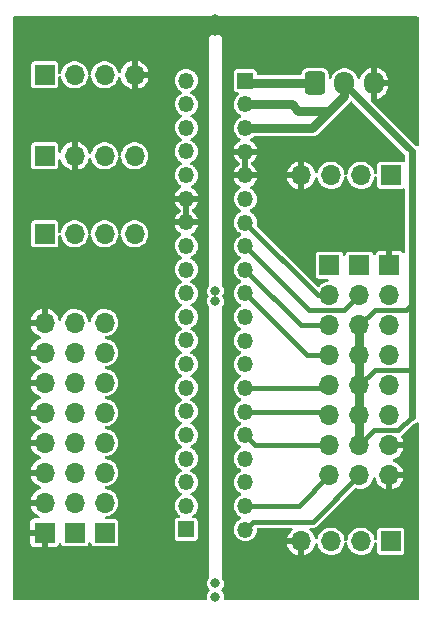
<source format=gbr>
%TF.GenerationSoftware,KiCad,Pcbnew,(6.0.2)*%
%TF.CreationDate,2022-10-19T14:49:45+05:30*%
%TF.ProjectId,header1,68656164-6572-4312-9e6b-696361645f70,rev?*%
%TF.SameCoordinates,Original*%
%TF.FileFunction,Copper,L1,Top*%
%TF.FilePolarity,Positive*%
%FSLAX46Y46*%
G04 Gerber Fmt 4.6, Leading zero omitted, Abs format (unit mm)*
G04 Created by KiCad (PCBNEW (6.0.2)) date 2022-10-19 14:49:45*
%MOMM*%
%LPD*%
G01*
G04 APERTURE LIST*
G04 Aperture macros list*
%AMRoundRect*
0 Rectangle with rounded corners*
0 $1 Rounding radius*
0 $2 $3 $4 $5 $6 $7 $8 $9 X,Y pos of 4 corners*
0 Add a 4 corners polygon primitive as box body*
4,1,4,$2,$3,$4,$5,$6,$7,$8,$9,$2,$3,0*
0 Add four circle primitives for the rounded corners*
1,1,$1+$1,$2,$3*
1,1,$1+$1,$4,$5*
1,1,$1+$1,$6,$7*
1,1,$1+$1,$8,$9*
0 Add four rect primitives between the rounded corners*
20,1,$1+$1,$2,$3,$4,$5,0*
20,1,$1+$1,$4,$5,$6,$7,0*
20,1,$1+$1,$6,$7,$8,$9,0*
20,1,$1+$1,$8,$9,$2,$3,0*%
G04 Aperture macros list end*
%TA.AperFunction,ComponentPad*%
%ADD10R,1.700000X1.700000*%
%TD*%
%TA.AperFunction,ComponentPad*%
%ADD11O,1.700000X1.700000*%
%TD*%
%TA.AperFunction,ComponentPad*%
%ADD12RoundRect,0.250000X-0.600000X-0.725000X0.600000X-0.725000X0.600000X0.725000X-0.600000X0.725000X0*%
%TD*%
%TA.AperFunction,ComponentPad*%
%ADD13O,1.700000X1.950000*%
%TD*%
%TA.AperFunction,ComponentPad*%
%ADD14R,1.350000X1.350000*%
%TD*%
%TA.AperFunction,ComponentPad*%
%ADD15O,1.350000X1.350000*%
%TD*%
%TA.AperFunction,ViaPad*%
%ADD16C,0.800000*%
%TD*%
%TA.AperFunction,Conductor*%
%ADD17C,0.400000*%
%TD*%
%TA.AperFunction,Conductor*%
%ADD18C,0.800000*%
%TD*%
%TA.AperFunction,Conductor*%
%ADD19C,0.600000*%
%TD*%
G04 APERTURE END LIST*
D10*
%TO.P,J13,1,Pin_1*%
%TO.N,/5V*%
X132324000Y-94742000D03*
D11*
%TO.P,J13,2,Pin_2*%
%TO.N,/CAN1_RX*%
X129784000Y-94742000D03*
%TO.P,J13,3,Pin_3*%
%TO.N,/CAN1_TX*%
X127244000Y-94742000D03*
%TO.P,J13,4,Pin_4*%
%TO.N,GND*%
X124704000Y-94742000D03*
%TD*%
D10*
%TO.P,J7,1,Pin_1*%
%TO.N,/5VA*%
X103000000Y-68707000D03*
D11*
%TO.P,J7,2,Pin_2*%
%TO.N,/R_LEDn*%
X105540000Y-68707000D03*
%TO.P,J7,3,Pin_3*%
%TO.N,/G_LEDn*%
X108080000Y-68707000D03*
%TO.P,J7,4,Pin_4*%
%TO.N,/B_LEDn*%
X110620000Y-68707000D03*
%TD*%
D10*
%TO.P,J11,1,Pin_1*%
%TO.N,unconnected-(J11-Pad1)*%
X129667000Y-71374000D03*
D11*
%TO.P,J11,2,Pin_2*%
%TO.N,/GPS_TX*%
X129667000Y-73914000D03*
%TO.P,J11,3,Pin_3*%
%TO.N,/5V*%
X129667000Y-76454000D03*
%TO.P,J11,4,Pin_4*%
X129667000Y-78994000D03*
%TO.P,J11,5,Pin_5*%
X129667000Y-81534000D03*
%TO.P,J11,6,Pin_6*%
X129667000Y-84074000D03*
%TO.P,J11,7,Pin_7*%
X129667000Y-86614000D03*
%TO.P,J11,8,Pin_8*%
%TO.N,/MAVLINK_TX*%
X129667000Y-89154000D03*
%TD*%
D10*
%TO.P,J12,1,Pin_1*%
%TO.N,/USB_VCC*%
X132324000Y-63754000D03*
D11*
%TO.P,J12,2,Pin_2*%
%TO.N,/USB_DM*%
X129784000Y-63754000D03*
%TO.P,J12,3,Pin_3*%
%TO.N,/USB_DP*%
X127244000Y-63754000D03*
%TO.P,J12,4,Pin_4*%
%TO.N,GND*%
X124704000Y-63754000D03*
%TD*%
D10*
%TO.P,J3,1,Pin_1*%
%TO.N,/5VA*%
X103000000Y-55245000D03*
D11*
%TO.P,J3,2,Pin_2*%
%TO.N,/TRIGGER*%
X105540000Y-55245000D03*
%TO.P,J3,3,Pin_3*%
%TO.N,/ECO*%
X108080000Y-55245000D03*
%TO.P,J3,4,Pin_4*%
%TO.N,GND*%
X110620000Y-55245000D03*
%TD*%
D12*
%TO.P,J10,1,Pin_1*%
%TO.N,/BAT*%
X125897000Y-55961000D03*
D13*
%TO.P,J10,2,Pin_2*%
%TO.N,/5V*%
X128397000Y-55961000D03*
%TO.P,J10,3,Pin_3*%
%TO.N,GND*%
X130897000Y-55961000D03*
%TD*%
D10*
%TO.P,J2,1,Pin_1*%
%TO.N,/ESC1*%
X108080000Y-94000000D03*
D11*
%TO.P,J2,2,Pin_2*%
%TO.N,/ESC2*%
X108080000Y-91460000D03*
%TO.P,J2,3,Pin_3*%
%TO.N,/ESC3*%
X108080000Y-88920000D03*
%TO.P,J2,4,Pin_4*%
%TO.N,/ESC4*%
X108080000Y-86380000D03*
%TO.P,J2,5,Pin_5*%
%TO.N,/ESC5*%
X108080000Y-83840000D03*
%TO.P,J2,6,Pin_6*%
%TO.N,/ESC6*%
X108080000Y-81300000D03*
%TO.P,J2,7,Pin_7*%
%TO.N,/ESC7*%
X108080000Y-78760000D03*
%TO.P,J2,8,Pin_8*%
%TO.N,/ESC8*%
X108080000Y-76220000D03*
%TD*%
D10*
%TO.P,J6,1,Pin_1*%
%TO.N,GND*%
X103000000Y-94000000D03*
D11*
%TO.P,J6,2,Pin_2*%
X103000000Y-91460000D03*
%TO.P,J6,3,Pin_3*%
X103000000Y-88920000D03*
%TO.P,J6,4,Pin_4*%
X103000000Y-86380000D03*
%TO.P,J6,5,Pin_5*%
X103000000Y-83840000D03*
%TO.P,J6,6,Pin_6*%
X103000000Y-81300000D03*
%TO.P,J6,7,Pin_7*%
X103000000Y-78760000D03*
%TO.P,J6,8,Pin_8*%
X103000000Y-76220000D03*
%TD*%
D10*
%TO.P,J14,1,Pin_1*%
%TO.N,unconnected-(J14-Pad1)*%
X127127000Y-71374000D03*
D11*
%TO.P,J14,2,Pin_2*%
%TO.N,/GPS_RX*%
X127127000Y-73914000D03*
%TO.P,J14,3,Pin_3*%
%TO.N,/SWITCH1*%
X127127000Y-76454000D03*
%TO.P,J14,4,Pin_4*%
%TO.N,/SWITCH2*%
X127127000Y-78994000D03*
%TO.P,J14,5,Pin_5*%
%TO.N,/WATER_PUMP*%
X127127000Y-81534000D03*
%TO.P,J14,6,Pin_6*%
%TO.N,/FLOW_METER*%
X127127000Y-84074000D03*
%TO.P,J14,7,Pin_7*%
%TO.N,/SPARE_IO1*%
X127127000Y-86614000D03*
%TO.P,J14,8,Pin_8*%
%TO.N,/MAVLINK_RX*%
X127127000Y-89154000D03*
%TD*%
D10*
%TO.P,J4,1,Pin_1*%
%TO.N,/5VA*%
X103000000Y-62103000D03*
D11*
%TO.P,J4,2,Pin_2*%
%TO.N,GND*%
X105540000Y-62103000D03*
%TO.P,J4,3,Pin_3*%
%TO.N,/SCL*%
X108080000Y-62103000D03*
%TO.P,J4,4,Pin_4*%
%TO.N,/SDA*%
X110620000Y-62103000D03*
%TD*%
D10*
%TO.P,J5,1,Pin_1*%
%TO.N,unconnected-(J5-Pad1)*%
X105540000Y-94000000D03*
D11*
%TO.P,J5,2,Pin_2*%
%TO.N,unconnected-(J5-Pad2)*%
X105540000Y-91460000D03*
%TO.P,J5,3,Pin_3*%
%TO.N,unconnected-(J5-Pad3)*%
X105540000Y-88920000D03*
%TO.P,J5,4,Pin_4*%
%TO.N,unconnected-(J5-Pad4)*%
X105540000Y-86380000D03*
%TO.P,J5,5,Pin_5*%
%TO.N,unconnected-(J5-Pad5)*%
X105540000Y-83840000D03*
%TO.P,J5,6,Pin_6*%
%TO.N,unconnected-(J5-Pad6)*%
X105540000Y-81300000D03*
%TO.P,J5,7,Pin_7*%
%TO.N,unconnected-(J5-Pad7)*%
X105540000Y-78760000D03*
%TO.P,J5,8,Pin_8*%
%TO.N,unconnected-(J5-Pad8)*%
X105540000Y-76220000D03*
%TD*%
D10*
%TO.P,J9,1,Pin_1*%
%TO.N,GND*%
X132207000Y-71374000D03*
D11*
%TO.P,J9,2,Pin_2*%
X132207000Y-73914000D03*
%TO.P,J9,3,Pin_3*%
X132207000Y-76454000D03*
%TO.P,J9,4,Pin_4*%
X132207000Y-78994000D03*
%TO.P,J9,5,Pin_5*%
X132207000Y-81534000D03*
%TO.P,J9,6,Pin_6*%
X132207000Y-84074000D03*
%TO.P,J9,7,Pin_7*%
X132207000Y-86614000D03*
%TO.P,J9,8,Pin_8*%
X132207000Y-89154000D03*
%TD*%
D14*
%TO.P,J8,1,Pin_1*%
%TO.N,/BAT*%
X120000000Y-55753000D03*
D15*
%TO.P,J8,2,Pin_2*%
%TO.N,/5V*%
X120000000Y-57753000D03*
%TO.P,J8,3,Pin_3*%
X120000000Y-59753000D03*
%TO.P,J8,4,Pin_4*%
%TO.N,GND*%
X120000000Y-61753000D03*
%TO.P,J8,5,Pin_5*%
X120000000Y-63753000D03*
%TO.P,J8,6,Pin_6*%
%TO.N,/BUZZERn*%
X120000000Y-65753000D03*
%TO.P,J8,7,Pin_7*%
%TO.N,/GPS_RX*%
X120000000Y-67753000D03*
%TO.P,J8,8,Pin_8*%
%TO.N,/GPS_TX*%
X120000000Y-69753000D03*
%TO.P,J8,9,Pin_9*%
%TO.N,/SWITCH1*%
X120000000Y-71753000D03*
%TO.P,J8,10,Pin_10*%
%TO.N,/SWITCH2*%
X120000000Y-73753000D03*
%TO.P,J8,11,Pin_11*%
%TO.N,/USB_DM*%
X120000000Y-75753000D03*
%TO.P,J8,12,Pin_12*%
%TO.N,/USB_DP*%
X120000000Y-77753000D03*
%TO.P,J8,13,Pin_13*%
%TO.N,/USB_VCC*%
X120000000Y-79753000D03*
%TO.P,J8,14,Pin_14*%
%TO.N,/WATER_PUMP*%
X120000000Y-81753000D03*
%TO.P,J8,15,Pin_15*%
%TO.N,/FLOW_METER*%
X120000000Y-83753000D03*
%TO.P,J8,16,Pin_16*%
%TO.N,/SPARE_IO1*%
X120000000Y-85753000D03*
%TO.P,J8,17,Pin_17*%
%TO.N,/CAN1_RX*%
X120000000Y-87753000D03*
%TO.P,J8,18,Pin_18*%
%TO.N,/CAN1_TX*%
X120000000Y-89753000D03*
%TO.P,J8,19,Pin_19*%
%TO.N,/MAVLINK_RX*%
X120000000Y-91753000D03*
%TO.P,J8,20,Pin_20*%
%TO.N,/MAVLINK_TX*%
X120000000Y-93753000D03*
%TD*%
D14*
%TO.P,J1,1,Pin_1*%
%TO.N,/ESC1*%
X115000000Y-93730000D03*
D15*
%TO.P,J1,2,Pin_2*%
%TO.N,/ESC2*%
X115000000Y-91730000D03*
%TO.P,J1,3,Pin_3*%
%TO.N,/ESC3*%
X115000000Y-89730000D03*
%TO.P,J1,4,Pin_4*%
%TO.N,/ESC4*%
X115000000Y-87730000D03*
%TO.P,J1,5,Pin_5*%
%TO.N,/ESC5*%
X115000000Y-85730000D03*
%TO.P,J1,6,Pin_6*%
%TO.N,/ESC6*%
X115000000Y-83730000D03*
%TO.P,J1,7,Pin_7*%
%TO.N,/ESC7*%
X115000000Y-81730000D03*
%TO.P,J1,8,Pin_8*%
%TO.N,/ESC8*%
X115000000Y-79730000D03*
%TO.P,J1,9,Pin_9*%
%TO.N,/R_LEDn*%
X115000000Y-77730000D03*
%TO.P,J1,10,Pin_10*%
%TO.N,/G_LEDn*%
X115000000Y-75730000D03*
%TO.P,J1,11,Pin_11*%
%TO.N,/B_LEDn*%
X115000000Y-73730000D03*
%TO.P,J1,12,Pin_12*%
%TO.N,/5VA*%
X115000000Y-71730000D03*
%TO.P,J1,13,Pin_13*%
X115000000Y-69730000D03*
%TO.P,J1,14,Pin_14*%
%TO.N,GND*%
X115000000Y-67730000D03*
%TO.P,J1,15,Pin_15*%
X115000000Y-65730000D03*
%TO.P,J1,16,Pin_16*%
%TO.N,/SCL*%
X115000000Y-63730000D03*
%TO.P,J1,17,Pin_17*%
%TO.N,/SDA*%
X115000000Y-61730000D03*
%TO.P,J1,18,Pin_18*%
%TO.N,/TRIGGER*%
X115000000Y-59730000D03*
%TO.P,J1,19,Pin_19*%
%TO.N,/ECO*%
X115000000Y-57730000D03*
%TO.P,J1,20,Pin_20*%
%TO.N,unconnected-(J1-Pad20)*%
X115000000Y-55730000D03*
%TD*%
D16*
%TO.N,*%
X117475000Y-74422000D03*
X117475000Y-73533000D03*
X117475000Y-99441000D03*
X117475000Y-98298000D03*
%TO.N,GND*%
X117475000Y-51562000D03*
X117475000Y-50546000D03*
%TD*%
D17*
%TO.N,/5V*%
X130957489Y-75163511D02*
X133624489Y-75163511D01*
D18*
X123920000Y-57753000D02*
X124460000Y-58293000D01*
X120000000Y-57753000D02*
X123920000Y-57753000D01*
D19*
X134112000Y-74676000D02*
X134112000Y-80264000D01*
D17*
X130957489Y-80243511D02*
X134091511Y-80243511D01*
X129667000Y-81534000D02*
X130957489Y-80243511D01*
D18*
X129667000Y-76454000D02*
X129667000Y-86614000D01*
D17*
X133624489Y-75163511D02*
X134112000Y-74676000D01*
D19*
X134112000Y-61722000D02*
X128397000Y-56007000D01*
D17*
X134091511Y-80243511D02*
X134112000Y-80264000D01*
D18*
X127952500Y-57467500D02*
X128397000Y-57023000D01*
D19*
X134112000Y-80264000D02*
X134112000Y-84201000D01*
D18*
X124460000Y-58293000D02*
X127127000Y-58293000D01*
D17*
X128397000Y-56007000D02*
X128397000Y-55961000D01*
D18*
X127127000Y-58293000D02*
X127952500Y-57467500D01*
D17*
X132969000Y-85344000D02*
X134112000Y-84201000D01*
D19*
X134112000Y-74676000D02*
X134112000Y-61722000D01*
D17*
X129667000Y-76454000D02*
X130957489Y-75163511D01*
D18*
X120000000Y-59753000D02*
X125667000Y-59753000D01*
X128397000Y-57023000D02*
X128397000Y-55961000D01*
D17*
X130937000Y-85344000D02*
X132969000Y-85344000D01*
D18*
X125667000Y-59753000D02*
X127952500Y-57467500D01*
D17*
X129667000Y-86614000D02*
X130937000Y-85344000D01*
D18*
%TO.N,/BAT*%
X120208000Y-55961000D02*
X120000000Y-55753000D01*
X125897000Y-55961000D02*
X120208000Y-55961000D01*
D17*
%TO.N,/GPS_RX*%
X120000000Y-67753000D02*
X126161000Y-73914000D01*
X126161000Y-73914000D02*
X127127000Y-73914000D01*
%TO.N,/GPS_TX*%
X128397000Y-75184000D02*
X129667000Y-73914000D01*
X120000000Y-69753000D02*
X125431000Y-75184000D01*
X125431000Y-75184000D02*
X128397000Y-75184000D01*
%TO.N,/SWITCH1*%
X120000000Y-71753000D02*
X124701000Y-76454000D01*
X124701000Y-76454000D02*
X127127000Y-76454000D01*
%TO.N,/SWITCH2*%
X125241000Y-78994000D02*
X127127000Y-78994000D01*
X120000000Y-73753000D02*
X125241000Y-78994000D01*
%TO.N,/WATER_PUMP*%
X120000000Y-81753000D02*
X126908000Y-81753000D01*
X126908000Y-81753000D02*
X127127000Y-81534000D01*
%TO.N,/FLOW_METER*%
X120000000Y-83753000D02*
X126806000Y-83753000D01*
X126806000Y-83753000D02*
X127127000Y-84074000D01*
%TO.N,/SPARE_IO1*%
X120000000Y-85753000D02*
X120861000Y-86614000D01*
X120861000Y-86614000D02*
X127127000Y-86614000D01*
%TO.N,/MAVLINK_RX*%
X124528000Y-91753000D02*
X127127000Y-89154000D01*
X120000000Y-91753000D02*
X124528000Y-91753000D01*
%TO.N,/MAVLINK_TX*%
X120000000Y-93753000D02*
X120675000Y-93078000D01*
X125743000Y-93078000D02*
X129667000Y-89154000D01*
X120675000Y-93078000D02*
X125743000Y-93078000D01*
%TD*%
%TA.AperFunction,Conductor*%
%TO.N,GND*%
G36*
X134642121Y-50320002D02*
G01*
X134688614Y-50373658D01*
X134700000Y-50426000D01*
X134700000Y-61156575D01*
X134679998Y-61224696D01*
X134626342Y-61271189D01*
X134556068Y-61281293D01*
X134491488Y-61251799D01*
X134484905Y-61245670D01*
X130657324Y-57418089D01*
X130623298Y-57355777D01*
X130626517Y-57290272D01*
X130642134Y-57241913D01*
X131151000Y-57241913D01*
X131154806Y-57254875D01*
X131169722Y-57256811D01*
X131203213Y-57251056D01*
X131214339Y-57248075D01*
X131410408Y-57175742D01*
X131420790Y-57170790D01*
X131600396Y-57063936D01*
X131609708Y-57057171D01*
X131766837Y-56919371D01*
X131774754Y-56911028D01*
X131904138Y-56746905D01*
X131910409Y-56737249D01*
X132007713Y-56552304D01*
X132012119Y-56541667D01*
X132074092Y-56342084D01*
X132076485Y-56330826D01*
X132088065Y-56232988D01*
X132085623Y-56218569D01*
X132072881Y-56215000D01*
X131169115Y-56215000D01*
X131153876Y-56219475D01*
X131152671Y-56220865D01*
X131151000Y-56228548D01*
X131151000Y-57241913D01*
X130642134Y-57241913D01*
X130643000Y-57239233D01*
X130643000Y-55688885D01*
X131151000Y-55688885D01*
X131155475Y-55704124D01*
X131156865Y-55705329D01*
X131164548Y-55707000D01*
X132072173Y-55707000D01*
X132086718Y-55702729D01*
X132088781Y-55690595D01*
X132082490Y-55622134D01*
X132080393Y-55610820D01*
X132023664Y-55409675D01*
X132019542Y-55398936D01*
X131927107Y-55211497D01*
X131921097Y-55201689D01*
X131796047Y-55034227D01*
X131788357Y-55025687D01*
X131634883Y-54883816D01*
X131625758Y-54876815D01*
X131449006Y-54765293D01*
X131438759Y-54760072D01*
X131244647Y-54682629D01*
X131233611Y-54679360D01*
X131168770Y-54666462D01*
X131155894Y-54667614D01*
X131151000Y-54682770D01*
X131151000Y-55688885D01*
X130643000Y-55688885D01*
X130643000Y-54680087D01*
X130639194Y-54667125D01*
X130624278Y-54665189D01*
X130590787Y-54670944D01*
X130579661Y-54673925D01*
X130383592Y-54746258D01*
X130373210Y-54751210D01*
X130193604Y-54858064D01*
X130184292Y-54864829D01*
X130027163Y-55002629D01*
X130019246Y-55010972D01*
X129889862Y-55175095D01*
X129883591Y-55184751D01*
X129786287Y-55369696D01*
X129781880Y-55380335D01*
X129741416Y-55510650D01*
X129702113Y-55569776D01*
X129637084Y-55598266D01*
X129566975Y-55587076D01*
X129514045Y-55539759D01*
X129499815Y-55507487D01*
X129499076Y-55504865D01*
X129475686Y-55421931D01*
X129464553Y-55399354D01*
X129384719Y-55237469D01*
X129382165Y-55232290D01*
X129302763Y-55125958D01*
X129259104Y-55067491D01*
X129259103Y-55067490D01*
X129255651Y-55062867D01*
X129100381Y-54919337D01*
X129032988Y-54876815D01*
X128926434Y-54809584D01*
X128926433Y-54809584D01*
X128921554Y-54806505D01*
X128725160Y-54728152D01*
X128719503Y-54727027D01*
X128719497Y-54727025D01*
X128523442Y-54688028D01*
X128523440Y-54688028D01*
X128517775Y-54686901D01*
X128512000Y-54686825D01*
X128511996Y-54686825D01*
X128405976Y-54685437D01*
X128306346Y-54684133D01*
X128300649Y-54685112D01*
X128300648Y-54685112D01*
X128103650Y-54718962D01*
X128103649Y-54718962D01*
X128097953Y-54719941D01*
X127899575Y-54793127D01*
X127894614Y-54796079D01*
X127894613Y-54796079D01*
X127758908Y-54876815D01*
X127717856Y-54901238D01*
X127558881Y-55040655D01*
X127427976Y-55206708D01*
X127425287Y-55211819D01*
X127425285Y-55211822D01*
X127378201Y-55301315D01*
X127329523Y-55393836D01*
X127293934Y-55508452D01*
X127293833Y-55508777D01*
X127254530Y-55567902D01*
X127189500Y-55596393D01*
X127119391Y-55585203D01*
X127066461Y-55537886D01*
X127047500Y-55471413D01*
X127047500Y-55193228D01*
X127036636Y-55103453D01*
X127025281Y-55074772D01*
X127000020Y-55010972D01*
X126981113Y-54963217D01*
X126889922Y-54843078D01*
X126769783Y-54751887D01*
X126689096Y-54719941D01*
X126637077Y-54699345D01*
X126637075Y-54699344D01*
X126629547Y-54696364D01*
X126539772Y-54685500D01*
X125254228Y-54685500D01*
X125164453Y-54696364D01*
X125156925Y-54699344D01*
X125156923Y-54699345D01*
X125104904Y-54719941D01*
X125024217Y-54751887D01*
X124904078Y-54843078D01*
X124812887Y-54963217D01*
X124793980Y-55010972D01*
X124768720Y-55074772D01*
X124757364Y-55103453D01*
X124756391Y-55111494D01*
X124751775Y-55149638D01*
X124723734Y-55214862D01*
X124664882Y-55254572D01*
X124626688Y-55260500D01*
X121101500Y-55260500D01*
X121033379Y-55240498D01*
X120986886Y-55186842D01*
X120975500Y-55134500D01*
X120975500Y-55033354D01*
X120972382Y-55007154D01*
X120964465Y-54989329D01*
X120931663Y-54915482D01*
X120926939Y-54904847D01*
X120905872Y-54883816D01*
X120859865Y-54837890D01*
X120847713Y-54825759D01*
X120837076Y-54821056D01*
X120837074Y-54821055D01*
X120773902Y-54793127D01*
X120745327Y-54780494D01*
X120719646Y-54777500D01*
X119280354Y-54777500D01*
X119276650Y-54777941D01*
X119276647Y-54777941D01*
X119270304Y-54778696D01*
X119254154Y-54780618D01*
X119245514Y-54784456D01*
X119245513Y-54784456D01*
X119162482Y-54821337D01*
X119151847Y-54826061D01*
X119143628Y-54834294D01*
X119143627Y-54834295D01*
X119119900Y-54858064D01*
X119072759Y-54905287D01*
X119068056Y-54915924D01*
X119068055Y-54915926D01*
X119064814Y-54923257D01*
X119027494Y-55007673D01*
X119024500Y-55033354D01*
X119024500Y-56472646D01*
X119027618Y-56498846D01*
X119031456Y-56507486D01*
X119031456Y-56507487D01*
X119054960Y-56560402D01*
X119073061Y-56601153D01*
X119081294Y-56609372D01*
X119081295Y-56609373D01*
X119100192Y-56628237D01*
X119152287Y-56680241D01*
X119162924Y-56684944D01*
X119162926Y-56684945D01*
X119219611Y-56710005D01*
X119254673Y-56725506D01*
X119280354Y-56728500D01*
X119359553Y-56728500D01*
X119427674Y-56748502D01*
X119474167Y-56802158D01*
X119484271Y-56872432D01*
X119454777Y-56937012D01*
X119438505Y-56952697D01*
X119422428Y-56965623D01*
X119319042Y-57048748D01*
X119314176Y-57052660D01*
X119191207Y-57199208D01*
X119188237Y-57204611D01*
X119188236Y-57204612D01*
X119169203Y-57239233D01*
X119099045Y-57366850D01*
X119041200Y-57549201D01*
X119019876Y-57739314D01*
X119020392Y-57745458D01*
X119033953Y-57906948D01*
X119035884Y-57929948D01*
X119040821Y-57947166D01*
X119083592Y-58096328D01*
X119088614Y-58113843D01*
X119091433Y-58119328D01*
X119173242Y-58278511D01*
X119173245Y-58278516D01*
X119176060Y-58283993D01*
X119294889Y-58433918D01*
X119440575Y-58557907D01*
X119445953Y-58560913D01*
X119445955Y-58560914D01*
X119594700Y-58644044D01*
X119644406Y-58694737D01*
X119658814Y-58764256D01*
X119633351Y-58830529D01*
X119591605Y-58865694D01*
X119463268Y-58932787D01*
X119314176Y-59052660D01*
X119191207Y-59199208D01*
X119099045Y-59366850D01*
X119041200Y-59549201D01*
X119019876Y-59739314D01*
X119020392Y-59745458D01*
X119033953Y-59906948D01*
X119035884Y-59929948D01*
X119040821Y-59947166D01*
X119083592Y-60096328D01*
X119088614Y-60113843D01*
X119091433Y-60119328D01*
X119173242Y-60278511D01*
X119173245Y-60278516D01*
X119176060Y-60283993D01*
X119294889Y-60433918D01*
X119299583Y-60437913D01*
X119308920Y-60445859D01*
X119440575Y-60557907D01*
X119543061Y-60615185D01*
X119592764Y-60665875D01*
X119607173Y-60735394D01*
X119581709Y-60801667D01*
X119539963Y-60836832D01*
X119441491Y-60888312D01*
X119431229Y-60895028D01*
X119284180Y-61013259D01*
X119275414Y-61021843D01*
X119154125Y-61166389D01*
X119147199Y-61176503D01*
X119056293Y-61341861D01*
X119051465Y-61353125D01*
X119010669Y-61481731D01*
X119010365Y-61495831D01*
X119016926Y-61499000D01*
X120975942Y-61499000D01*
X120989473Y-61495027D01*
X120990565Y-61487433D01*
X120954026Y-61366413D01*
X120949353Y-61355074D01*
X120860769Y-61188470D01*
X120853981Y-61178253D01*
X120734724Y-61032030D01*
X120726080Y-61023326D01*
X120580695Y-60903053D01*
X120570527Y-60896194D01*
X120458920Y-60835848D01*
X120408511Y-60785853D01*
X120393134Y-60716542D01*
X120417670Y-60649920D01*
X120462039Y-60612546D01*
X120519731Y-60583404D01*
X120519733Y-60583403D01*
X120525228Y-60580627D01*
X120653756Y-60480210D01*
X120719752Y-60454033D01*
X120731330Y-60453500D01*
X125638359Y-60453500D01*
X125646929Y-60453792D01*
X125696354Y-60457162D01*
X125696358Y-60457162D01*
X125703930Y-60457678D01*
X125711406Y-60456373D01*
X125711409Y-60456373D01*
X125766132Y-60446822D01*
X125772658Y-60445859D01*
X125822329Y-60439848D01*
X125835320Y-60438276D01*
X125842427Y-60435591D01*
X125845720Y-60434782D01*
X125860191Y-60430823D01*
X125863467Y-60429834D01*
X125870954Y-60428527D01*
X125877914Y-60425472D01*
X125928760Y-60403153D01*
X125934866Y-60400661D01*
X125986818Y-60381030D01*
X125986820Y-60381029D01*
X125993923Y-60378345D01*
X126000178Y-60374046D01*
X126003203Y-60372465D01*
X126016299Y-60365175D01*
X126019243Y-60363434D01*
X126026202Y-60360379D01*
X126076273Y-60321958D01*
X126081609Y-60318081D01*
X126127386Y-60286619D01*
X126127392Y-60286614D01*
X126133651Y-60282312D01*
X126174609Y-60236342D01*
X126179589Y-60231067D01*
X127568493Y-58842163D01*
X127586218Y-58827420D01*
X127593651Y-58822312D01*
X127601917Y-58813035D01*
X127634604Y-58776347D01*
X127639586Y-58771070D01*
X128477892Y-57932765D01*
X128477895Y-57932761D01*
X128872081Y-57538576D01*
X128878335Y-57532733D01*
X128893873Y-57519178D01*
X128958351Y-57489470D01*
X129028659Y-57499338D01*
X129065797Y-57525032D01*
X133474595Y-61933830D01*
X133508621Y-61996142D01*
X133511500Y-62022925D01*
X133511500Y-62531143D01*
X133491498Y-62599264D01*
X133437842Y-62645757D01*
X133367568Y-62655861D01*
X133334555Y-62646384D01*
X133244327Y-62606494D01*
X133218646Y-62603500D01*
X131429354Y-62603500D01*
X131425650Y-62603941D01*
X131425647Y-62603941D01*
X131418254Y-62604821D01*
X131403154Y-62606618D01*
X131394514Y-62610456D01*
X131394513Y-62610456D01*
X131316687Y-62645025D01*
X131300847Y-62652061D01*
X131221759Y-62731287D01*
X131217056Y-62741924D01*
X131217055Y-62741926D01*
X131205907Y-62767142D01*
X131176494Y-62833673D01*
X131173500Y-62859354D01*
X131173500Y-63553111D01*
X131153498Y-63621232D01*
X131099842Y-63667725D01*
X131029568Y-63677829D01*
X130964988Y-63648335D01*
X130926604Y-63588609D01*
X130922029Y-63564640D01*
X130920610Y-63549197D01*
X130920081Y-63543440D01*
X130907077Y-63497329D01*
X130902439Y-63480885D01*
X130862686Y-63339931D01*
X130851553Y-63317354D01*
X130771719Y-63155469D01*
X130769165Y-63150290D01*
X130657638Y-63000937D01*
X130646104Y-62985491D01*
X130646103Y-62985490D01*
X130642651Y-62980867D01*
X130534574Y-62880962D01*
X130491622Y-62841257D01*
X130491620Y-62841255D01*
X130487381Y-62837337D01*
X130412412Y-62790035D01*
X130313434Y-62727584D01*
X130313433Y-62727584D01*
X130308554Y-62724505D01*
X130112160Y-62646152D01*
X130106503Y-62645027D01*
X130106497Y-62645025D01*
X129910442Y-62606028D01*
X129910440Y-62606028D01*
X129904775Y-62604901D01*
X129899000Y-62604825D01*
X129898996Y-62604825D01*
X129792976Y-62603437D01*
X129693346Y-62602133D01*
X129687649Y-62603112D01*
X129687648Y-62603112D01*
X129490650Y-62636962D01*
X129490649Y-62636962D01*
X129484953Y-62637941D01*
X129286575Y-62711127D01*
X129281614Y-62714079D01*
X129281613Y-62714079D01*
X129145908Y-62794815D01*
X129104856Y-62819238D01*
X128945881Y-62958655D01*
X128814976Y-63124708D01*
X128812287Y-63129819D01*
X128812285Y-63129822D01*
X128762400Y-63224638D01*
X128716523Y-63311836D01*
X128653820Y-63513773D01*
X128653141Y-63519510D01*
X128639088Y-63638239D01*
X128611217Y-63703537D01*
X128552469Y-63743401D01*
X128481494Y-63745174D01*
X128420828Y-63708295D01*
X128389730Y-63644471D01*
X128388490Y-63634958D01*
X128384232Y-63588609D01*
X128380081Y-63543440D01*
X128367077Y-63497329D01*
X128362439Y-63480885D01*
X128322686Y-63339931D01*
X128311553Y-63317354D01*
X128231719Y-63155469D01*
X128229165Y-63150290D01*
X128117638Y-63000937D01*
X128106104Y-62985491D01*
X128106103Y-62985490D01*
X128102651Y-62980867D01*
X127994574Y-62880962D01*
X127951622Y-62841257D01*
X127951620Y-62841255D01*
X127947381Y-62837337D01*
X127872412Y-62790035D01*
X127773434Y-62727584D01*
X127773433Y-62727584D01*
X127768554Y-62724505D01*
X127572160Y-62646152D01*
X127566503Y-62645027D01*
X127566497Y-62645025D01*
X127370442Y-62606028D01*
X127370440Y-62606028D01*
X127364775Y-62604901D01*
X127359000Y-62604825D01*
X127358996Y-62604825D01*
X127252976Y-62603437D01*
X127153346Y-62602133D01*
X127147649Y-62603112D01*
X127147648Y-62603112D01*
X126950650Y-62636962D01*
X126950649Y-62636962D01*
X126944953Y-62637941D01*
X126746575Y-62711127D01*
X126741614Y-62714079D01*
X126741613Y-62714079D01*
X126605908Y-62794815D01*
X126564856Y-62819238D01*
X126405881Y-62958655D01*
X126274976Y-63124708D01*
X126272287Y-63129819D01*
X126272285Y-63129822D01*
X126222400Y-63224638D01*
X126176523Y-63311836D01*
X126124032Y-63480885D01*
X126119081Y-63496830D01*
X126079778Y-63555955D01*
X126014748Y-63584446D01*
X125944639Y-63573256D01*
X125891709Y-63525939D01*
X125877479Y-63493668D01*
X125830664Y-63327675D01*
X125826542Y-63316936D01*
X125734107Y-63129497D01*
X125728097Y-63119689D01*
X125603047Y-62952227D01*
X125595357Y-62943687D01*
X125441883Y-62801816D01*
X125432758Y-62794815D01*
X125256006Y-62683293D01*
X125245759Y-62678072D01*
X125051647Y-62600629D01*
X125040611Y-62597360D01*
X124975770Y-62584462D01*
X124962894Y-62585614D01*
X124958000Y-62600770D01*
X124958000Y-64911691D01*
X124961966Y-64925197D01*
X124975966Y-64927201D01*
X124979618Y-64926672D01*
X124990803Y-64923987D01*
X125188707Y-64856807D01*
X125199216Y-64852128D01*
X125381552Y-64750015D01*
X125391045Y-64743490D01*
X125551725Y-64609854D01*
X125559854Y-64601725D01*
X125693490Y-64441045D01*
X125700015Y-64431552D01*
X125802128Y-64249216D01*
X125806807Y-64238707D01*
X125873985Y-64040809D01*
X125876671Y-64029619D01*
X125876712Y-64029338D01*
X125876768Y-64029215D01*
X125878020Y-64024001D01*
X125879044Y-64024247D01*
X125906279Y-63964791D01*
X125966050Y-63926476D01*
X126037046Y-63926558D01*
X126096728Y-63965010D01*
X126123532Y-64016397D01*
X126126819Y-64029338D01*
X126154845Y-64139690D01*
X126243369Y-64331714D01*
X126365405Y-64504391D01*
X126396731Y-64534907D01*
X126507563Y-64642875D01*
X126516865Y-64651937D01*
X126521661Y-64655142D01*
X126521664Y-64655144D01*
X126663649Y-64750015D01*
X126692677Y-64769411D01*
X126697985Y-64771692D01*
X126697986Y-64771692D01*
X126881650Y-64850600D01*
X126881653Y-64850601D01*
X126886953Y-64852878D01*
X126892582Y-64854152D01*
X126892583Y-64854152D01*
X127087550Y-64898269D01*
X127087553Y-64898269D01*
X127093186Y-64899544D01*
X127098957Y-64899771D01*
X127098959Y-64899771D01*
X127160989Y-64902208D01*
X127304470Y-64907846D01*
X127310179Y-64907018D01*
X127310183Y-64907018D01*
X127508015Y-64878333D01*
X127508019Y-64878332D01*
X127513730Y-64877504D01*
X127592987Y-64850600D01*
X127708483Y-64811395D01*
X127708488Y-64811393D01*
X127713955Y-64809537D01*
X127718998Y-64806713D01*
X127893395Y-64709046D01*
X127893399Y-64709043D01*
X127898442Y-64706219D01*
X128061012Y-64571012D01*
X128196219Y-64408442D01*
X128199043Y-64403399D01*
X128199046Y-64403395D01*
X128296713Y-64228998D01*
X128296714Y-64228996D01*
X128299537Y-64223955D01*
X128301393Y-64218488D01*
X128301395Y-64218483D01*
X128365647Y-64029200D01*
X128367504Y-64023730D01*
X128368333Y-64018013D01*
X128389090Y-63874860D01*
X128418660Y-63810315D01*
X128478432Y-63772003D01*
X128549429Y-63772087D01*
X128609109Y-63810542D01*
X128638525Y-63875158D01*
X128639515Y-63884695D01*
X128642796Y-63934749D01*
X128644217Y-63940345D01*
X128644218Y-63940350D01*
X128666819Y-64029338D01*
X128694845Y-64139690D01*
X128783369Y-64331714D01*
X128905405Y-64504391D01*
X128936731Y-64534907D01*
X129047563Y-64642875D01*
X129056865Y-64651937D01*
X129061661Y-64655142D01*
X129061664Y-64655144D01*
X129203649Y-64750015D01*
X129232677Y-64769411D01*
X129237985Y-64771692D01*
X129237986Y-64771692D01*
X129421650Y-64850600D01*
X129421653Y-64850601D01*
X129426953Y-64852878D01*
X129432582Y-64854152D01*
X129432583Y-64854152D01*
X129627550Y-64898269D01*
X129627553Y-64898269D01*
X129633186Y-64899544D01*
X129638957Y-64899771D01*
X129638959Y-64899771D01*
X129700989Y-64902208D01*
X129844470Y-64907846D01*
X129850179Y-64907018D01*
X129850183Y-64907018D01*
X130048015Y-64878333D01*
X130048019Y-64878332D01*
X130053730Y-64877504D01*
X130132987Y-64850600D01*
X130248483Y-64811395D01*
X130248488Y-64811393D01*
X130253955Y-64809537D01*
X130258998Y-64806713D01*
X130433395Y-64709046D01*
X130433399Y-64709043D01*
X130438442Y-64706219D01*
X130601012Y-64571012D01*
X130736219Y-64408442D01*
X130739043Y-64403399D01*
X130739046Y-64403395D01*
X130836713Y-64228998D01*
X130836714Y-64228996D01*
X130839537Y-64223955D01*
X130841393Y-64218488D01*
X130841395Y-64218483D01*
X130905647Y-64029200D01*
X130907504Y-64023730D01*
X130922804Y-63918211D01*
X130952374Y-63853665D01*
X131012146Y-63815353D01*
X131083143Y-63815437D01*
X131142823Y-63853892D01*
X131172239Y-63918508D01*
X131173500Y-63936291D01*
X131173500Y-64648646D01*
X131176618Y-64674846D01*
X131180456Y-64683486D01*
X131180456Y-64683487D01*
X131182174Y-64687354D01*
X131222061Y-64777153D01*
X131230294Y-64785372D01*
X131230295Y-64785373D01*
X131254854Y-64809889D01*
X131301287Y-64856241D01*
X131311924Y-64860944D01*
X131311926Y-64860945D01*
X131349382Y-64877504D01*
X131403673Y-64901506D01*
X131429354Y-64904500D01*
X133218646Y-64904500D01*
X133222350Y-64904059D01*
X133222353Y-64904059D01*
X133229746Y-64903179D01*
X133244846Y-64901382D01*
X133263490Y-64893101D01*
X133334352Y-64861625D01*
X133404727Y-64852252D01*
X133468998Y-64882414D01*
X133506759Y-64942536D01*
X133511500Y-64976776D01*
X133511500Y-70179313D01*
X133491498Y-70247434D01*
X133437842Y-70293927D01*
X133367568Y-70304031D01*
X133302988Y-70274537D01*
X133296482Y-70268486D01*
X133270427Y-70242477D01*
X133253700Y-70230545D01*
X133167162Y-70188245D01*
X133148694Y-70182537D01*
X133094703Y-70174660D01*
X133085604Y-70174000D01*
X132479115Y-70174000D01*
X132463876Y-70178475D01*
X132462671Y-70179865D01*
X132461000Y-70187548D01*
X132461000Y-71502000D01*
X132440998Y-71570121D01*
X132387342Y-71616614D01*
X132335000Y-71628000D01*
X132079000Y-71628000D01*
X132010879Y-71607998D01*
X131964386Y-71554342D01*
X131953000Y-71502000D01*
X131953000Y-70192116D01*
X131948525Y-70176877D01*
X131947135Y-70175672D01*
X131939452Y-70174001D01*
X131328432Y-70174001D01*
X131319266Y-70174672D01*
X131264722Y-70182700D01*
X131246241Y-70188443D01*
X131159787Y-70230889D01*
X131143082Y-70242849D01*
X131075477Y-70310572D01*
X131063547Y-70327298D01*
X131022379Y-70411517D01*
X130974493Y-70463933D01*
X130905870Y-70482140D01*
X130838298Y-70460356D01*
X130794030Y-70407334D01*
X130768939Y-70350847D01*
X130689713Y-70271759D01*
X130679076Y-70267056D01*
X130679074Y-70267055D01*
X130596490Y-70230545D01*
X130587327Y-70226494D01*
X130561646Y-70223500D01*
X128772354Y-70223500D01*
X128768650Y-70223941D01*
X128768647Y-70223941D01*
X128761254Y-70224821D01*
X128746154Y-70226618D01*
X128737514Y-70230456D01*
X128737513Y-70230456D01*
X128655117Y-70267055D01*
X128643847Y-70272061D01*
X128635628Y-70280294D01*
X128635627Y-70280295D01*
X128622019Y-70293927D01*
X128564759Y-70351287D01*
X128560056Y-70361924D01*
X128560055Y-70361926D01*
X128525606Y-70439848D01*
X128519494Y-70453673D01*
X128518452Y-70462610D01*
X128481370Y-70522855D01*
X128417375Y-70553597D01*
X128346918Y-70544861D01*
X128292368Y-70499420D01*
X128275528Y-70462647D01*
X128275499Y-70462543D01*
X128274382Y-70453154D01*
X128228939Y-70350847D01*
X128149713Y-70271759D01*
X128139076Y-70267056D01*
X128139074Y-70267055D01*
X128056490Y-70230545D01*
X128047327Y-70226494D01*
X128021646Y-70223500D01*
X126232354Y-70223500D01*
X126228650Y-70223941D01*
X126228647Y-70223941D01*
X126221254Y-70224821D01*
X126206154Y-70226618D01*
X126197514Y-70230456D01*
X126197513Y-70230456D01*
X126115117Y-70267055D01*
X126103847Y-70272061D01*
X126095628Y-70280294D01*
X126095627Y-70280295D01*
X126082019Y-70293927D01*
X126024759Y-70351287D01*
X125979494Y-70453673D01*
X125976500Y-70479354D01*
X125976500Y-72268646D01*
X125979618Y-72294846D01*
X125983456Y-72303486D01*
X125983456Y-72303487D01*
X126000099Y-72340955D01*
X126025061Y-72397153D01*
X126033294Y-72405372D01*
X126033295Y-72405373D01*
X126038850Y-72410918D01*
X126104287Y-72476241D01*
X126114924Y-72480944D01*
X126114926Y-72480945D01*
X126169679Y-72505151D01*
X126206673Y-72521506D01*
X126232354Y-72524500D01*
X126941988Y-72524500D01*
X127010109Y-72544502D01*
X127056602Y-72598158D01*
X127066706Y-72668432D01*
X127037212Y-72733012D01*
X126977486Y-72771396D01*
X126963326Y-72774680D01*
X126833650Y-72796962D01*
X126833649Y-72796962D01*
X126827953Y-72797941D01*
X126629575Y-72871127D01*
X126624614Y-72874079D01*
X126624613Y-72874079D01*
X126488908Y-72954815D01*
X126447856Y-72979238D01*
X126288881Y-73118655D01*
X126285310Y-73123185D01*
X126285309Y-73123186D01*
X126281702Y-73127761D01*
X126223819Y-73168872D01*
X126152899Y-73172163D01*
X126093660Y-73138846D01*
X120996045Y-68041231D01*
X120962019Y-67978919D01*
X120960134Y-67936344D01*
X120979396Y-67783872D01*
X120979397Y-67783863D01*
X120979838Y-67780369D01*
X120980220Y-67753000D01*
X120961552Y-67562608D01*
X120906259Y-67379467D01*
X120887089Y-67343413D01*
X120819342Y-67216001D01*
X120819341Y-67215999D01*
X120816446Y-67210555D01*
X120761667Y-67143389D01*
X120699430Y-67067078D01*
X120699427Y-67067075D01*
X120695535Y-67062303D01*
X120620618Y-67000326D01*
X120552879Y-66944288D01*
X120548132Y-66940361D01*
X120405107Y-66863027D01*
X120354701Y-66813035D01*
X120339324Y-66743724D01*
X120363860Y-66677102D01*
X120408228Y-66639728D01*
X120519734Y-66583402D01*
X120525228Y-66580627D01*
X120554309Y-66557907D01*
X120671129Y-66466637D01*
X120675979Y-66462848D01*
X120695150Y-66440639D01*
X120796958Y-66322692D01*
X120796959Y-66322691D01*
X120800982Y-66318030D01*
X120895476Y-66151691D01*
X120955861Y-65970166D01*
X120961718Y-65923807D01*
X120979396Y-65783872D01*
X120979397Y-65783863D01*
X120979838Y-65780369D01*
X120980220Y-65753000D01*
X120961552Y-65562608D01*
X120906259Y-65379467D01*
X120887089Y-65343413D01*
X120819342Y-65216001D01*
X120819341Y-65215999D01*
X120816446Y-65210555D01*
X120761667Y-65143389D01*
X120699430Y-65067078D01*
X120699427Y-65067075D01*
X120695535Y-65062303D01*
X120620618Y-65000326D01*
X120552879Y-64944288D01*
X120548132Y-64940361D01*
X120458136Y-64891700D01*
X120407731Y-64841708D01*
X120392353Y-64772397D01*
X120416889Y-64705775D01*
X120461257Y-64668401D01*
X120546380Y-64625402D01*
X120556739Y-64618828D01*
X120705425Y-64502662D01*
X120714307Y-64494204D01*
X120837600Y-64351367D01*
X120844670Y-64341345D01*
X120937872Y-64177279D01*
X120942861Y-64166073D01*
X120990060Y-64024189D01*
X120990175Y-64020962D01*
X123533616Y-64020962D01*
X123566563Y-64150689D01*
X123570401Y-64161527D01*
X123657898Y-64351324D01*
X123663649Y-64361285D01*
X123784272Y-64531962D01*
X123791740Y-64540705D01*
X123941446Y-64686543D01*
X123950380Y-64693777D01*
X124124152Y-64809889D01*
X124134265Y-64815380D01*
X124326288Y-64897879D01*
X124337221Y-64901431D01*
X124432331Y-64922952D01*
X124446405Y-64922063D01*
X124450000Y-64912664D01*
X124450000Y-64026115D01*
X124445525Y-64010876D01*
X124444135Y-64009671D01*
X124436452Y-64008000D01*
X123548439Y-64008000D01*
X123534908Y-64011973D01*
X123533616Y-64020962D01*
X120990175Y-64020962D01*
X120990561Y-64010097D01*
X120984372Y-64007000D01*
X119024595Y-64007000D01*
X119011064Y-64010973D01*
X119009914Y-64018975D01*
X119040667Y-64126227D01*
X119045186Y-64137639D01*
X119131432Y-64305456D01*
X119138079Y-64315769D01*
X119255280Y-64463639D01*
X119263803Y-64472465D01*
X119407496Y-64594758D01*
X119417568Y-64601758D01*
X119542272Y-64671452D01*
X119591978Y-64722145D01*
X119606386Y-64791664D01*
X119580923Y-64857937D01*
X119539178Y-64893101D01*
X119468732Y-64929930D01*
X119468728Y-64929932D01*
X119463268Y-64932787D01*
X119314176Y-65052660D01*
X119191207Y-65199208D01*
X119099045Y-65366850D01*
X119097184Y-65372717D01*
X119097183Y-65372719D01*
X119093171Y-65385367D01*
X119041200Y-65549201D01*
X119019876Y-65739314D01*
X119035884Y-65929948D01*
X119088614Y-66113843D01*
X119091433Y-66119328D01*
X119173242Y-66278511D01*
X119173245Y-66278516D01*
X119176060Y-66283993D01*
X119294889Y-66433918D01*
X119299583Y-66437913D01*
X119333334Y-66466637D01*
X119440575Y-66557907D01*
X119445953Y-66560913D01*
X119445955Y-66560914D01*
X119594700Y-66644044D01*
X119644406Y-66694737D01*
X119658814Y-66764256D01*
X119633351Y-66830529D01*
X119591605Y-66865694D01*
X119463268Y-66932787D01*
X119314176Y-67052660D01*
X119191207Y-67199208D01*
X119099045Y-67366850D01*
X119097184Y-67372717D01*
X119097183Y-67372719D01*
X119093171Y-67385367D01*
X119041200Y-67549201D01*
X119019876Y-67739314D01*
X119020392Y-67745458D01*
X119024598Y-67795541D01*
X119035884Y-67929948D01*
X119037583Y-67935872D01*
X119078253Y-68077708D01*
X119088614Y-68113843D01*
X119091433Y-68119328D01*
X119173242Y-68278511D01*
X119173245Y-68278516D01*
X119176060Y-68283993D01*
X119294889Y-68433918D01*
X119299583Y-68437913D01*
X119414829Y-68535995D01*
X119440575Y-68557907D01*
X119445953Y-68560913D01*
X119445955Y-68560914D01*
X119494345Y-68587958D01*
X119592707Y-68642930D01*
X119594700Y-68644044D01*
X119644406Y-68694737D01*
X119658814Y-68764256D01*
X119633351Y-68830529D01*
X119591605Y-68865694D01*
X119463268Y-68932787D01*
X119458468Y-68936647D01*
X119458467Y-68936647D01*
X119347589Y-69025795D01*
X119314176Y-69052660D01*
X119191207Y-69199208D01*
X119099045Y-69366850D01*
X119097184Y-69372717D01*
X119097183Y-69372719D01*
X119046555Y-69532319D01*
X119041200Y-69549201D01*
X119019876Y-69739314D01*
X119020392Y-69745458D01*
X119033953Y-69906948D01*
X119035884Y-69929948D01*
X119040821Y-69947166D01*
X119083592Y-70096328D01*
X119088614Y-70113843D01*
X119091433Y-70119328D01*
X119173242Y-70278511D01*
X119173245Y-70278516D01*
X119176060Y-70283993D01*
X119294889Y-70433918D01*
X119440575Y-70557907D01*
X119445953Y-70560913D01*
X119445955Y-70560914D01*
X119594700Y-70644044D01*
X119644406Y-70694737D01*
X119658814Y-70764256D01*
X119633351Y-70830529D01*
X119591605Y-70865694D01*
X119463268Y-70932787D01*
X119314176Y-71052660D01*
X119191207Y-71199208D01*
X119099045Y-71366850D01*
X119097184Y-71372717D01*
X119097183Y-71372719D01*
X119056173Y-71502000D01*
X119041200Y-71549201D01*
X119019876Y-71739314D01*
X119020392Y-71745458D01*
X119033953Y-71906948D01*
X119035884Y-71929948D01*
X119040821Y-71947166D01*
X119083592Y-72096328D01*
X119088614Y-72113843D01*
X119091433Y-72119328D01*
X119173242Y-72278511D01*
X119173245Y-72278516D01*
X119176060Y-72283993D01*
X119294889Y-72433918D01*
X119299583Y-72437913D01*
X119432455Y-72550996D01*
X119440575Y-72557907D01*
X119445953Y-72560913D01*
X119445955Y-72560914D01*
X119594700Y-72644044D01*
X119644406Y-72694737D01*
X119658814Y-72764256D01*
X119633351Y-72830529D01*
X119591605Y-72865694D01*
X119463268Y-72932787D01*
X119458468Y-72936647D01*
X119458467Y-72936647D01*
X119401682Y-72982303D01*
X119314176Y-73052660D01*
X119191207Y-73199208D01*
X119188237Y-73204611D01*
X119188236Y-73204612D01*
X119133730Y-73303759D01*
X119099045Y-73366850D01*
X119097184Y-73372717D01*
X119097183Y-73372719D01*
X119044243Y-73539608D01*
X119041200Y-73549201D01*
X119019876Y-73739314D01*
X119020392Y-73745458D01*
X119033953Y-73906948D01*
X119035884Y-73929948D01*
X119040821Y-73947166D01*
X119085270Y-74102180D01*
X119088614Y-74113843D01*
X119091433Y-74119328D01*
X119173242Y-74278511D01*
X119173245Y-74278516D01*
X119176060Y-74283993D01*
X119294889Y-74433918D01*
X119299583Y-74437913D01*
X119338330Y-74470889D01*
X119440575Y-74557907D01*
X119445953Y-74560913D01*
X119445955Y-74560914D01*
X119472208Y-74575586D01*
X119570620Y-74630586D01*
X119594700Y-74644044D01*
X119644406Y-74694737D01*
X119658814Y-74764256D01*
X119633351Y-74830529D01*
X119591605Y-74865694D01*
X119463268Y-74932787D01*
X119458468Y-74936647D01*
X119458467Y-74936647D01*
X119352389Y-75021936D01*
X119314176Y-75052660D01*
X119191207Y-75199208D01*
X119099045Y-75366850D01*
X119097184Y-75372717D01*
X119097183Y-75372719D01*
X119082747Y-75418227D01*
X119041200Y-75549201D01*
X119019876Y-75739314D01*
X119020392Y-75745458D01*
X119034763Y-75916595D01*
X119035884Y-75929948D01*
X119045304Y-75962799D01*
X119086470Y-76106365D01*
X119088614Y-76113843D01*
X119091433Y-76119328D01*
X119173242Y-76278511D01*
X119173245Y-76278516D01*
X119176060Y-76283993D01*
X119294889Y-76433918D01*
X119299583Y-76437913D01*
X119384922Y-76510542D01*
X119440575Y-76557907D01*
X119572046Y-76631383D01*
X119594700Y-76644044D01*
X119644406Y-76694737D01*
X119658814Y-76764256D01*
X119633351Y-76830529D01*
X119591605Y-76865694D01*
X119463268Y-76932787D01*
X119458468Y-76936647D01*
X119458467Y-76936647D01*
X119324850Y-77044078D01*
X119314176Y-77052660D01*
X119191207Y-77199208D01*
X119099045Y-77366850D01*
X119097184Y-77372717D01*
X119097183Y-77372719D01*
X119067829Y-77465255D01*
X119041200Y-77549201D01*
X119019876Y-77739314D01*
X119020392Y-77745458D01*
X119034887Y-77918072D01*
X119035884Y-77929948D01*
X119043993Y-77958227D01*
X119083592Y-78096328D01*
X119088614Y-78113843D01*
X119091433Y-78119328D01*
X119173242Y-78278511D01*
X119173245Y-78278516D01*
X119176060Y-78283993D01*
X119294889Y-78433918D01*
X119299583Y-78437913D01*
X119433442Y-78551836D01*
X119440575Y-78557907D01*
X119445953Y-78560913D01*
X119445955Y-78560914D01*
X119489940Y-78585496D01*
X119573150Y-78632000D01*
X119594700Y-78644044D01*
X119644406Y-78694737D01*
X119658814Y-78764256D01*
X119633351Y-78830529D01*
X119591605Y-78865694D01*
X119463268Y-78932787D01*
X119458468Y-78936647D01*
X119458467Y-78936647D01*
X119349803Y-79024015D01*
X119314176Y-79052660D01*
X119191207Y-79199208D01*
X119099045Y-79366850D01*
X119097184Y-79372717D01*
X119097183Y-79372719D01*
X119059448Y-79491675D01*
X119041200Y-79549201D01*
X119019876Y-79739314D01*
X119020731Y-79749490D01*
X119034715Y-79916024D01*
X119035884Y-79929948D01*
X119047416Y-79970166D01*
X119084977Y-80101158D01*
X119088614Y-80113843D01*
X119091433Y-80119328D01*
X119173242Y-80278511D01*
X119173245Y-80278516D01*
X119176060Y-80283993D01*
X119294889Y-80433918D01*
X119299583Y-80437913D01*
X119373534Y-80500850D01*
X119440575Y-80557907D01*
X119585845Y-80639095D01*
X119594700Y-80644044D01*
X119644406Y-80694737D01*
X119658814Y-80764256D01*
X119633351Y-80830529D01*
X119591605Y-80865694D01*
X119463268Y-80932787D01*
X119458468Y-80936647D01*
X119458467Y-80936647D01*
X119326441Y-81042799D01*
X119314176Y-81052660D01*
X119191207Y-81199208D01*
X119099045Y-81366850D01*
X119097184Y-81372717D01*
X119097183Y-81372719D01*
X119043062Y-81543331D01*
X119041200Y-81549201D01*
X119019876Y-81739314D01*
X119020392Y-81745458D01*
X119035023Y-81919690D01*
X119035884Y-81929948D01*
X119044182Y-81958888D01*
X119086500Y-82106469D01*
X119088614Y-82113843D01*
X119091433Y-82119328D01*
X119173242Y-82278511D01*
X119173245Y-82278516D01*
X119176060Y-82283993D01*
X119294889Y-82433918D01*
X119299583Y-82437913D01*
X119426821Y-82546201D01*
X119440575Y-82557907D01*
X119574721Y-82632878D01*
X119594700Y-82644044D01*
X119644406Y-82694737D01*
X119658814Y-82764256D01*
X119633351Y-82830529D01*
X119591605Y-82865694D01*
X119463268Y-82932787D01*
X119314176Y-83052660D01*
X119191207Y-83199208D01*
X119099045Y-83366850D01*
X119097184Y-83372717D01*
X119097183Y-83372719D01*
X119087598Y-83402936D01*
X119041200Y-83549201D01*
X119019876Y-83739314D01*
X119020392Y-83745458D01*
X119033953Y-83906948D01*
X119035884Y-83929948D01*
X119043996Y-83958239D01*
X119086641Y-84106962D01*
X119088614Y-84113843D01*
X119091433Y-84119328D01*
X119173242Y-84278511D01*
X119173245Y-84278516D01*
X119176060Y-84283993D01*
X119294889Y-84433918D01*
X119299583Y-84437913D01*
X119424182Y-84543955D01*
X119440575Y-84557907D01*
X119581499Y-84636666D01*
X119594700Y-84644044D01*
X119644406Y-84694737D01*
X119658814Y-84764256D01*
X119633351Y-84830529D01*
X119591605Y-84865694D01*
X119463268Y-84932787D01*
X119458468Y-84936647D01*
X119458467Y-84936647D01*
X119393806Y-84988636D01*
X119314176Y-85052660D01*
X119191207Y-85199208D01*
X119099045Y-85366850D01*
X119097184Y-85372717D01*
X119097183Y-85372719D01*
X119056826Y-85499942D01*
X119041200Y-85549201D01*
X119019876Y-85739314D01*
X119020392Y-85745458D01*
X119033953Y-85906948D01*
X119035884Y-85929948D01*
X119050285Y-85980171D01*
X119083825Y-86097140D01*
X119088614Y-86113843D01*
X119091433Y-86119328D01*
X119173242Y-86278511D01*
X119173245Y-86278516D01*
X119176060Y-86283993D01*
X119294889Y-86433918D01*
X119299583Y-86437913D01*
X119434194Y-86552476D01*
X119440575Y-86557907D01*
X119445953Y-86560913D01*
X119445955Y-86560914D01*
X119594700Y-86644044D01*
X119644406Y-86694737D01*
X119658814Y-86764256D01*
X119633351Y-86830529D01*
X119591605Y-86865694D01*
X119463268Y-86932787D01*
X119458468Y-86936647D01*
X119458467Y-86936647D01*
X119407875Y-86977324D01*
X119314176Y-87052660D01*
X119191207Y-87199208D01*
X119099045Y-87366850D01*
X119097184Y-87372717D01*
X119097183Y-87372719D01*
X119047724Y-87528636D01*
X119041200Y-87549201D01*
X119019876Y-87739314D01*
X119020392Y-87745458D01*
X119034309Y-87911186D01*
X119035884Y-87929948D01*
X119039358Y-87942064D01*
X119083592Y-88096328D01*
X119088614Y-88113843D01*
X119091433Y-88119328D01*
X119173242Y-88278511D01*
X119173245Y-88278516D01*
X119176060Y-88283993D01*
X119294889Y-88433918D01*
X119299583Y-88437913D01*
X119396236Y-88520171D01*
X119440575Y-88557907D01*
X119445953Y-88560913D01*
X119445955Y-88560914D01*
X119594700Y-88644044D01*
X119644406Y-88694737D01*
X119658814Y-88764256D01*
X119633351Y-88830529D01*
X119591605Y-88865694D01*
X119463268Y-88932787D01*
X119458468Y-88936647D01*
X119458467Y-88936647D01*
X119456676Y-88938087D01*
X119314176Y-89052660D01*
X119191207Y-89199208D01*
X119099045Y-89366850D01*
X119097184Y-89372717D01*
X119097183Y-89372719D01*
X119051312Y-89517324D01*
X119041200Y-89549201D01*
X119019876Y-89739314D01*
X119020392Y-89745458D01*
X119033953Y-89906948D01*
X119035884Y-89929948D01*
X119048717Y-89974703D01*
X119086428Y-90106219D01*
X119088614Y-90113843D01*
X119091433Y-90119328D01*
X119173242Y-90278511D01*
X119173245Y-90278516D01*
X119176060Y-90283993D01*
X119294889Y-90433918D01*
X119299583Y-90437913D01*
X119381719Y-90507816D01*
X119440575Y-90557907D01*
X119445953Y-90560913D01*
X119445955Y-90560914D01*
X119594700Y-90644044D01*
X119644406Y-90694737D01*
X119658814Y-90764256D01*
X119633351Y-90830529D01*
X119591605Y-90865694D01*
X119463268Y-90932787D01*
X119458468Y-90936647D01*
X119458467Y-90936647D01*
X119336902Y-91034388D01*
X119314176Y-91052660D01*
X119191207Y-91199208D01*
X119188237Y-91204611D01*
X119188236Y-91204612D01*
X119147200Y-91279256D01*
X119099045Y-91366850D01*
X119097184Y-91372717D01*
X119097183Y-91372719D01*
X119051632Y-91516315D01*
X119041200Y-91549201D01*
X119019876Y-91739314D01*
X119020392Y-91745458D01*
X119033953Y-91906948D01*
X119035884Y-91929948D01*
X119058181Y-92007708D01*
X119083592Y-92096328D01*
X119088614Y-92113843D01*
X119091433Y-92119328D01*
X119173242Y-92278511D01*
X119173245Y-92278516D01*
X119176060Y-92283993D01*
X119294889Y-92433918D01*
X119299583Y-92437913D01*
X119420234Y-92540595D01*
X119440575Y-92557907D01*
X119445953Y-92560913D01*
X119445955Y-92560914D01*
X119487859Y-92584333D01*
X119572327Y-92631540D01*
X119594700Y-92644044D01*
X119644406Y-92694737D01*
X119658814Y-92764256D01*
X119633351Y-92830529D01*
X119591605Y-92865694D01*
X119463268Y-92932787D01*
X119458468Y-92936647D01*
X119458467Y-92936647D01*
X119366794Y-93010354D01*
X119314176Y-93052660D01*
X119191207Y-93199208D01*
X119099045Y-93366850D01*
X119097184Y-93372717D01*
X119097183Y-93372719D01*
X119055544Y-93503984D01*
X119041200Y-93549201D01*
X119019876Y-93739314D01*
X119020732Y-93749513D01*
X119028643Y-93843713D01*
X119035884Y-93929948D01*
X119045661Y-93964046D01*
X119081993Y-94090751D01*
X119088614Y-94113843D01*
X119091433Y-94119328D01*
X119173242Y-94278511D01*
X119173245Y-94278516D01*
X119176060Y-94283993D01*
X119294889Y-94433918D01*
X119299583Y-94437913D01*
X119424182Y-94543955D01*
X119440575Y-94557907D01*
X119445953Y-94560913D01*
X119445955Y-94560914D01*
X119474038Y-94576609D01*
X119607570Y-94651237D01*
X119789512Y-94710354D01*
X119979472Y-94733005D01*
X119985607Y-94732533D01*
X119985609Y-94732533D01*
X120164071Y-94718801D01*
X120164075Y-94718800D01*
X120170213Y-94718328D01*
X120354472Y-94666882D01*
X120525228Y-94580627D01*
X120535700Y-94572446D01*
X120659342Y-94475846D01*
X120675979Y-94462848D01*
X120690537Y-94445983D01*
X120796958Y-94322692D01*
X120796959Y-94322691D01*
X120800982Y-94318030D01*
X120808421Y-94304936D01*
X120892429Y-94157054D01*
X120895476Y-94151691D01*
X120955861Y-93970166D01*
X120968262Y-93872000D01*
X120979396Y-93783872D01*
X120979397Y-93783863D01*
X120979838Y-93780369D01*
X120980220Y-93753000D01*
X120976670Y-93716796D01*
X120989929Y-93647048D01*
X121038792Y-93595541D01*
X121102069Y-93578500D01*
X123875828Y-93578500D01*
X123943949Y-93598502D01*
X123990442Y-93652158D01*
X124000546Y-93722432D01*
X123971052Y-93787012D01*
X123958906Y-93799232D01*
X123834163Y-93908629D01*
X123826246Y-93916972D01*
X123696862Y-94081095D01*
X123690591Y-94090751D01*
X123593287Y-94275696D01*
X123588881Y-94286333D01*
X123531634Y-94470698D01*
X123531415Y-94484799D01*
X123538147Y-94488000D01*
X124832000Y-94488000D01*
X124900121Y-94508002D01*
X124946614Y-94561658D01*
X124958000Y-94614000D01*
X124958000Y-95899691D01*
X124961966Y-95913197D01*
X124975966Y-95915201D01*
X124979618Y-95914672D01*
X124990803Y-95911987D01*
X125188707Y-95844807D01*
X125199216Y-95840128D01*
X125381552Y-95738015D01*
X125391045Y-95731490D01*
X125551725Y-95597854D01*
X125559854Y-95589725D01*
X125693490Y-95429045D01*
X125700015Y-95419552D01*
X125802128Y-95237216D01*
X125806807Y-95226707D01*
X125873985Y-95028809D01*
X125876671Y-95017619D01*
X125876712Y-95017338D01*
X125876768Y-95017215D01*
X125878020Y-95012001D01*
X125879044Y-95012247D01*
X125906279Y-94952791D01*
X125966050Y-94914476D01*
X126037046Y-94914558D01*
X126096728Y-94953010D01*
X126123532Y-95004397D01*
X126148305Y-95101939D01*
X126154845Y-95127690D01*
X126157262Y-95132933D01*
X126184245Y-95191463D01*
X126243369Y-95319714D01*
X126365405Y-95492391D01*
X126402682Y-95528705D01*
X126509727Y-95632983D01*
X126516865Y-95639937D01*
X126521661Y-95643142D01*
X126521664Y-95643144D01*
X126663649Y-95738015D01*
X126692677Y-95757411D01*
X126697985Y-95759692D01*
X126697986Y-95759692D01*
X126881650Y-95838600D01*
X126881653Y-95838601D01*
X126886953Y-95840878D01*
X126892582Y-95842152D01*
X126892583Y-95842152D01*
X127087550Y-95886269D01*
X127087553Y-95886269D01*
X127093186Y-95887544D01*
X127098957Y-95887771D01*
X127098959Y-95887771D01*
X127160989Y-95890208D01*
X127304470Y-95895846D01*
X127310179Y-95895018D01*
X127310183Y-95895018D01*
X127508015Y-95866333D01*
X127508019Y-95866332D01*
X127513730Y-95865504D01*
X127600579Y-95836023D01*
X127708483Y-95799395D01*
X127708488Y-95799393D01*
X127713955Y-95797537D01*
X127757103Y-95773373D01*
X127893395Y-95697046D01*
X127893399Y-95697043D01*
X127898442Y-95694219D01*
X128061012Y-95559012D01*
X128196219Y-95396442D01*
X128199043Y-95391399D01*
X128199046Y-95391395D01*
X128296713Y-95216998D01*
X128296714Y-95216996D01*
X128299537Y-95211955D01*
X128301393Y-95206488D01*
X128301395Y-95206483D01*
X128365647Y-95017200D01*
X128367504Y-95011730D01*
X128368333Y-95006013D01*
X128389090Y-94862860D01*
X128418660Y-94798315D01*
X128478432Y-94760003D01*
X128549429Y-94760087D01*
X128609109Y-94798542D01*
X128638525Y-94863158D01*
X128639515Y-94872695D01*
X128642796Y-94922749D01*
X128644217Y-94928345D01*
X128644218Y-94928350D01*
X128688305Y-95101939D01*
X128694845Y-95127690D01*
X128697262Y-95132933D01*
X128724245Y-95191463D01*
X128783369Y-95319714D01*
X128905405Y-95492391D01*
X128942682Y-95528705D01*
X129049727Y-95632983D01*
X129056865Y-95639937D01*
X129061661Y-95643142D01*
X129061664Y-95643144D01*
X129203649Y-95738015D01*
X129232677Y-95757411D01*
X129237985Y-95759692D01*
X129237986Y-95759692D01*
X129421650Y-95838600D01*
X129421653Y-95838601D01*
X129426953Y-95840878D01*
X129432582Y-95842152D01*
X129432583Y-95842152D01*
X129627550Y-95886269D01*
X129627553Y-95886269D01*
X129633186Y-95887544D01*
X129638957Y-95887771D01*
X129638959Y-95887771D01*
X129700989Y-95890208D01*
X129844470Y-95895846D01*
X129850179Y-95895018D01*
X129850183Y-95895018D01*
X130048015Y-95866333D01*
X130048019Y-95866332D01*
X130053730Y-95865504D01*
X130140579Y-95836023D01*
X130248483Y-95799395D01*
X130248488Y-95799393D01*
X130253955Y-95797537D01*
X130297103Y-95773373D01*
X130433395Y-95697046D01*
X130433399Y-95697043D01*
X130438442Y-95694219D01*
X130601012Y-95559012D01*
X130736219Y-95396442D01*
X130739043Y-95391399D01*
X130739046Y-95391395D01*
X130836713Y-95216998D01*
X130836714Y-95216996D01*
X130839537Y-95211955D01*
X130841393Y-95206488D01*
X130841395Y-95206483D01*
X130905647Y-95017200D01*
X130907504Y-95011730D01*
X130922804Y-94906211D01*
X130952374Y-94841665D01*
X131012146Y-94803353D01*
X131083143Y-94803437D01*
X131142823Y-94841892D01*
X131172239Y-94906508D01*
X131173500Y-94924291D01*
X131173500Y-95636646D01*
X131176618Y-95662846D01*
X131180456Y-95671486D01*
X131180456Y-95671487D01*
X131185027Y-95681777D01*
X131222061Y-95765153D01*
X131230294Y-95773372D01*
X131230295Y-95773373D01*
X131254854Y-95797889D01*
X131301287Y-95844241D01*
X131311924Y-95848944D01*
X131311926Y-95848945D01*
X131349382Y-95865504D01*
X131403673Y-95889506D01*
X131429354Y-95892500D01*
X133218646Y-95892500D01*
X133222350Y-95892059D01*
X133222353Y-95892059D01*
X133229746Y-95891179D01*
X133244846Y-95889382D01*
X133347153Y-95843939D01*
X133426241Y-95764713D01*
X133438045Y-95738015D01*
X133457265Y-95694538D01*
X133471506Y-95662327D01*
X133474500Y-95636646D01*
X133474500Y-93847354D01*
X133471382Y-93821154D01*
X133446885Y-93766002D01*
X133430663Y-93729482D01*
X133425939Y-93718847D01*
X133417444Y-93710366D01*
X133372134Y-93665136D01*
X133346713Y-93639759D01*
X133336076Y-93635056D01*
X133336074Y-93635055D01*
X133271877Y-93606674D01*
X133244327Y-93594494D01*
X133218646Y-93591500D01*
X131429354Y-93591500D01*
X131425650Y-93591941D01*
X131425647Y-93591941D01*
X131418254Y-93592821D01*
X131403154Y-93594618D01*
X131394514Y-93598456D01*
X131394513Y-93598456D01*
X131328131Y-93627942D01*
X131300847Y-93640061D01*
X131221759Y-93719287D01*
X131217056Y-93729924D01*
X131217055Y-93729926D01*
X131193206Y-93783872D01*
X131176494Y-93821673D01*
X131173500Y-93847354D01*
X131173500Y-94541111D01*
X131153498Y-94609232D01*
X131099842Y-94655725D01*
X131029568Y-94665829D01*
X130964988Y-94636335D01*
X130926604Y-94576609D01*
X130922029Y-94552640D01*
X130920610Y-94537197D01*
X130920081Y-94531440D01*
X130862686Y-94327931D01*
X130860103Y-94322692D01*
X130771719Y-94143469D01*
X130769165Y-94138290D01*
X130642651Y-93968867D01*
X130515236Y-93851086D01*
X130491622Y-93829257D01*
X130491620Y-93829255D01*
X130487381Y-93825337D01*
X130393341Y-93766002D01*
X130313434Y-93715584D01*
X130313433Y-93715584D01*
X130308554Y-93712505D01*
X130112160Y-93634152D01*
X130106503Y-93633027D01*
X130106497Y-93633025D01*
X129910442Y-93594028D01*
X129910440Y-93594028D01*
X129904775Y-93592901D01*
X129899000Y-93592825D01*
X129898996Y-93592825D01*
X129792976Y-93591437D01*
X129693346Y-93590133D01*
X129687649Y-93591112D01*
X129687648Y-93591112D01*
X129490650Y-93624962D01*
X129490649Y-93624962D01*
X129484953Y-93625941D01*
X129286575Y-93699127D01*
X129281614Y-93702079D01*
X129281613Y-93702079D01*
X129122023Y-93797025D01*
X129104856Y-93807238D01*
X128945881Y-93946655D01*
X128814976Y-94112708D01*
X128812287Y-94117819D01*
X128812285Y-94117822D01*
X128798792Y-94143469D01*
X128716523Y-94299836D01*
X128653820Y-94501773D01*
X128653141Y-94507510D01*
X128639088Y-94626239D01*
X128611217Y-94691537D01*
X128552469Y-94731401D01*
X128481494Y-94733174D01*
X128420828Y-94696295D01*
X128389730Y-94632471D01*
X128388490Y-94622958D01*
X128385129Y-94586373D01*
X128380081Y-94531440D01*
X128322686Y-94327931D01*
X128320103Y-94322692D01*
X128231719Y-94143469D01*
X128229165Y-94138290D01*
X128102651Y-93968867D01*
X127975236Y-93851086D01*
X127951622Y-93829257D01*
X127951620Y-93829255D01*
X127947381Y-93825337D01*
X127853341Y-93766002D01*
X127773434Y-93715584D01*
X127773433Y-93715584D01*
X127768554Y-93712505D01*
X127572160Y-93634152D01*
X127566503Y-93633027D01*
X127566497Y-93633025D01*
X127370442Y-93594028D01*
X127370440Y-93594028D01*
X127364775Y-93592901D01*
X127359000Y-93592825D01*
X127358996Y-93592825D01*
X127252976Y-93591437D01*
X127153346Y-93590133D01*
X127147649Y-93591112D01*
X127147648Y-93591112D01*
X126950650Y-93624962D01*
X126950649Y-93624962D01*
X126944953Y-93625941D01*
X126746575Y-93699127D01*
X126741614Y-93702079D01*
X126741613Y-93702079D01*
X126582023Y-93797025D01*
X126564856Y-93807238D01*
X126405881Y-93946655D01*
X126274976Y-94112708D01*
X126272287Y-94117819D01*
X126272285Y-94117822D01*
X126258792Y-94143469D01*
X126176523Y-94299836D01*
X126119091Y-94484799D01*
X126119081Y-94484830D01*
X126079778Y-94543955D01*
X126014748Y-94572446D01*
X125944639Y-94561256D01*
X125891709Y-94513939D01*
X125877479Y-94481668D01*
X125830664Y-94315675D01*
X125826542Y-94304936D01*
X125734107Y-94117497D01*
X125728097Y-94107689D01*
X125603047Y-93940227D01*
X125595357Y-93931687D01*
X125449681Y-93797025D01*
X125413236Y-93736096D01*
X125415517Y-93665136D01*
X125455799Y-93606674D01*
X125521294Y-93579271D01*
X125535210Y-93578500D01*
X125672819Y-93578500D01*
X125684704Y-93579828D01*
X125684745Y-93579318D01*
X125693691Y-93580038D01*
X125702447Y-93582019D01*
X125755263Y-93578742D01*
X125763067Y-93578500D01*
X125778940Y-93578500D01*
X125789052Y-93577052D01*
X125799106Y-93576022D01*
X125827097Y-93574285D01*
X125845538Y-93573141D01*
X125853982Y-93570093D01*
X125857694Y-93569324D01*
X125872399Y-93565657D01*
X125876027Y-93564596D01*
X125884918Y-93563323D01*
X125927282Y-93544061D01*
X125936637Y-93540254D01*
X125971943Y-93527509D01*
X125971947Y-93527507D01*
X125980387Y-93524460D01*
X125987635Y-93519165D01*
X125990975Y-93517389D01*
X126004089Y-93509726D01*
X126007261Y-93507697D01*
X126015428Y-93503984D01*
X126022223Y-93498129D01*
X126022226Y-93498127D01*
X126050675Y-93473613D01*
X126058596Y-93467324D01*
X126065402Y-93462352D01*
X126069336Y-93459478D01*
X126080079Y-93448735D01*
X126086926Y-93442377D01*
X126117237Y-93416259D01*
X126124037Y-93410400D01*
X126128920Y-93402866D01*
X126134819Y-93396104D01*
X126134824Y-93396108D01*
X126143800Y-93385014D01*
X129233080Y-90295734D01*
X129295392Y-90261708D01*
X129349983Y-90261936D01*
X129510549Y-90298269D01*
X129510555Y-90298270D01*
X129516186Y-90299544D01*
X129521957Y-90299771D01*
X129521959Y-90299771D01*
X129583989Y-90302208D01*
X129727470Y-90307846D01*
X129733179Y-90307018D01*
X129733183Y-90307018D01*
X129931015Y-90278333D01*
X129931019Y-90278332D01*
X129936730Y-90277504D01*
X130011486Y-90252128D01*
X130131483Y-90211395D01*
X130131488Y-90211393D01*
X130136955Y-90209537D01*
X130141998Y-90206713D01*
X130316395Y-90109046D01*
X130316399Y-90109043D01*
X130321442Y-90106219D01*
X130484012Y-89971012D01*
X130619219Y-89808442D01*
X130622043Y-89803399D01*
X130622046Y-89803395D01*
X130719713Y-89628998D01*
X130719714Y-89628996D01*
X130722537Y-89623955D01*
X130724393Y-89618488D01*
X130724395Y-89618483D01*
X130775892Y-89466776D01*
X130790504Y-89423730D01*
X130791216Y-89418820D01*
X130826437Y-89357482D01*
X130889465Y-89324801D01*
X130960156Y-89331383D01*
X131016066Y-89375138D01*
X131035725Y-89417452D01*
X131069562Y-89550687D01*
X131073401Y-89561527D01*
X131160898Y-89751324D01*
X131166649Y-89761285D01*
X131287272Y-89931962D01*
X131294740Y-89940705D01*
X131444446Y-90086543D01*
X131453380Y-90093777D01*
X131627152Y-90209889D01*
X131637265Y-90215380D01*
X131829288Y-90297879D01*
X131840221Y-90301431D01*
X131935331Y-90322952D01*
X131949405Y-90322063D01*
X131953000Y-90312664D01*
X131953000Y-90311691D01*
X132461000Y-90311691D01*
X132464966Y-90325197D01*
X132478966Y-90327201D01*
X132482618Y-90326672D01*
X132493803Y-90323987D01*
X132691707Y-90256807D01*
X132702216Y-90252128D01*
X132884552Y-90150015D01*
X132894045Y-90143490D01*
X133054725Y-90009854D01*
X133062854Y-90001725D01*
X133196490Y-89841045D01*
X133203015Y-89831552D01*
X133305128Y-89649216D01*
X133309807Y-89638707D01*
X133376987Y-89440803D01*
X133379672Y-89429618D01*
X133380206Y-89425931D01*
X133378219Y-89411992D01*
X133364653Y-89408000D01*
X132479115Y-89408000D01*
X132463876Y-89412475D01*
X132462671Y-89413865D01*
X132461000Y-89421548D01*
X132461000Y-90311691D01*
X131953000Y-90311691D01*
X131953000Y-89026000D01*
X131973002Y-88957879D01*
X132026658Y-88911386D01*
X132079000Y-88900000D01*
X133364150Y-88900000D01*
X133377681Y-88896027D01*
X133378850Y-88887892D01*
X133333664Y-88727675D01*
X133329542Y-88716936D01*
X133237107Y-88529497D01*
X133231097Y-88519689D01*
X133106047Y-88352227D01*
X133098357Y-88343687D01*
X132944883Y-88201816D01*
X132935758Y-88194815D01*
X132759006Y-88083293D01*
X132748759Y-88078072D01*
X132550512Y-87998979D01*
X132494652Y-87955158D01*
X132471352Y-87888094D01*
X132488008Y-87819079D01*
X132539332Y-87770024D01*
X132556701Y-87762636D01*
X132691704Y-87716809D01*
X132702216Y-87712128D01*
X132884552Y-87610015D01*
X132894045Y-87603490D01*
X133054725Y-87469854D01*
X133062854Y-87461725D01*
X133196490Y-87301045D01*
X133203015Y-87291552D01*
X133305128Y-87109216D01*
X133309807Y-87098707D01*
X133376987Y-86900803D01*
X133379672Y-86889618D01*
X133380206Y-86885931D01*
X133378219Y-86871992D01*
X133364653Y-86868000D01*
X132079000Y-86868000D01*
X132010879Y-86847998D01*
X131964386Y-86794342D01*
X131953000Y-86742000D01*
X131953000Y-86486000D01*
X131973002Y-86417879D01*
X132026658Y-86371386D01*
X132079000Y-86360000D01*
X133364150Y-86360000D01*
X133377681Y-86356027D01*
X133378850Y-86347892D01*
X133333664Y-86187675D01*
X133329542Y-86176936D01*
X133237107Y-85989497D01*
X133231097Y-85979688D01*
X133208748Y-85949760D01*
X133184016Y-85883210D01*
X133199191Y-85813854D01*
X133239250Y-85770974D01*
X133241428Y-85769984D01*
X133276675Y-85739613D01*
X133284596Y-85733324D01*
X133291402Y-85728352D01*
X133295336Y-85725478D01*
X133306079Y-85714735D01*
X133312926Y-85708377D01*
X133325007Y-85697967D01*
X133350037Y-85676400D01*
X133354920Y-85668866D01*
X133360819Y-85662104D01*
X133360824Y-85662108D01*
X133369800Y-85651014D01*
X134199978Y-84820836D01*
X134256460Y-84788225D01*
X134260578Y-84787121D01*
X134268762Y-84786044D01*
X134276388Y-84782885D01*
X134276389Y-84782885D01*
X134326256Y-84762229D01*
X134414841Y-84725536D01*
X134421394Y-84720508D01*
X134421397Y-84720506D01*
X134497296Y-84662267D01*
X134563516Y-84636666D01*
X134633065Y-84650931D01*
X134683861Y-84700532D01*
X134700000Y-84762229D01*
X134700000Y-99574000D01*
X134679998Y-99642121D01*
X134626342Y-99688614D01*
X134574000Y-99700000D01*
X118290934Y-99700000D01*
X118222813Y-99679998D01*
X118176320Y-99626342D01*
X118166191Y-99556248D01*
X118180490Y-99455778D01*
X118180645Y-99441000D01*
X118178840Y-99426080D01*
X118161188Y-99280220D01*
X118160276Y-99272680D01*
X118100345Y-99114077D01*
X118004312Y-98974349D01*
X117993321Y-98964556D01*
X117955766Y-98904305D01*
X117956747Y-98833316D01*
X117984391Y-98785196D01*
X117988648Y-98780566D01*
X117994423Y-98775634D01*
X118093361Y-98637947D01*
X118101237Y-98618356D01*
X118153766Y-98487687D01*
X118153767Y-98487685D01*
X118156601Y-98480634D01*
X118180490Y-98312778D01*
X118180645Y-98298000D01*
X118178840Y-98283080D01*
X118161188Y-98137220D01*
X118160276Y-98129680D01*
X118100345Y-97971077D01*
X118052371Y-97901274D01*
X118030271Y-97833804D01*
X118030479Y-97827591D01*
X118032740Y-97819782D01*
X118029470Y-97782025D01*
X118029000Y-97771153D01*
X118029000Y-95008962D01*
X123533616Y-95008962D01*
X123566563Y-95138689D01*
X123570401Y-95149527D01*
X123657898Y-95339324D01*
X123663649Y-95349285D01*
X123784272Y-95519962D01*
X123791740Y-95528705D01*
X123941446Y-95674543D01*
X123950380Y-95681777D01*
X124124152Y-95797889D01*
X124134265Y-95803380D01*
X124326288Y-95885879D01*
X124337221Y-95889431D01*
X124432331Y-95910952D01*
X124446405Y-95910063D01*
X124450000Y-95900664D01*
X124450000Y-95014115D01*
X124445525Y-94998876D01*
X124444135Y-94997671D01*
X124436452Y-94996000D01*
X123548439Y-94996000D01*
X123534908Y-94999973D01*
X123533616Y-95008962D01*
X118029000Y-95008962D01*
X118029000Y-74982256D01*
X118029562Y-74970756D01*
X118032740Y-74959782D01*
X118029470Y-74922025D01*
X118029000Y-74911153D01*
X118029000Y-74902095D01*
X118029249Y-74902095D01*
X118042366Y-74835149D01*
X118051859Y-74819703D01*
X118088929Y-74768115D01*
X118088929Y-74768114D01*
X118093361Y-74761947D01*
X118096194Y-74754900D01*
X118153766Y-74611687D01*
X118153767Y-74611685D01*
X118156601Y-74604634D01*
X118163877Y-74553511D01*
X118179909Y-74440862D01*
X118179909Y-74440859D01*
X118180490Y-74436778D01*
X118180645Y-74422000D01*
X118179262Y-74410567D01*
X118170305Y-74336555D01*
X118160276Y-74253680D01*
X118100345Y-74095077D01*
X118096041Y-74088814D01*
X118069057Y-74049551D01*
X118046957Y-73982082D01*
X118064843Y-73913375D01*
X118070574Y-73904660D01*
X118088928Y-73879118D01*
X118088932Y-73879111D01*
X118093361Y-73872947D01*
X118101237Y-73853356D01*
X118153766Y-73722687D01*
X118153767Y-73722685D01*
X118156601Y-73715634D01*
X118170292Y-73619435D01*
X118179909Y-73551862D01*
X118179909Y-73551859D01*
X118180490Y-73547778D01*
X118180645Y-73533000D01*
X118178840Y-73518080D01*
X118168210Y-73430245D01*
X118160276Y-73364680D01*
X118100345Y-73206077D01*
X118074775Y-73168872D01*
X118052371Y-73136274D01*
X118030271Y-73068804D01*
X118030479Y-73062591D01*
X118032740Y-73054782D01*
X118031400Y-73039303D01*
X118029470Y-73017025D01*
X118029000Y-73006153D01*
X118029000Y-62018975D01*
X119009914Y-62018975D01*
X119040667Y-62126227D01*
X119045186Y-62137639D01*
X119131432Y-62305456D01*
X119138079Y-62315769D01*
X119255280Y-62463639D01*
X119263803Y-62472465D01*
X119407496Y-62594758D01*
X119417564Y-62601755D01*
X119490631Y-62642591D01*
X119540336Y-62693285D01*
X119554744Y-62762804D01*
X119529280Y-62829077D01*
X119487535Y-62864241D01*
X119441491Y-62888312D01*
X119431229Y-62895028D01*
X119284180Y-63013259D01*
X119275414Y-63021843D01*
X119154125Y-63166389D01*
X119147199Y-63176503D01*
X119056293Y-63341861D01*
X119051465Y-63353125D01*
X119010669Y-63481731D01*
X119010365Y-63495831D01*
X119016926Y-63499000D01*
X119727885Y-63499000D01*
X119743124Y-63494525D01*
X119744329Y-63493135D01*
X119746000Y-63485452D01*
X119746000Y-62759238D01*
X119747063Y-62759238D01*
X119745769Y-62746331D01*
X120253075Y-62746331D01*
X120254372Y-62758827D01*
X120254000Y-62763547D01*
X120254000Y-63480885D01*
X120258475Y-63496124D01*
X120259865Y-63497329D01*
X120267548Y-63499000D01*
X120975942Y-63499000D01*
X120983438Y-63496799D01*
X123531415Y-63496799D01*
X123538147Y-63500000D01*
X124431885Y-63500000D01*
X124447124Y-63495525D01*
X124448329Y-63494135D01*
X124450000Y-63486452D01*
X124450000Y-62598087D01*
X124446194Y-62585125D01*
X124431278Y-62583189D01*
X124397787Y-62588944D01*
X124386661Y-62591925D01*
X124190592Y-62664258D01*
X124180210Y-62669210D01*
X124000604Y-62776064D01*
X123991292Y-62782829D01*
X123834163Y-62920629D01*
X123826246Y-62928972D01*
X123696862Y-63093095D01*
X123690591Y-63102751D01*
X123593287Y-63287696D01*
X123588881Y-63298333D01*
X123531634Y-63482698D01*
X123531415Y-63496799D01*
X120983438Y-63496799D01*
X120989473Y-63495027D01*
X120990565Y-63487433D01*
X120954026Y-63366413D01*
X120949353Y-63355074D01*
X120860769Y-63188470D01*
X120853981Y-63178253D01*
X120734724Y-63032030D01*
X120726080Y-63023326D01*
X120580695Y-62903053D01*
X120570519Y-62896189D01*
X120511950Y-62864520D01*
X120461541Y-62814525D01*
X120446164Y-62745214D01*
X120470701Y-62678592D01*
X120515069Y-62641219D01*
X120546376Y-62625405D01*
X120556739Y-62618828D01*
X120705425Y-62502662D01*
X120714307Y-62494204D01*
X120837600Y-62351367D01*
X120844670Y-62341345D01*
X120937872Y-62177279D01*
X120942861Y-62166073D01*
X120990060Y-62024189D01*
X120990561Y-62010097D01*
X120984372Y-62007000D01*
X120272115Y-62007000D01*
X120256876Y-62011475D01*
X120255671Y-62012865D01*
X120254000Y-62020548D01*
X120254000Y-62746331D01*
X120253075Y-62746331D01*
X119745769Y-62746331D01*
X119745733Y-62745974D01*
X119746000Y-62742865D01*
X119746000Y-62025115D01*
X119741525Y-62009876D01*
X119740135Y-62008671D01*
X119732452Y-62007000D01*
X119024595Y-62007000D01*
X119011064Y-62010973D01*
X119009914Y-62018975D01*
X118029000Y-62018975D01*
X118029000Y-52249256D01*
X118029562Y-52237756D01*
X118032740Y-52226782D01*
X118029470Y-52189025D01*
X118029000Y-52178153D01*
X118029000Y-52169095D01*
X118027779Y-52162538D01*
X118026121Y-52150352D01*
X118024101Y-52127033D01*
X118023097Y-52115440D01*
X118017988Y-52104989D01*
X118017080Y-52101714D01*
X118015864Y-52098563D01*
X118013735Y-52087130D01*
X117995338Y-52057284D01*
X117989412Y-52046528D01*
X117974017Y-52015034D01*
X117965485Y-52007120D01*
X117963467Y-52004403D01*
X117961197Y-52001900D01*
X117955091Y-51991993D01*
X117927195Y-51970781D01*
X117917784Y-51962871D01*
X117892083Y-51939029D01*
X117881277Y-51934717D01*
X117878410Y-51932905D01*
X117875389Y-51931386D01*
X117866131Y-51924346D01*
X117854963Y-51921112D01*
X117854957Y-51921109D01*
X117832475Y-51914599D01*
X117820833Y-51910602D01*
X117796541Y-51900910D01*
X117796535Y-51900909D01*
X117788280Y-51897615D01*
X117782007Y-51897000D01*
X117778918Y-51897000D01*
X117775855Y-51896850D01*
X117775861Y-51896736D01*
X117769756Y-51896438D01*
X117758782Y-51893260D01*
X117747189Y-51894264D01*
X117747188Y-51894264D01*
X117723482Y-51896317D01*
X117722538Y-51896399D01*
X117721025Y-51896530D01*
X117710153Y-51897000D01*
X117273256Y-51897000D01*
X117261756Y-51896438D01*
X117250782Y-51893260D01*
X117239189Y-51894264D01*
X117239188Y-51894264D01*
X117215482Y-51896317D01*
X117214538Y-51896399D01*
X117213025Y-51896530D01*
X117202153Y-51897000D01*
X117193095Y-51897000D01*
X117187394Y-51898062D01*
X117187391Y-51898062D01*
X117186539Y-51898221D01*
X117174352Y-51899879D01*
X117153860Y-51901654D01*
X117139440Y-51902903D01*
X117128989Y-51908012D01*
X117125714Y-51908920D01*
X117122563Y-51910136D01*
X117111130Y-51912265D01*
X117081284Y-51930662D01*
X117070528Y-51936588D01*
X117039034Y-51951983D01*
X117031120Y-51960515D01*
X117028403Y-51962533D01*
X117025900Y-51964803D01*
X117015993Y-51970909D01*
X116994782Y-51998803D01*
X116986871Y-52008216D01*
X116963029Y-52033917D01*
X116958717Y-52044723D01*
X116956905Y-52047590D01*
X116955386Y-52050611D01*
X116948346Y-52059869D01*
X116945112Y-52071037D01*
X116945109Y-52071043D01*
X116938599Y-52093525D01*
X116934602Y-52105167D01*
X116924910Y-52129459D01*
X116924909Y-52129465D01*
X116921615Y-52137720D01*
X116921000Y-52143993D01*
X116921000Y-52147082D01*
X116920850Y-52150145D01*
X116920736Y-52150139D01*
X116920438Y-52156244D01*
X116917260Y-52167218D01*
X116918264Y-52178811D01*
X116918264Y-52178812D01*
X116920530Y-52204975D01*
X116921000Y-52215847D01*
X116921000Y-72972744D01*
X116920438Y-72984244D01*
X116917260Y-72995218D01*
X116918264Y-73006811D01*
X116918264Y-73006812D01*
X116920530Y-73032975D01*
X116921000Y-73043847D01*
X116921000Y-73052905D01*
X116920796Y-73052905D01*
X116907642Y-73120011D01*
X116898920Y-73134369D01*
X116872838Y-73171481D01*
X116853113Y-73199547D01*
X116850354Y-73206622D01*
X116850353Y-73206625D01*
X116817916Y-73289822D01*
X116791524Y-73357513D01*
X116790532Y-73365046D01*
X116790532Y-73365047D01*
X116772043Y-73505493D01*
X116769394Y-73525611D01*
X116787999Y-73694135D01*
X116818267Y-73776845D01*
X116828377Y-73804471D01*
X116846266Y-73853356D01*
X116850502Y-73859659D01*
X116850502Y-73859660D01*
X116882107Y-73906693D01*
X116903499Y-73974390D01*
X116884895Y-74042906D01*
X116880614Y-74049417D01*
X116853113Y-74088547D01*
X116791524Y-74246513D01*
X116790532Y-74254046D01*
X116790532Y-74254047D01*
X116770629Y-74405232D01*
X116769394Y-74414611D01*
X116787999Y-74583135D01*
X116846266Y-74742356D01*
X116850504Y-74748663D01*
X116898364Y-74819887D01*
X116919756Y-74887584D01*
X116919577Y-74892217D01*
X116917260Y-74900218D01*
X116918264Y-74911810D01*
X116920530Y-74937975D01*
X116921000Y-74948847D01*
X116921000Y-97737744D01*
X116920438Y-97749244D01*
X116917260Y-97760218D01*
X116918264Y-97771811D01*
X116918264Y-97771812D01*
X116920530Y-97797975D01*
X116921000Y-97808847D01*
X116921000Y-97817905D01*
X116920796Y-97817905D01*
X116907642Y-97885011D01*
X116898920Y-97899369D01*
X116863258Y-97950112D01*
X116853113Y-97964547D01*
X116850354Y-97971622D01*
X116850353Y-97971625D01*
X116794284Y-98115434D01*
X116791524Y-98122513D01*
X116769394Y-98290611D01*
X116787999Y-98459135D01*
X116846266Y-98618356D01*
X116850502Y-98624659D01*
X116850502Y-98624660D01*
X116859431Y-98637947D01*
X116940830Y-98759083D01*
X116946450Y-98764197D01*
X116946451Y-98764198D01*
X116958702Y-98775346D01*
X116995624Y-98835987D01*
X116993899Y-98906962D01*
X116960657Y-98957516D01*
X116961410Y-98958194D01*
X116956963Y-98963133D01*
X116956730Y-98963487D01*
X116950604Y-98968831D01*
X116853113Y-99107547D01*
X116791524Y-99265513D01*
X116769394Y-99433611D01*
X116783367Y-99560175D01*
X116770961Y-99630077D01*
X116722732Y-99682178D01*
X116658128Y-99700000D01*
X100426000Y-99700000D01*
X100357879Y-99679998D01*
X100311386Y-99626342D01*
X100300000Y-99574000D01*
X100300000Y-94878568D01*
X101800001Y-94878568D01*
X101800672Y-94887734D01*
X101808700Y-94942278D01*
X101814443Y-94960759D01*
X101856889Y-95047213D01*
X101868849Y-95063918D01*
X101936572Y-95131523D01*
X101953300Y-95143455D01*
X102039838Y-95185755D01*
X102058306Y-95191463D01*
X102112297Y-95199340D01*
X102121396Y-95200000D01*
X102727885Y-95200000D01*
X102743124Y-95195525D01*
X102744329Y-95194135D01*
X102746000Y-95186452D01*
X102746000Y-94272115D01*
X102741525Y-94256876D01*
X102740135Y-94255671D01*
X102732452Y-94254000D01*
X101818116Y-94254000D01*
X101802877Y-94258475D01*
X101801672Y-94259865D01*
X101800001Y-94267548D01*
X101800001Y-94878568D01*
X100300000Y-94878568D01*
X100300000Y-93727885D01*
X101800000Y-93727885D01*
X101804475Y-93743124D01*
X101805865Y-93744329D01*
X101813548Y-93746000D01*
X103128000Y-93746000D01*
X103196121Y-93766002D01*
X103242614Y-93819658D01*
X103254000Y-93872000D01*
X103254000Y-95181884D01*
X103258475Y-95197123D01*
X103259865Y-95198328D01*
X103267548Y-95199999D01*
X103878568Y-95199999D01*
X103887734Y-95199328D01*
X103942278Y-95191300D01*
X103960759Y-95185557D01*
X104047213Y-95143111D01*
X104063918Y-95131151D01*
X104131523Y-95063428D01*
X104143453Y-95046702D01*
X104184621Y-94962483D01*
X104232507Y-94910067D01*
X104301130Y-94891860D01*
X104368702Y-94913644D01*
X104412970Y-94966666D01*
X104438061Y-95023153D01*
X104517287Y-95102241D01*
X104527924Y-95106944D01*
X104527926Y-95106945D01*
X104582679Y-95131151D01*
X104619673Y-95147506D01*
X104645354Y-95150500D01*
X106434646Y-95150500D01*
X106438350Y-95150059D01*
X106438353Y-95150059D01*
X106445746Y-95149179D01*
X106460846Y-95147382D01*
X106470462Y-95143111D01*
X106552518Y-95106663D01*
X106563153Y-95101939D01*
X106642241Y-95022713D01*
X106648321Y-95008962D01*
X106683675Y-94928993D01*
X106683675Y-94928992D01*
X106687506Y-94920327D01*
X106688548Y-94911390D01*
X106725630Y-94851145D01*
X106789625Y-94820403D01*
X106860082Y-94829139D01*
X106914632Y-94874580D01*
X106931472Y-94911353D01*
X106931501Y-94911457D01*
X106932618Y-94920846D01*
X106978061Y-95023153D01*
X107057287Y-95102241D01*
X107067924Y-95106944D01*
X107067926Y-95106945D01*
X107122679Y-95131151D01*
X107159673Y-95147506D01*
X107185354Y-95150500D01*
X108974646Y-95150500D01*
X108978350Y-95150059D01*
X108978353Y-95150059D01*
X108985746Y-95149179D01*
X109000846Y-95147382D01*
X109010462Y-95143111D01*
X109092518Y-95106663D01*
X109103153Y-95101939D01*
X109182241Y-95022713D01*
X109188321Y-95008962D01*
X109223675Y-94928992D01*
X109227506Y-94920327D01*
X109230500Y-94894646D01*
X109230500Y-93105354D01*
X109227382Y-93079154D01*
X109223544Y-93070512D01*
X109186663Y-92987482D01*
X109181939Y-92976847D01*
X109102713Y-92897759D01*
X109092076Y-92893056D01*
X109092074Y-92893055D01*
X109009490Y-92856545D01*
X109000327Y-92852494D01*
X108974646Y-92849500D01*
X108262291Y-92849500D01*
X108194170Y-92829498D01*
X108147677Y-92775842D01*
X108137573Y-92705568D01*
X108167067Y-92640988D01*
X108226793Y-92602604D01*
X108244211Y-92598804D01*
X108344013Y-92584333D01*
X108344014Y-92584333D01*
X108349730Y-92583504D01*
X108424176Y-92558233D01*
X108544483Y-92517395D01*
X108544488Y-92517393D01*
X108549955Y-92515537D01*
X108570838Y-92503842D01*
X108729395Y-92415046D01*
X108729399Y-92415043D01*
X108734442Y-92412219D01*
X108897012Y-92277012D01*
X109032219Y-92114442D01*
X109035043Y-92109399D01*
X109035046Y-92109395D01*
X109132713Y-91934998D01*
X109132714Y-91934996D01*
X109135537Y-91929955D01*
X109137393Y-91924488D01*
X109137395Y-91924483D01*
X109201647Y-91735200D01*
X109203504Y-91729730D01*
X109204559Y-91722458D01*
X109233314Y-91524140D01*
X109233314Y-91524138D01*
X109233846Y-91520470D01*
X109235429Y-91460000D01*
X109216081Y-91249440D01*
X109158686Y-91045931D01*
X109155418Y-91039303D01*
X109067719Y-90861469D01*
X109065165Y-90856290D01*
X108938651Y-90686867D01*
X108783381Y-90543337D01*
X108715988Y-90500815D01*
X108609434Y-90433584D01*
X108609433Y-90433584D01*
X108604554Y-90430505D01*
X108408160Y-90352152D01*
X108402503Y-90351027D01*
X108402497Y-90351025D01*
X108214600Y-90313651D01*
X108205234Y-90311788D01*
X108142324Y-90278881D01*
X108107192Y-90217186D01*
X108110992Y-90146291D01*
X108152517Y-90088705D01*
X108211734Y-90063513D01*
X108344015Y-90044333D01*
X108344019Y-90044332D01*
X108349730Y-90043504D01*
X108448860Y-90009854D01*
X108544483Y-89977395D01*
X108544488Y-89977393D01*
X108549955Y-89975537D01*
X108570474Y-89964046D01*
X108729395Y-89875046D01*
X108729399Y-89875043D01*
X108734442Y-89872219D01*
X108897012Y-89737012D01*
X109032219Y-89574442D01*
X109035043Y-89569399D01*
X109035046Y-89569395D01*
X109132713Y-89394998D01*
X109132714Y-89394996D01*
X109135537Y-89389955D01*
X109145212Y-89361455D01*
X109198452Y-89204612D01*
X109203504Y-89189730D01*
X109204513Y-89182776D01*
X109233314Y-88984140D01*
X109233314Y-88984138D01*
X109233846Y-88980470D01*
X109235429Y-88920000D01*
X109216081Y-88709440D01*
X109211935Y-88694737D01*
X109179752Y-88580627D01*
X109158686Y-88505931D01*
X109147553Y-88483354D01*
X109067719Y-88321469D01*
X109065165Y-88316290D01*
X108938651Y-88146867D01*
X108822980Y-88039942D01*
X108787622Y-88007257D01*
X108787620Y-88007255D01*
X108783381Y-88003337D01*
X108760734Y-87989048D01*
X108609434Y-87893584D01*
X108609433Y-87893584D01*
X108604554Y-87890505D01*
X108408160Y-87812152D01*
X108402503Y-87811027D01*
X108402497Y-87811025D01*
X108205234Y-87771788D01*
X108142324Y-87738881D01*
X108107192Y-87677186D01*
X108110992Y-87606291D01*
X108152517Y-87548705D01*
X108211734Y-87523513D01*
X108344015Y-87504333D01*
X108344019Y-87504332D01*
X108349730Y-87503504D01*
X108448860Y-87469854D01*
X108544483Y-87437395D01*
X108544488Y-87437393D01*
X108549955Y-87435537D01*
X108612152Y-87400705D01*
X108729395Y-87335046D01*
X108729399Y-87335043D01*
X108734442Y-87332219D01*
X108897012Y-87197012D01*
X109032219Y-87034442D01*
X109035043Y-87029399D01*
X109035046Y-87029395D01*
X109132713Y-86854998D01*
X109132714Y-86854996D01*
X109135537Y-86849955D01*
X109137506Y-86844156D01*
X109195106Y-86674470D01*
X109203504Y-86649730D01*
X109204568Y-86642397D01*
X109233314Y-86444140D01*
X109233314Y-86444138D01*
X109233846Y-86440470D01*
X109235429Y-86380000D01*
X109216081Y-86169440D01*
X109158686Y-85965931D01*
X109150712Y-85949760D01*
X109067719Y-85781469D01*
X109065165Y-85776290D01*
X108971617Y-85651014D01*
X108942104Y-85611491D01*
X108942103Y-85611490D01*
X108938651Y-85606867D01*
X108822980Y-85499942D01*
X108787622Y-85467257D01*
X108787620Y-85467255D01*
X108783381Y-85463337D01*
X108715988Y-85420815D01*
X108609434Y-85353584D01*
X108609433Y-85353584D01*
X108604554Y-85350505D01*
X108408160Y-85272152D01*
X108402503Y-85271027D01*
X108402497Y-85271025D01*
X108205234Y-85231788D01*
X108142324Y-85198881D01*
X108107192Y-85137186D01*
X108110992Y-85066291D01*
X108152517Y-85008705D01*
X108211734Y-84983513D01*
X108344015Y-84964333D01*
X108344019Y-84964332D01*
X108349730Y-84963504D01*
X108426527Y-84937435D01*
X108544483Y-84897395D01*
X108544488Y-84897393D01*
X108549955Y-84895537D01*
X108577650Y-84880027D01*
X108729395Y-84795046D01*
X108729399Y-84795043D01*
X108734442Y-84792219D01*
X108897012Y-84657012D01*
X109032219Y-84494442D01*
X109035043Y-84489399D01*
X109035046Y-84489395D01*
X109132713Y-84314998D01*
X109132714Y-84314996D01*
X109135537Y-84309955D01*
X109137393Y-84304488D01*
X109137395Y-84304483D01*
X109196516Y-84130315D01*
X109203504Y-84109730D01*
X109204568Y-84102397D01*
X109233314Y-83904140D01*
X109233314Y-83904138D01*
X109233846Y-83900470D01*
X109235429Y-83840000D01*
X109216081Y-83629440D01*
X109158686Y-83425931D01*
X109147553Y-83403354D01*
X109067719Y-83241469D01*
X109065165Y-83236290D01*
X108965505Y-83102829D01*
X108942104Y-83071491D01*
X108942103Y-83071490D01*
X108938651Y-83066867D01*
X108822980Y-82959942D01*
X108787622Y-82927257D01*
X108787620Y-82927255D01*
X108783381Y-82923337D01*
X108757382Y-82906933D01*
X108609434Y-82813584D01*
X108609433Y-82813584D01*
X108604554Y-82810505D01*
X108408160Y-82732152D01*
X108402503Y-82731027D01*
X108402497Y-82731025D01*
X108205234Y-82691788D01*
X108142324Y-82658881D01*
X108107192Y-82597186D01*
X108110992Y-82526291D01*
X108152517Y-82468705D01*
X108211734Y-82443513D01*
X108344015Y-82424333D01*
X108344019Y-82424332D01*
X108349730Y-82423504D01*
X108448860Y-82389854D01*
X108544483Y-82357395D01*
X108544488Y-82357393D01*
X108549955Y-82355537D01*
X108565960Y-82346574D01*
X108729395Y-82255046D01*
X108729399Y-82255043D01*
X108734442Y-82252219D01*
X108897012Y-82117012D01*
X109032219Y-81954442D01*
X109035043Y-81949399D01*
X109035046Y-81949395D01*
X109132713Y-81774998D01*
X109132714Y-81774996D01*
X109135537Y-81769955D01*
X109137393Y-81764488D01*
X109137395Y-81764483D01*
X109201647Y-81575200D01*
X109203504Y-81569730D01*
X109204568Y-81562397D01*
X109233314Y-81364140D01*
X109233314Y-81364138D01*
X109233846Y-81360470D01*
X109235429Y-81300000D01*
X109216081Y-81089440D01*
X109207042Y-81057388D01*
X109175144Y-80944288D01*
X109158686Y-80885931D01*
X109150836Y-80870011D01*
X109067719Y-80701469D01*
X109065165Y-80696290D01*
X108964075Y-80560914D01*
X108942104Y-80531491D01*
X108942103Y-80531490D01*
X108938651Y-80526867D01*
X108822980Y-80419942D01*
X108787622Y-80387257D01*
X108787620Y-80387255D01*
X108783381Y-80383337D01*
X108715988Y-80340815D01*
X108609434Y-80273584D01*
X108609433Y-80273584D01*
X108604554Y-80270505D01*
X108408160Y-80192152D01*
X108402503Y-80191027D01*
X108402497Y-80191025D01*
X108205234Y-80151788D01*
X108142324Y-80118881D01*
X108107192Y-80057186D01*
X108110992Y-79986291D01*
X108152517Y-79928705D01*
X108211734Y-79903513D01*
X108344015Y-79884333D01*
X108344019Y-79884332D01*
X108349730Y-79883504D01*
X108444898Y-79851199D01*
X108544483Y-79817395D01*
X108544488Y-79817393D01*
X108549955Y-79815537D01*
X108558035Y-79811012D01*
X108729395Y-79715046D01*
X108729399Y-79715043D01*
X108734442Y-79712219D01*
X108897012Y-79577012D01*
X109032219Y-79414442D01*
X109035043Y-79409399D01*
X109035046Y-79409395D01*
X109132713Y-79234998D01*
X109132714Y-79234996D01*
X109135537Y-79229955D01*
X109137393Y-79224488D01*
X109137395Y-79224483D01*
X109197706Y-79046809D01*
X109203504Y-79029730D01*
X109204568Y-79022397D01*
X109233314Y-78824140D01*
X109233314Y-78824138D01*
X109233846Y-78820470D01*
X109235429Y-78760000D01*
X109216081Y-78549440D01*
X109212831Y-78537914D01*
X109177014Y-78410918D01*
X109158686Y-78345931D01*
X109147553Y-78323354D01*
X109067719Y-78161469D01*
X109065165Y-78156290D01*
X108965505Y-78022829D01*
X108942104Y-77991491D01*
X108942103Y-77991490D01*
X108938651Y-77986867D01*
X108822980Y-77879942D01*
X108787622Y-77847257D01*
X108787620Y-77847255D01*
X108783381Y-77843337D01*
X108760734Y-77829048D01*
X108609434Y-77733584D01*
X108609433Y-77733584D01*
X108604554Y-77730505D01*
X108408160Y-77652152D01*
X108402503Y-77651027D01*
X108402497Y-77651025D01*
X108205234Y-77611788D01*
X108142324Y-77578881D01*
X108107192Y-77517186D01*
X108110992Y-77446291D01*
X108152517Y-77388705D01*
X108211734Y-77363513D01*
X108344015Y-77344333D01*
X108344019Y-77344332D01*
X108349730Y-77343504D01*
X108448860Y-77309854D01*
X108544483Y-77277395D01*
X108544488Y-77277393D01*
X108549955Y-77275537D01*
X108612152Y-77240705D01*
X108729395Y-77175046D01*
X108729399Y-77175043D01*
X108734442Y-77172219D01*
X108897012Y-77037012D01*
X109032219Y-76874442D01*
X109035043Y-76869399D01*
X109035046Y-76869395D01*
X109132713Y-76694998D01*
X109132714Y-76694996D01*
X109135537Y-76689955D01*
X109137393Y-76684488D01*
X109137395Y-76684483D01*
X109187148Y-76537914D01*
X109203504Y-76489730D01*
X109204568Y-76482397D01*
X109233314Y-76284140D01*
X109233314Y-76284138D01*
X109233846Y-76280470D01*
X109235429Y-76220000D01*
X109216081Y-76009440D01*
X109200169Y-75953018D01*
X109188846Y-75912872D01*
X109158686Y-75805931D01*
X109150836Y-75790011D01*
X109067719Y-75621469D01*
X109065165Y-75616290D01*
X108938651Y-75446867D01*
X108822980Y-75339942D01*
X108787622Y-75307257D01*
X108787620Y-75307255D01*
X108783381Y-75303337D01*
X108715988Y-75260815D01*
X108609434Y-75193584D01*
X108609433Y-75193584D01*
X108604554Y-75190505D01*
X108408160Y-75112152D01*
X108402503Y-75111027D01*
X108402497Y-75111025D01*
X108206442Y-75072028D01*
X108206440Y-75072028D01*
X108200775Y-75070901D01*
X108195000Y-75070825D01*
X108194996Y-75070825D01*
X108088976Y-75069437D01*
X107989346Y-75068133D01*
X107983649Y-75069112D01*
X107983648Y-75069112D01*
X107786650Y-75102962D01*
X107786649Y-75102962D01*
X107780953Y-75103941D01*
X107582575Y-75177127D01*
X107577614Y-75180079D01*
X107577613Y-75180079D01*
X107423701Y-75271647D01*
X107400856Y-75285238D01*
X107241881Y-75424655D01*
X107110976Y-75590708D01*
X107108287Y-75595819D01*
X107108285Y-75595822D01*
X107061199Y-75685318D01*
X107012523Y-75777836D01*
X106972433Y-75906948D01*
X106952779Y-75970245D01*
X106949820Y-75979773D01*
X106949141Y-75985510D01*
X106935088Y-76104239D01*
X106907217Y-76169537D01*
X106848469Y-76209401D01*
X106777494Y-76211174D01*
X106716828Y-76174295D01*
X106685730Y-76110471D01*
X106684490Y-76100958D01*
X106681987Y-76073709D01*
X106676081Y-76009440D01*
X106660169Y-75953018D01*
X106648846Y-75912872D01*
X106618686Y-75805931D01*
X106610836Y-75790011D01*
X106527719Y-75621469D01*
X106525165Y-75616290D01*
X106398651Y-75446867D01*
X106282980Y-75339942D01*
X106247622Y-75307257D01*
X106247620Y-75307255D01*
X106243381Y-75303337D01*
X106175988Y-75260815D01*
X106069434Y-75193584D01*
X106069433Y-75193584D01*
X106064554Y-75190505D01*
X105868160Y-75112152D01*
X105862503Y-75111027D01*
X105862497Y-75111025D01*
X105666442Y-75072028D01*
X105666440Y-75072028D01*
X105660775Y-75070901D01*
X105655000Y-75070825D01*
X105654996Y-75070825D01*
X105548976Y-75069437D01*
X105449346Y-75068133D01*
X105443649Y-75069112D01*
X105443648Y-75069112D01*
X105246650Y-75102962D01*
X105246649Y-75102962D01*
X105240953Y-75103941D01*
X105042575Y-75177127D01*
X105037614Y-75180079D01*
X105037613Y-75180079D01*
X104883701Y-75271647D01*
X104860856Y-75285238D01*
X104701881Y-75424655D01*
X104570976Y-75590708D01*
X104568287Y-75595819D01*
X104568285Y-75595822D01*
X104521199Y-75685318D01*
X104472523Y-75777836D01*
X104432433Y-75906948D01*
X104415081Y-75962830D01*
X104375778Y-76021955D01*
X104310748Y-76050446D01*
X104240639Y-76039256D01*
X104187709Y-75991939D01*
X104173479Y-75959668D01*
X104126664Y-75793675D01*
X104122542Y-75782936D01*
X104030107Y-75595497D01*
X104024097Y-75585689D01*
X103899047Y-75418227D01*
X103891357Y-75409687D01*
X103737883Y-75267816D01*
X103728758Y-75260815D01*
X103552006Y-75149293D01*
X103541759Y-75144072D01*
X103347647Y-75066629D01*
X103336611Y-75063360D01*
X103271770Y-75050462D01*
X103258894Y-75051614D01*
X103254000Y-75066770D01*
X103254000Y-76348000D01*
X103233998Y-76416121D01*
X103180342Y-76462614D01*
X103128000Y-76474000D01*
X101844439Y-76474000D01*
X101830908Y-76477973D01*
X101829616Y-76486962D01*
X101862563Y-76616689D01*
X101866401Y-76627527D01*
X101953898Y-76817324D01*
X101959649Y-76827285D01*
X102080272Y-76997962D01*
X102087740Y-77006705D01*
X102237446Y-77152543D01*
X102246380Y-77159777D01*
X102420152Y-77275889D01*
X102430265Y-77281380D01*
X102622288Y-77363879D01*
X102633226Y-77367432D01*
X102636246Y-77368116D01*
X102637530Y-77368831D01*
X102638718Y-77369217D01*
X102638642Y-77369450D01*
X102698272Y-77402660D01*
X102731775Y-77465255D01*
X102726119Y-77536026D01*
X102683098Y-77592504D01*
X102652045Y-77609220D01*
X102486592Y-77670258D01*
X102476210Y-77675210D01*
X102296604Y-77782064D01*
X102287292Y-77788829D01*
X102130163Y-77926629D01*
X102122246Y-77934972D01*
X101992862Y-78099095D01*
X101986591Y-78108751D01*
X101889287Y-78293696D01*
X101884881Y-78304333D01*
X101827634Y-78488698D01*
X101827415Y-78502799D01*
X101834147Y-78506000D01*
X103128000Y-78506000D01*
X103196121Y-78526002D01*
X103242614Y-78579658D01*
X103254000Y-78632000D01*
X103254000Y-78888000D01*
X103233998Y-78956121D01*
X103180342Y-79002614D01*
X103128000Y-79014000D01*
X101844439Y-79014000D01*
X101830908Y-79017973D01*
X101829616Y-79026962D01*
X101862563Y-79156689D01*
X101866401Y-79167527D01*
X101953898Y-79357324D01*
X101959649Y-79367285D01*
X102080272Y-79537962D01*
X102087740Y-79546705D01*
X102237446Y-79692543D01*
X102246380Y-79699777D01*
X102420152Y-79815889D01*
X102430265Y-79821380D01*
X102622288Y-79903879D01*
X102633226Y-79907432D01*
X102636246Y-79908116D01*
X102637530Y-79908831D01*
X102638718Y-79909217D01*
X102638642Y-79909450D01*
X102698272Y-79942660D01*
X102731775Y-80005255D01*
X102726119Y-80076026D01*
X102683098Y-80132504D01*
X102652045Y-80149220D01*
X102486592Y-80210258D01*
X102476210Y-80215210D01*
X102296604Y-80322064D01*
X102287292Y-80328829D01*
X102130163Y-80466629D01*
X102122246Y-80474972D01*
X101992862Y-80639095D01*
X101986591Y-80648751D01*
X101889287Y-80833696D01*
X101884881Y-80844333D01*
X101827634Y-81028698D01*
X101827415Y-81042799D01*
X101834147Y-81046000D01*
X103128000Y-81046000D01*
X103196121Y-81066002D01*
X103242614Y-81119658D01*
X103254000Y-81172000D01*
X103254000Y-81428000D01*
X103233998Y-81496121D01*
X103180342Y-81542614D01*
X103128000Y-81554000D01*
X101844439Y-81554000D01*
X101830908Y-81557973D01*
X101829616Y-81566962D01*
X101862563Y-81696689D01*
X101866401Y-81707527D01*
X101953898Y-81897324D01*
X101959649Y-81907285D01*
X102080272Y-82077962D01*
X102087740Y-82086705D01*
X102237446Y-82232543D01*
X102246380Y-82239777D01*
X102420152Y-82355889D01*
X102430265Y-82361380D01*
X102622288Y-82443879D01*
X102633226Y-82447432D01*
X102636246Y-82448116D01*
X102637530Y-82448831D01*
X102638718Y-82449217D01*
X102638642Y-82449450D01*
X102698272Y-82482660D01*
X102731775Y-82545255D01*
X102726119Y-82616026D01*
X102683098Y-82672504D01*
X102652045Y-82689220D01*
X102486592Y-82750258D01*
X102476210Y-82755210D01*
X102296604Y-82862064D01*
X102287292Y-82868829D01*
X102130163Y-83006629D01*
X102122246Y-83014972D01*
X101992862Y-83179095D01*
X101986591Y-83188751D01*
X101889287Y-83373696D01*
X101884881Y-83384333D01*
X101827634Y-83568698D01*
X101827415Y-83582799D01*
X101834147Y-83586000D01*
X103128000Y-83586000D01*
X103196121Y-83606002D01*
X103242614Y-83659658D01*
X103254000Y-83712000D01*
X103254000Y-83968000D01*
X103233998Y-84036121D01*
X103180342Y-84082614D01*
X103128000Y-84094000D01*
X101844439Y-84094000D01*
X101830908Y-84097973D01*
X101829616Y-84106962D01*
X101862563Y-84236689D01*
X101866401Y-84247527D01*
X101953898Y-84437324D01*
X101959649Y-84447285D01*
X102080272Y-84617962D01*
X102087740Y-84626705D01*
X102237446Y-84772543D01*
X102246380Y-84779777D01*
X102420152Y-84895889D01*
X102430265Y-84901380D01*
X102622288Y-84983879D01*
X102633226Y-84987432D01*
X102636246Y-84988116D01*
X102637530Y-84988831D01*
X102638718Y-84989217D01*
X102638642Y-84989450D01*
X102698272Y-85022660D01*
X102731775Y-85085255D01*
X102726119Y-85156026D01*
X102683098Y-85212504D01*
X102652045Y-85229220D01*
X102486592Y-85290258D01*
X102476210Y-85295210D01*
X102296604Y-85402064D01*
X102287292Y-85408829D01*
X102130163Y-85546629D01*
X102122246Y-85554972D01*
X101992862Y-85719095D01*
X101986591Y-85728751D01*
X101889287Y-85913696D01*
X101884881Y-85924333D01*
X101827634Y-86108698D01*
X101827415Y-86122799D01*
X101834147Y-86126000D01*
X103128000Y-86126000D01*
X103196121Y-86146002D01*
X103242614Y-86199658D01*
X103254000Y-86252000D01*
X103254000Y-86508000D01*
X103233998Y-86576121D01*
X103180342Y-86622614D01*
X103128000Y-86634000D01*
X101844439Y-86634000D01*
X101830908Y-86637973D01*
X101829616Y-86646962D01*
X101862563Y-86776689D01*
X101866401Y-86787527D01*
X101953898Y-86977324D01*
X101959649Y-86987285D01*
X102080272Y-87157962D01*
X102087740Y-87166705D01*
X102237446Y-87312543D01*
X102246380Y-87319777D01*
X102420152Y-87435889D01*
X102430265Y-87441380D01*
X102622288Y-87523879D01*
X102633226Y-87527432D01*
X102636246Y-87528116D01*
X102637530Y-87528831D01*
X102638718Y-87529217D01*
X102638642Y-87529450D01*
X102698272Y-87562660D01*
X102731775Y-87625255D01*
X102726119Y-87696026D01*
X102683098Y-87752504D01*
X102652045Y-87769220D01*
X102486592Y-87830258D01*
X102476210Y-87835210D01*
X102296604Y-87942064D01*
X102287292Y-87948829D01*
X102130163Y-88086629D01*
X102122246Y-88094972D01*
X101992862Y-88259095D01*
X101986591Y-88268751D01*
X101889287Y-88453696D01*
X101884881Y-88464333D01*
X101827634Y-88648698D01*
X101827415Y-88662799D01*
X101834147Y-88666000D01*
X103128000Y-88666000D01*
X103196121Y-88686002D01*
X103242614Y-88739658D01*
X103254000Y-88792000D01*
X103254000Y-89048000D01*
X103233998Y-89116121D01*
X103180342Y-89162614D01*
X103128000Y-89174000D01*
X101844439Y-89174000D01*
X101830908Y-89177973D01*
X101829616Y-89186962D01*
X101862563Y-89316689D01*
X101866401Y-89327527D01*
X101953898Y-89517324D01*
X101959649Y-89527285D01*
X102080272Y-89697962D01*
X102087740Y-89706705D01*
X102237446Y-89852543D01*
X102246380Y-89859777D01*
X102420152Y-89975889D01*
X102430265Y-89981380D01*
X102622288Y-90063879D01*
X102633226Y-90067432D01*
X102636246Y-90068116D01*
X102637530Y-90068831D01*
X102638718Y-90069217D01*
X102638642Y-90069450D01*
X102698272Y-90102660D01*
X102731775Y-90165255D01*
X102726119Y-90236026D01*
X102683098Y-90292504D01*
X102652045Y-90309220D01*
X102486592Y-90370258D01*
X102476210Y-90375210D01*
X102296604Y-90482064D01*
X102287292Y-90488829D01*
X102130163Y-90626629D01*
X102122246Y-90634972D01*
X101992862Y-90799095D01*
X101986591Y-90808751D01*
X101889287Y-90993696D01*
X101884881Y-91004333D01*
X101827634Y-91188698D01*
X101827415Y-91202799D01*
X101834147Y-91206000D01*
X103128000Y-91206000D01*
X103196121Y-91226002D01*
X103242614Y-91279658D01*
X103254000Y-91332000D01*
X103254000Y-91588000D01*
X103233998Y-91656121D01*
X103180342Y-91702614D01*
X103128000Y-91714000D01*
X101844439Y-91714000D01*
X101830908Y-91717973D01*
X101829616Y-91726962D01*
X101862563Y-91856689D01*
X101866401Y-91867527D01*
X101953898Y-92057324D01*
X101959649Y-92067285D01*
X102080272Y-92237962D01*
X102087740Y-92246705D01*
X102237446Y-92392543D01*
X102246380Y-92399777D01*
X102420152Y-92515889D01*
X102430261Y-92521378D01*
X102516044Y-92558233D01*
X102570737Y-92603501D01*
X102592274Y-92671152D01*
X102573817Y-92739708D01*
X102521226Y-92787402D01*
X102466306Y-92800001D01*
X102121432Y-92800001D01*
X102112266Y-92800672D01*
X102057722Y-92808700D01*
X102039241Y-92814443D01*
X101952787Y-92856889D01*
X101936082Y-92868849D01*
X101868477Y-92936572D01*
X101856545Y-92953300D01*
X101814245Y-93039838D01*
X101808537Y-93058306D01*
X101800660Y-93112297D01*
X101800000Y-93121396D01*
X101800000Y-93727885D01*
X100300000Y-93727885D01*
X100300000Y-75962799D01*
X101827415Y-75962799D01*
X101834147Y-75966000D01*
X102727885Y-75966000D01*
X102743124Y-75961525D01*
X102744329Y-75960135D01*
X102746000Y-75952452D01*
X102746000Y-75064087D01*
X102742194Y-75051125D01*
X102727278Y-75049189D01*
X102693787Y-75054944D01*
X102682661Y-75057925D01*
X102486592Y-75130258D01*
X102476210Y-75135210D01*
X102296604Y-75242064D01*
X102287292Y-75248829D01*
X102130163Y-75386629D01*
X102122246Y-75394972D01*
X101992862Y-75559095D01*
X101986591Y-75568751D01*
X101889287Y-75753696D01*
X101884881Y-75764333D01*
X101827634Y-75948698D01*
X101827415Y-75962799D01*
X100300000Y-75962799D01*
X100300000Y-69601646D01*
X101849500Y-69601646D01*
X101852618Y-69627846D01*
X101898061Y-69730153D01*
X101906294Y-69738372D01*
X101906295Y-69738373D01*
X101932363Y-69764395D01*
X101977287Y-69809241D01*
X101987924Y-69813944D01*
X101987926Y-69813945D01*
X102025382Y-69830504D01*
X102079673Y-69854506D01*
X102105354Y-69857500D01*
X103894646Y-69857500D01*
X103898350Y-69857059D01*
X103898353Y-69857059D01*
X103905746Y-69856179D01*
X103920846Y-69854382D01*
X104023153Y-69808939D01*
X104102241Y-69729713D01*
X104147506Y-69627327D01*
X104150500Y-69601646D01*
X104150500Y-68917673D01*
X104170502Y-68849552D01*
X104224158Y-68803059D01*
X104294432Y-68792955D01*
X104359012Y-68822449D01*
X104397396Y-68882175D01*
X104398658Y-68887784D01*
X104398796Y-68887749D01*
X104450845Y-69092690D01*
X104539369Y-69284714D01*
X104661405Y-69457391D01*
X104665539Y-69461418D01*
X104805727Y-69597983D01*
X104812865Y-69604937D01*
X104817661Y-69608142D01*
X104817664Y-69608144D01*
X104960936Y-69703875D01*
X104988677Y-69722411D01*
X104993985Y-69724692D01*
X104993986Y-69724692D01*
X105177650Y-69803600D01*
X105177653Y-69803601D01*
X105182953Y-69805878D01*
X105188582Y-69807152D01*
X105188583Y-69807152D01*
X105383550Y-69851269D01*
X105383553Y-69851269D01*
X105389186Y-69852544D01*
X105394957Y-69852771D01*
X105394959Y-69852771D01*
X105456989Y-69855208D01*
X105600470Y-69860846D01*
X105606179Y-69860018D01*
X105606183Y-69860018D01*
X105804015Y-69831333D01*
X105804019Y-69831332D01*
X105809730Y-69830504D01*
X105896579Y-69801023D01*
X106004483Y-69764395D01*
X106004488Y-69764393D01*
X106009955Y-69762537D01*
X106014998Y-69759713D01*
X106189395Y-69662046D01*
X106189399Y-69662043D01*
X106194442Y-69659219D01*
X106357012Y-69524012D01*
X106492219Y-69361442D01*
X106495043Y-69356399D01*
X106495046Y-69356395D01*
X106592713Y-69181998D01*
X106592714Y-69181996D01*
X106595537Y-69176955D01*
X106597393Y-69171488D01*
X106597395Y-69171483D01*
X106661647Y-68982200D01*
X106663504Y-68976730D01*
X106669876Y-68932787D01*
X106685090Y-68827860D01*
X106714660Y-68763315D01*
X106774432Y-68725003D01*
X106845429Y-68725087D01*
X106905109Y-68763542D01*
X106934525Y-68828158D01*
X106935515Y-68837695D01*
X106938796Y-68887749D01*
X106940217Y-68893345D01*
X106940218Y-68893350D01*
X106981879Y-69057388D01*
X106990845Y-69092690D01*
X107079369Y-69284714D01*
X107201405Y-69457391D01*
X107205539Y-69461418D01*
X107345727Y-69597983D01*
X107352865Y-69604937D01*
X107357661Y-69608142D01*
X107357664Y-69608144D01*
X107500936Y-69703875D01*
X107528677Y-69722411D01*
X107533985Y-69724692D01*
X107533986Y-69724692D01*
X107717650Y-69803600D01*
X107717653Y-69803601D01*
X107722953Y-69805878D01*
X107728582Y-69807152D01*
X107728583Y-69807152D01*
X107923550Y-69851269D01*
X107923553Y-69851269D01*
X107929186Y-69852544D01*
X107934957Y-69852771D01*
X107934959Y-69852771D01*
X107996989Y-69855208D01*
X108140470Y-69860846D01*
X108146179Y-69860018D01*
X108146183Y-69860018D01*
X108344015Y-69831333D01*
X108344019Y-69831332D01*
X108349730Y-69830504D01*
X108436579Y-69801023D01*
X108544483Y-69764395D01*
X108544488Y-69764393D01*
X108549955Y-69762537D01*
X108554998Y-69759713D01*
X108729395Y-69662046D01*
X108729399Y-69662043D01*
X108734442Y-69659219D01*
X108897012Y-69524012D01*
X109032219Y-69361442D01*
X109035043Y-69356399D01*
X109035046Y-69356395D01*
X109132713Y-69181998D01*
X109132714Y-69181996D01*
X109135537Y-69176955D01*
X109137393Y-69171488D01*
X109137395Y-69171483D01*
X109201647Y-68982200D01*
X109203504Y-68976730D01*
X109209876Y-68932787D01*
X109225090Y-68827860D01*
X109254660Y-68763315D01*
X109314432Y-68725003D01*
X109385429Y-68725087D01*
X109445109Y-68763542D01*
X109474525Y-68828158D01*
X109475515Y-68837695D01*
X109478796Y-68887749D01*
X109480217Y-68893345D01*
X109480218Y-68893350D01*
X109521879Y-69057388D01*
X109530845Y-69092690D01*
X109619369Y-69284714D01*
X109741405Y-69457391D01*
X109745539Y-69461418D01*
X109885727Y-69597983D01*
X109892865Y-69604937D01*
X109897661Y-69608142D01*
X109897664Y-69608144D01*
X110040936Y-69703875D01*
X110068677Y-69722411D01*
X110073985Y-69724692D01*
X110073986Y-69724692D01*
X110257650Y-69803600D01*
X110257653Y-69803601D01*
X110262953Y-69805878D01*
X110268582Y-69807152D01*
X110268583Y-69807152D01*
X110463550Y-69851269D01*
X110463553Y-69851269D01*
X110469186Y-69852544D01*
X110474957Y-69852771D01*
X110474959Y-69852771D01*
X110536989Y-69855208D01*
X110680470Y-69860846D01*
X110686179Y-69860018D01*
X110686183Y-69860018D01*
X110884015Y-69831333D01*
X110884019Y-69831332D01*
X110889730Y-69830504D01*
X110976579Y-69801023D01*
X111084483Y-69764395D01*
X111084488Y-69764393D01*
X111089955Y-69762537D01*
X111094998Y-69759713D01*
X111269395Y-69662046D01*
X111269399Y-69662043D01*
X111274442Y-69659219D01*
X111437012Y-69524012D01*
X111572219Y-69361442D01*
X111575043Y-69356399D01*
X111575046Y-69356395D01*
X111672713Y-69181998D01*
X111672714Y-69181996D01*
X111675537Y-69176955D01*
X111677393Y-69171488D01*
X111677395Y-69171483D01*
X111741647Y-68982200D01*
X111743504Y-68976730D01*
X111750290Y-68929933D01*
X111773314Y-68771140D01*
X111773314Y-68771138D01*
X111773846Y-68767470D01*
X111775429Y-68707000D01*
X111756081Y-68496440D01*
X111698686Y-68292931D01*
X111694279Y-68283993D01*
X111607719Y-68108469D01*
X111605165Y-68103290D01*
X111525029Y-67995975D01*
X114009914Y-67995975D01*
X114040667Y-68103227D01*
X114045186Y-68114639D01*
X114131432Y-68282456D01*
X114138079Y-68292769D01*
X114255280Y-68440639D01*
X114263803Y-68449465D01*
X114407496Y-68571758D01*
X114417568Y-68578758D01*
X114542272Y-68648452D01*
X114591978Y-68699145D01*
X114606386Y-68768664D01*
X114580923Y-68834937D01*
X114539178Y-68870101D01*
X114468732Y-68906930D01*
X114468728Y-68906932D01*
X114463268Y-68909787D01*
X114314176Y-69029660D01*
X114191207Y-69176208D01*
X114099045Y-69343850D01*
X114097184Y-69349717D01*
X114097183Y-69349719D01*
X114064523Y-69452676D01*
X114041200Y-69526201D01*
X114019876Y-69716314D01*
X114020392Y-69722458D01*
X114032013Y-69860846D01*
X114035884Y-69906948D01*
X114088614Y-70090843D01*
X114091433Y-70096328D01*
X114173242Y-70255511D01*
X114173245Y-70255516D01*
X114176060Y-70260993D01*
X114294889Y-70410918D01*
X114299583Y-70414913D01*
X114371023Y-70475713D01*
X114440575Y-70534907D01*
X114445953Y-70537913D01*
X114445955Y-70537914D01*
X114594700Y-70621044D01*
X114644406Y-70671737D01*
X114658814Y-70741256D01*
X114633351Y-70807529D01*
X114591605Y-70842694D01*
X114463268Y-70909787D01*
X114314176Y-71029660D01*
X114191207Y-71176208D01*
X114099045Y-71343850D01*
X114097184Y-71349717D01*
X114097183Y-71349719D01*
X114048877Y-71502000D01*
X114041200Y-71526201D01*
X114019876Y-71716314D01*
X114035884Y-71906948D01*
X114088614Y-72090843D01*
X114091433Y-72096328D01*
X114173242Y-72255511D01*
X114173245Y-72255516D01*
X114176060Y-72260993D01*
X114294889Y-72410918D01*
X114299583Y-72414913D01*
X114428937Y-72525002D01*
X114440575Y-72534907D01*
X114445953Y-72537913D01*
X114445955Y-72537914D01*
X114509343Y-72573340D01*
X114572402Y-72608582D01*
X114594700Y-72621044D01*
X114644406Y-72671737D01*
X114658814Y-72741256D01*
X114633351Y-72807529D01*
X114591605Y-72842694D01*
X114463268Y-72909787D01*
X114314176Y-73029660D01*
X114191207Y-73176208D01*
X114099045Y-73343850D01*
X114097184Y-73349717D01*
X114097183Y-73349719D01*
X114056695Y-73477354D01*
X114041200Y-73526201D01*
X114019876Y-73716314D01*
X114020392Y-73722458D01*
X114032239Y-73863537D01*
X114035884Y-73906948D01*
X114044178Y-73935872D01*
X114086882Y-74084801D01*
X114088614Y-74090843D01*
X114097388Y-74107916D01*
X114173242Y-74255511D01*
X114173245Y-74255516D01*
X114176060Y-74260993D01*
X114294889Y-74410918D01*
X114299583Y-74414913D01*
X114399768Y-74500177D01*
X114440575Y-74534907D01*
X114445953Y-74537913D01*
X114445955Y-74537914D01*
X114594700Y-74621044D01*
X114644406Y-74671737D01*
X114658814Y-74741256D01*
X114633351Y-74807529D01*
X114591605Y-74842694D01*
X114463268Y-74909787D01*
X114458468Y-74913647D01*
X114458467Y-74913647D01*
X114368942Y-74985627D01*
X114314176Y-75029660D01*
X114191207Y-75176208D01*
X114188237Y-75181611D01*
X114188236Y-75181612D01*
X114181161Y-75194481D01*
X114099045Y-75343850D01*
X114097184Y-75349717D01*
X114097183Y-75349719D01*
X114075451Y-75418227D01*
X114041200Y-75526201D01*
X114019876Y-75716314D01*
X114020392Y-75722458D01*
X114032465Y-75866229D01*
X114035884Y-75906948D01*
X114051899Y-75962799D01*
X114083677Y-76073625D01*
X114088614Y-76090843D01*
X114091433Y-76096328D01*
X114173242Y-76255511D01*
X114173245Y-76255516D01*
X114176060Y-76260993D01*
X114294889Y-76410918D01*
X114299583Y-76414913D01*
X114416562Y-76514470D01*
X114440575Y-76534907D01*
X114586908Y-76616689D01*
X114594700Y-76621044D01*
X114644406Y-76671737D01*
X114658814Y-76741256D01*
X114633351Y-76807529D01*
X114591605Y-76842694D01*
X114463268Y-76909787D01*
X114458468Y-76913647D01*
X114458467Y-76913647D01*
X114318983Y-77025795D01*
X114314176Y-77029660D01*
X114191207Y-77176208D01*
X114188237Y-77181611D01*
X114188236Y-77181612D01*
X114169331Y-77216001D01*
X114099045Y-77343850D01*
X114097184Y-77349717D01*
X114097183Y-77349719D01*
X114060533Y-77465255D01*
X114041200Y-77526201D01*
X114019876Y-77716314D01*
X114020392Y-77722458D01*
X114034138Y-77886152D01*
X114035884Y-77906948D01*
X114042479Y-77929948D01*
X114084922Y-78077967D01*
X114088614Y-78090843D01*
X114091433Y-78096328D01*
X114173242Y-78255511D01*
X114173245Y-78255516D01*
X114176060Y-78260993D01*
X114294889Y-78410918D01*
X114299583Y-78414913D01*
X114430112Y-78526002D01*
X114440575Y-78534907D01*
X114445953Y-78537913D01*
X114445955Y-78537914D01*
X114594700Y-78621044D01*
X114644406Y-78671737D01*
X114658814Y-78741256D01*
X114633351Y-78807529D01*
X114591605Y-78842694D01*
X114463268Y-78909787D01*
X114458468Y-78913647D01*
X114458467Y-78913647D01*
X114387394Y-78970791D01*
X114314176Y-79029660D01*
X114191207Y-79176208D01*
X114188237Y-79181611D01*
X114188236Y-79181612D01*
X114169805Y-79215138D01*
X114099045Y-79343850D01*
X114097184Y-79349717D01*
X114097183Y-79349719D01*
X114052152Y-79491675D01*
X114041200Y-79526201D01*
X114019876Y-79716314D01*
X114022118Y-79743011D01*
X114034893Y-79895144D01*
X114035884Y-79906948D01*
X114054011Y-79970166D01*
X114078129Y-80054276D01*
X114088614Y-80090843D01*
X114091433Y-80096328D01*
X114173242Y-80255511D01*
X114173245Y-80255516D01*
X114176060Y-80260993D01*
X114294889Y-80410918D01*
X114299583Y-80414913D01*
X114408471Y-80507584D01*
X114440575Y-80534907D01*
X114562500Y-80603048D01*
X114594700Y-80621044D01*
X114644406Y-80671737D01*
X114658814Y-80741256D01*
X114633351Y-80807529D01*
X114591605Y-80842694D01*
X114463268Y-80909787D01*
X114458468Y-80913647D01*
X114458467Y-80913647D01*
X114318983Y-81025795D01*
X114314176Y-81029660D01*
X114191207Y-81176208D01*
X114188237Y-81181611D01*
X114188236Y-81181612D01*
X114165489Y-81222989D01*
X114099045Y-81343850D01*
X114097184Y-81349717D01*
X114097183Y-81349719D01*
X114057448Y-81474981D01*
X114041200Y-81526201D01*
X114023311Y-81685690D01*
X114020699Y-81708981D01*
X114019876Y-81716314D01*
X114020392Y-81722458D01*
X114032989Y-81872469D01*
X114035884Y-81906948D01*
X114050777Y-81958888D01*
X114086079Y-82082002D01*
X114088614Y-82090843D01*
X114091433Y-82096328D01*
X114173242Y-82255511D01*
X114173245Y-82255516D01*
X114176060Y-82260993D01*
X114294889Y-82410918D01*
X114299583Y-82414913D01*
X114427359Y-82523659D01*
X114440575Y-82534907D01*
X114445953Y-82537913D01*
X114445955Y-82537914D01*
X114594700Y-82621044D01*
X114644406Y-82671737D01*
X114658814Y-82741256D01*
X114633351Y-82807529D01*
X114591605Y-82842694D01*
X114463268Y-82909787D01*
X114458468Y-82913647D01*
X114458467Y-82913647D01*
X114346970Y-83003293D01*
X114314176Y-83029660D01*
X114191207Y-83176208D01*
X114188237Y-83181611D01*
X114188236Y-83181612D01*
X114172240Y-83210708D01*
X114099045Y-83343850D01*
X114097184Y-83349717D01*
X114097183Y-83349719D01*
X114080302Y-83402936D01*
X114041200Y-83526201D01*
X114019876Y-83716314D01*
X114020732Y-83726512D01*
X114035029Y-83896763D01*
X114035884Y-83906948D01*
X114050591Y-83958239D01*
X114081254Y-84065174D01*
X114088614Y-84090843D01*
X114091433Y-84096328D01*
X114173242Y-84255511D01*
X114173245Y-84255516D01*
X114176060Y-84260993D01*
X114294889Y-84410918D01*
X114299583Y-84414913D01*
X114404073Y-84503841D01*
X114440575Y-84534907D01*
X114445953Y-84537913D01*
X114445955Y-84537914D01*
X114594700Y-84621044D01*
X114644406Y-84671737D01*
X114658814Y-84741256D01*
X114633351Y-84807529D01*
X114591605Y-84842694D01*
X114463268Y-84909787D01*
X114458468Y-84913647D01*
X114458467Y-84913647D01*
X114364957Y-84988831D01*
X114314176Y-85029660D01*
X114191207Y-85176208D01*
X114188237Y-85181611D01*
X114188236Y-85181612D01*
X114165342Y-85223257D01*
X114099045Y-85343850D01*
X114097184Y-85349717D01*
X114097183Y-85349719D01*
X114049530Y-85499942D01*
X114041200Y-85526201D01*
X114019876Y-85716314D01*
X114022323Y-85745458D01*
X114033891Y-85883210D01*
X114035884Y-85906948D01*
X114056521Y-85978919D01*
X114084529Y-86076595D01*
X114088614Y-86090843D01*
X114091433Y-86096328D01*
X114173242Y-86255511D01*
X114173245Y-86255516D01*
X114176060Y-86260993D01*
X114294889Y-86410918D01*
X114299583Y-86414913D01*
X114408960Y-86508000D01*
X114440575Y-86534907D01*
X114445953Y-86537913D01*
X114445955Y-86537914D01*
X114496836Y-86566350D01*
X114566304Y-86605174D01*
X114594700Y-86621044D01*
X114644406Y-86671737D01*
X114658814Y-86741256D01*
X114633351Y-86807529D01*
X114591605Y-86842694D01*
X114463268Y-86909787D01*
X114314176Y-87029660D01*
X114191207Y-87176208D01*
X114188237Y-87181611D01*
X114188236Y-87181612D01*
X114171902Y-87211324D01*
X114099045Y-87343850D01*
X114097184Y-87349717D01*
X114097183Y-87349719D01*
X114054965Y-87482809D01*
X114041200Y-87526201D01*
X114019876Y-87716314D01*
X114020392Y-87722458D01*
X114034762Y-87893584D01*
X114035884Y-87906948D01*
X114044178Y-87935872D01*
X114074019Y-88039942D01*
X114088614Y-88090843D01*
X114091433Y-88096328D01*
X114173242Y-88255511D01*
X114173245Y-88255516D01*
X114176060Y-88260993D01*
X114294889Y-88410918D01*
X114299583Y-88414913D01*
X114400440Y-88500749D01*
X114440575Y-88534907D01*
X114445953Y-88537913D01*
X114445955Y-88537914D01*
X114594700Y-88621044D01*
X114644406Y-88671737D01*
X114658814Y-88741256D01*
X114633351Y-88807529D01*
X114591605Y-88842694D01*
X114463268Y-88909787D01*
X114458468Y-88913647D01*
X114458467Y-88913647D01*
X114385167Y-88972582D01*
X114314176Y-89029660D01*
X114191207Y-89176208D01*
X114188237Y-89181611D01*
X114188236Y-89181612D01*
X114170172Y-89214470D01*
X114099045Y-89343850D01*
X114097184Y-89349717D01*
X114097183Y-89349719D01*
X114044016Y-89517324D01*
X114041200Y-89526201D01*
X114019876Y-89716314D01*
X114020392Y-89722458D01*
X114032968Y-89872219D01*
X114035884Y-89906948D01*
X114045661Y-89941046D01*
X114084365Y-90076024D01*
X114088614Y-90090843D01*
X114091433Y-90096328D01*
X114173242Y-90255511D01*
X114173245Y-90255516D01*
X114176060Y-90260993D01*
X114294889Y-90410918D01*
X114299583Y-90414913D01*
X114433691Y-90529048D01*
X114440575Y-90534907D01*
X114445953Y-90537913D01*
X114445955Y-90537914D01*
X114594700Y-90621044D01*
X114644406Y-90671737D01*
X114658814Y-90741256D01*
X114633351Y-90807529D01*
X114591605Y-90842694D01*
X114463268Y-90909787D01*
X114458468Y-90913647D01*
X114458467Y-90913647D01*
X114420357Y-90944288D01*
X114314176Y-91029660D01*
X114191207Y-91176208D01*
X114188237Y-91181611D01*
X114188236Y-91181612D01*
X114160569Y-91231939D01*
X114099045Y-91343850D01*
X114097184Y-91349717D01*
X114097183Y-91349719D01*
X114071795Y-91429754D01*
X114041200Y-91526201D01*
X114019876Y-91716314D01*
X114021497Y-91735619D01*
X114032574Y-91867527D01*
X114035884Y-91906948D01*
X114037583Y-91912872D01*
X114082471Y-92069418D01*
X114088614Y-92090843D01*
X114091433Y-92096328D01*
X114173242Y-92255511D01*
X114173245Y-92255516D01*
X114176060Y-92260993D01*
X114294889Y-92410918D01*
X114417816Y-92515537D01*
X114437801Y-92532546D01*
X114476714Y-92591929D01*
X114477345Y-92662923D01*
X114439493Y-92722988D01*
X114375177Y-92753053D01*
X114356138Y-92754500D01*
X114280354Y-92754500D01*
X114276650Y-92754941D01*
X114276647Y-92754941D01*
X114269254Y-92755821D01*
X114254154Y-92757618D01*
X114245514Y-92761456D01*
X114245513Y-92761456D01*
X114163117Y-92798055D01*
X114151847Y-92803061D01*
X114072759Y-92882287D01*
X114068056Y-92892924D01*
X114068055Y-92892926D01*
X114048726Y-92936647D01*
X114027494Y-92984673D01*
X114024500Y-93010354D01*
X114024500Y-94449646D01*
X114027618Y-94475846D01*
X114031456Y-94484486D01*
X114031456Y-94484487D01*
X114062294Y-94553914D01*
X114073061Y-94578153D01*
X114152287Y-94657241D01*
X114162924Y-94661944D01*
X114162926Y-94661945D01*
X114222462Y-94688265D01*
X114254673Y-94702506D01*
X114280354Y-94705500D01*
X115719646Y-94705500D01*
X115723350Y-94705059D01*
X115723353Y-94705059D01*
X115730746Y-94704179D01*
X115745846Y-94702382D01*
X115848153Y-94656939D01*
X115872579Y-94632471D01*
X115919023Y-94585945D01*
X115927241Y-94577713D01*
X115935998Y-94557907D01*
X115968675Y-94483992D01*
X115972506Y-94475327D01*
X115975500Y-94449646D01*
X115975500Y-93010354D01*
X115972382Y-92984154D01*
X115937799Y-92906295D01*
X115931663Y-92892482D01*
X115926939Y-92881847D01*
X115913919Y-92868849D01*
X115855945Y-92810977D01*
X115847713Y-92802759D01*
X115837076Y-92798056D01*
X115837074Y-92798055D01*
X115760622Y-92764256D01*
X115745327Y-92757494D01*
X115719646Y-92754500D01*
X115639173Y-92754500D01*
X115571052Y-92734498D01*
X115524559Y-92680842D01*
X115514455Y-92610568D01*
X115543949Y-92545988D01*
X115561600Y-92529210D01*
X115582716Y-92512713D01*
X115675979Y-92439848D01*
X115697388Y-92415046D01*
X115796958Y-92299692D01*
X115796959Y-92299691D01*
X115800982Y-92295030D01*
X115895476Y-92128691D01*
X115955861Y-91947166D01*
X115968018Y-91850933D01*
X115979396Y-91760872D01*
X115979397Y-91760863D01*
X115979838Y-91757369D01*
X115980220Y-91730000D01*
X115961552Y-91539608D01*
X115906259Y-91356467D01*
X115850978Y-91252500D01*
X115819342Y-91193001D01*
X115819341Y-91192999D01*
X115816446Y-91187555D01*
X115718188Y-91067078D01*
X115699430Y-91044078D01*
X115699427Y-91044075D01*
X115695535Y-91039303D01*
X115653264Y-91004333D01*
X115552879Y-90921288D01*
X115548132Y-90917361D01*
X115405107Y-90840027D01*
X115354701Y-90790035D01*
X115339324Y-90720724D01*
X115363860Y-90654102D01*
X115408228Y-90616728D01*
X115474202Y-90583402D01*
X115525228Y-90557627D01*
X115543519Y-90543337D01*
X115671129Y-90443637D01*
X115675979Y-90439848D01*
X115697503Y-90414913D01*
X115796958Y-90299692D01*
X115796959Y-90299691D01*
X115800982Y-90295030D01*
X115895476Y-90128691D01*
X115955861Y-89947166D01*
X115969267Y-89841045D01*
X115979396Y-89760872D01*
X115979397Y-89760863D01*
X115979838Y-89757369D01*
X115980220Y-89730000D01*
X115961552Y-89539608D01*
X115906259Y-89356467D01*
X115894711Y-89334749D01*
X115819342Y-89193001D01*
X115819341Y-89192999D01*
X115816446Y-89187555D01*
X115718188Y-89067078D01*
X115699430Y-89044078D01*
X115699427Y-89044075D01*
X115695535Y-89039303D01*
X115679455Y-89026000D01*
X115552879Y-88921288D01*
X115548132Y-88917361D01*
X115405107Y-88840027D01*
X115354701Y-88790035D01*
X115339324Y-88720724D01*
X115363860Y-88654102D01*
X115408228Y-88616728D01*
X115474202Y-88583402D01*
X115525228Y-88557627D01*
X115554309Y-88534907D01*
X115627356Y-88477836D01*
X115675979Y-88439848D01*
X115697503Y-88414913D01*
X115796958Y-88299692D01*
X115796959Y-88299691D01*
X115800982Y-88295030D01*
X115806289Y-88285689D01*
X115868564Y-88176064D01*
X115895476Y-88128691D01*
X115955861Y-87947166D01*
X115964709Y-87877127D01*
X115979396Y-87760872D01*
X115979397Y-87760863D01*
X115979838Y-87757369D01*
X115980220Y-87730000D01*
X115961552Y-87539608D01*
X115906259Y-87356467D01*
X115866209Y-87281144D01*
X115819342Y-87193001D01*
X115819341Y-87192999D01*
X115816446Y-87187555D01*
X115754560Y-87111675D01*
X115699430Y-87044078D01*
X115699427Y-87044075D01*
X115695535Y-87039303D01*
X115683559Y-87029395D01*
X115552879Y-86921288D01*
X115548132Y-86917361D01*
X115405107Y-86840027D01*
X115354701Y-86790035D01*
X115339324Y-86720724D01*
X115363860Y-86654102D01*
X115408228Y-86616728D01*
X115513528Y-86563537D01*
X115525228Y-86557627D01*
X115554309Y-86534907D01*
X115671129Y-86443637D01*
X115675979Y-86439848D01*
X115697186Y-86415280D01*
X115796958Y-86299692D01*
X115796959Y-86299691D01*
X115800982Y-86295030D01*
X115814934Y-86270471D01*
X115843599Y-86220011D01*
X115895476Y-86128691D01*
X115955861Y-85947166D01*
X115969508Y-85839141D01*
X115979396Y-85760872D01*
X115979397Y-85760863D01*
X115979838Y-85757369D01*
X115980220Y-85730000D01*
X115961552Y-85539608D01*
X115906259Y-85356467D01*
X115878400Y-85304072D01*
X115819342Y-85193001D01*
X115819341Y-85192999D01*
X115816446Y-85187555D01*
X115756533Y-85114094D01*
X115699430Y-85044078D01*
X115699427Y-85044075D01*
X115695535Y-85039303D01*
X115683137Y-85029046D01*
X115552879Y-84921288D01*
X115548132Y-84917361D01*
X115405107Y-84840027D01*
X115354701Y-84790035D01*
X115339324Y-84720724D01*
X115363860Y-84654102D01*
X115408228Y-84616728D01*
X115474202Y-84583402D01*
X115525228Y-84557627D01*
X115542728Y-84543955D01*
X115600604Y-84498737D01*
X115675979Y-84439848D01*
X115695085Y-84417714D01*
X115796958Y-84299692D01*
X115796959Y-84299691D01*
X115800982Y-84295030D01*
X115895476Y-84128691D01*
X115955861Y-83947166D01*
X115968734Y-83845265D01*
X115979396Y-83760872D01*
X115979397Y-83760863D01*
X115979838Y-83757369D01*
X115980220Y-83730000D01*
X115961552Y-83539608D01*
X115906259Y-83356467D01*
X115876696Y-83300867D01*
X115819342Y-83193001D01*
X115819341Y-83192999D01*
X115816446Y-83187555D01*
X115757121Y-83114815D01*
X115699430Y-83044078D01*
X115699427Y-83044075D01*
X115695535Y-83039303D01*
X115689221Y-83034079D01*
X115552879Y-82921288D01*
X115548132Y-82917361D01*
X115405107Y-82840027D01*
X115354701Y-82790035D01*
X115339324Y-82720724D01*
X115363860Y-82654102D01*
X115408228Y-82616728D01*
X115474202Y-82583402D01*
X115525228Y-82557627D01*
X115532825Y-82551692D01*
X115613008Y-82489046D01*
X115675979Y-82439848D01*
X115680040Y-82435144D01*
X115796958Y-82299692D01*
X115796959Y-82299691D01*
X115800982Y-82295030D01*
X115895476Y-82128691D01*
X115955861Y-81947166D01*
X115964635Y-81877714D01*
X115979396Y-81760872D01*
X115979397Y-81760863D01*
X115979838Y-81757369D01*
X115980220Y-81730000D01*
X115961552Y-81539608D01*
X115906259Y-81356467D01*
X115861874Y-81272991D01*
X115819342Y-81193001D01*
X115819341Y-81192999D01*
X115816446Y-81187555D01*
X115736426Y-81089440D01*
X115699430Y-81044078D01*
X115699427Y-81044075D01*
X115695535Y-81039303D01*
X115673110Y-81020751D01*
X115552879Y-80921288D01*
X115548132Y-80917361D01*
X115405107Y-80840027D01*
X115354701Y-80790035D01*
X115339324Y-80720724D01*
X115363860Y-80654102D01*
X115408228Y-80616728D01*
X115474202Y-80583402D01*
X115525228Y-80557627D01*
X115554309Y-80534907D01*
X115671129Y-80443637D01*
X115675979Y-80439848D01*
X115693162Y-80419942D01*
X115796958Y-80299692D01*
X115796959Y-80299691D01*
X115800982Y-80295030D01*
X115895476Y-80128691D01*
X115955861Y-79947166D01*
X115966616Y-79862033D01*
X115979396Y-79760872D01*
X115979397Y-79760863D01*
X115979838Y-79757369D01*
X115980220Y-79730000D01*
X115961552Y-79539608D01*
X115906259Y-79356467D01*
X115893499Y-79332469D01*
X115819342Y-79193001D01*
X115819341Y-79192999D01*
X115816446Y-79187555D01*
X115718188Y-79067078D01*
X115699430Y-79044078D01*
X115699427Y-79044075D01*
X115695535Y-79039303D01*
X115690594Y-79035215D01*
X115552879Y-78921288D01*
X115548132Y-78917361D01*
X115405107Y-78840027D01*
X115354701Y-78790035D01*
X115339324Y-78720724D01*
X115363860Y-78654102D01*
X115408228Y-78616728D01*
X115470057Y-78585496D01*
X115525228Y-78557627D01*
X115539189Y-78546720D01*
X115607307Y-78493500D01*
X115675979Y-78439848D01*
X115687788Y-78426168D01*
X115796958Y-78299692D01*
X115796959Y-78299691D01*
X115800982Y-78295030D01*
X115895476Y-78128691D01*
X115955861Y-77947166D01*
X115964730Y-77876962D01*
X115979396Y-77760872D01*
X115979397Y-77760863D01*
X115979838Y-77757369D01*
X115980220Y-77730000D01*
X115961552Y-77539608D01*
X115906259Y-77356467D01*
X115864215Y-77277395D01*
X115819342Y-77193001D01*
X115819341Y-77192999D01*
X115816446Y-77187555D01*
X115747807Y-77103395D01*
X115699430Y-77044078D01*
X115699427Y-77044075D01*
X115695535Y-77039303D01*
X115686362Y-77031714D01*
X115552879Y-76921288D01*
X115548132Y-76917361D01*
X115405107Y-76840027D01*
X115354701Y-76790035D01*
X115339324Y-76720724D01*
X115363860Y-76654102D01*
X115408228Y-76616728D01*
X115441156Y-76600095D01*
X115525228Y-76557627D01*
X115554309Y-76534907D01*
X115612133Y-76489730D01*
X115675979Y-76439848D01*
X115697503Y-76414913D01*
X115796958Y-76299692D01*
X115796959Y-76299691D01*
X115800982Y-76295030D01*
X115807169Y-76284140D01*
X115845704Y-76216305D01*
X115895476Y-76128691D01*
X115955861Y-75947166D01*
X115966086Y-75866229D01*
X115979396Y-75760872D01*
X115979397Y-75760863D01*
X115979838Y-75757369D01*
X115980220Y-75730000D01*
X115961552Y-75539608D01*
X115906259Y-75356467D01*
X115896682Y-75338455D01*
X115819342Y-75193001D01*
X115819341Y-75192999D01*
X115816446Y-75187555D01*
X115719847Y-75069112D01*
X115699430Y-75044078D01*
X115699427Y-75044075D01*
X115695535Y-75039303D01*
X115674267Y-75021708D01*
X115552879Y-74921288D01*
X115548132Y-74917361D01*
X115405107Y-74840027D01*
X115354701Y-74790035D01*
X115339324Y-74720724D01*
X115363860Y-74654102D01*
X115408228Y-74616728D01*
X115513613Y-74563494D01*
X115525228Y-74557627D01*
X115554309Y-74534907D01*
X115636248Y-74470889D01*
X115675979Y-74439848D01*
X115697503Y-74414913D01*
X115796958Y-74299692D01*
X115796959Y-74299691D01*
X115800982Y-74295030D01*
X115895476Y-74128691D01*
X115955861Y-73947166D01*
X115963872Y-73883754D01*
X115979396Y-73760872D01*
X115979397Y-73760863D01*
X115979838Y-73757369D01*
X115980220Y-73730000D01*
X115961552Y-73539608D01*
X115906259Y-73356467D01*
X115879245Y-73305662D01*
X115819342Y-73193001D01*
X115819341Y-73192999D01*
X115816446Y-73187555D01*
X115760253Y-73118655D01*
X115699430Y-73044078D01*
X115699427Y-73044075D01*
X115695535Y-73039303D01*
X115668606Y-73017025D01*
X115552879Y-72921288D01*
X115548132Y-72917361D01*
X115405107Y-72840027D01*
X115354701Y-72790035D01*
X115339324Y-72720724D01*
X115363860Y-72654102D01*
X115408228Y-72616728D01*
X115492817Y-72573999D01*
X115525228Y-72557627D01*
X115533716Y-72550996D01*
X115671129Y-72443637D01*
X115675979Y-72439848D01*
X115697503Y-72414913D01*
X115796958Y-72299692D01*
X115796959Y-72299691D01*
X115800982Y-72295030D01*
X115806480Y-72285353D01*
X115840682Y-72225145D01*
X115895476Y-72128691D01*
X115955861Y-71947166D01*
X115976490Y-71783872D01*
X115979396Y-71760872D01*
X115979397Y-71760863D01*
X115979838Y-71757369D01*
X115980220Y-71730000D01*
X115961552Y-71539608D01*
X115906259Y-71356467D01*
X115896682Y-71338455D01*
X115819342Y-71193001D01*
X115819341Y-71192999D01*
X115816446Y-71187555D01*
X115706429Y-71052660D01*
X115699430Y-71044078D01*
X115699427Y-71044075D01*
X115695535Y-71039303D01*
X115548132Y-70917361D01*
X115405107Y-70840027D01*
X115354701Y-70790035D01*
X115339324Y-70720724D01*
X115363860Y-70654102D01*
X115408228Y-70616728D01*
X115440889Y-70600230D01*
X115525228Y-70557627D01*
X115554309Y-70534907D01*
X115649730Y-70460356D01*
X115675979Y-70439848D01*
X115697503Y-70414913D01*
X115796958Y-70299692D01*
X115796959Y-70299691D01*
X115800982Y-70295030D01*
X115809534Y-70279977D01*
X115861532Y-70188443D01*
X115895476Y-70128691D01*
X115955861Y-69947166D01*
X115966766Y-69860846D01*
X115979396Y-69760872D01*
X115979397Y-69760863D01*
X115979838Y-69757369D01*
X115980220Y-69730000D01*
X115961552Y-69539608D01*
X115906259Y-69356467D01*
X115896682Y-69338455D01*
X115819342Y-69193001D01*
X115819341Y-69192999D01*
X115816446Y-69187555D01*
X115771248Y-69132137D01*
X115699430Y-69044078D01*
X115699427Y-69044075D01*
X115695535Y-69039303D01*
X115548132Y-68917361D01*
X115458136Y-68868700D01*
X115407731Y-68818708D01*
X115392353Y-68749397D01*
X115416889Y-68682775D01*
X115461257Y-68645401D01*
X115546380Y-68602402D01*
X115556739Y-68595828D01*
X115705425Y-68479662D01*
X115714307Y-68471204D01*
X115837600Y-68328367D01*
X115844670Y-68318345D01*
X115937872Y-68154279D01*
X115942861Y-68143073D01*
X115990060Y-68001189D01*
X115990561Y-67987097D01*
X115984372Y-67984000D01*
X114024595Y-67984000D01*
X114011064Y-67987973D01*
X114009914Y-67995975D01*
X111525029Y-67995975D01*
X111478651Y-67933867D01*
X111351236Y-67816086D01*
X111327622Y-67794257D01*
X111327620Y-67794255D01*
X111323381Y-67790337D01*
X111258678Y-67749512D01*
X111149434Y-67680584D01*
X111149433Y-67680584D01*
X111144554Y-67677505D01*
X110948160Y-67599152D01*
X110942503Y-67598027D01*
X110942497Y-67598025D01*
X110746442Y-67559028D01*
X110746440Y-67559028D01*
X110740775Y-67557901D01*
X110735000Y-67557825D01*
X110734996Y-67557825D01*
X110628976Y-67556437D01*
X110529346Y-67555133D01*
X110523649Y-67556112D01*
X110523648Y-67556112D01*
X110326650Y-67589962D01*
X110326649Y-67589962D01*
X110320953Y-67590941D01*
X110122575Y-67664127D01*
X110117614Y-67667079D01*
X110117613Y-67667079D01*
X110071553Y-67694482D01*
X109940856Y-67772238D01*
X109781881Y-67911655D01*
X109650976Y-68077708D01*
X109648287Y-68082819D01*
X109648285Y-68082822D01*
X109616586Y-68143073D01*
X109552523Y-68264836D01*
X109489820Y-68466773D01*
X109489141Y-68472510D01*
X109475088Y-68591239D01*
X109447217Y-68656537D01*
X109388469Y-68696401D01*
X109317494Y-68698174D01*
X109256828Y-68661295D01*
X109225730Y-68597471D01*
X109224490Y-68587958D01*
X109223002Y-68571758D01*
X109216081Y-68496440D01*
X109158686Y-68292931D01*
X109154279Y-68283993D01*
X109067719Y-68108469D01*
X109065165Y-68103290D01*
X108938651Y-67933867D01*
X108811236Y-67816086D01*
X108787622Y-67794257D01*
X108787620Y-67794255D01*
X108783381Y-67790337D01*
X108718678Y-67749512D01*
X108609434Y-67680584D01*
X108609433Y-67680584D01*
X108604554Y-67677505D01*
X108408160Y-67599152D01*
X108402503Y-67598027D01*
X108402497Y-67598025D01*
X108206442Y-67559028D01*
X108206440Y-67559028D01*
X108200775Y-67557901D01*
X108195000Y-67557825D01*
X108194996Y-67557825D01*
X108088976Y-67556437D01*
X107989346Y-67555133D01*
X107983649Y-67556112D01*
X107983648Y-67556112D01*
X107786650Y-67589962D01*
X107786649Y-67589962D01*
X107780953Y-67590941D01*
X107582575Y-67664127D01*
X107577614Y-67667079D01*
X107577613Y-67667079D01*
X107531553Y-67694482D01*
X107400856Y-67772238D01*
X107241881Y-67911655D01*
X107110976Y-68077708D01*
X107108287Y-68082819D01*
X107108285Y-68082822D01*
X107076586Y-68143073D01*
X107012523Y-68264836D01*
X106949820Y-68466773D01*
X106949141Y-68472510D01*
X106935088Y-68591239D01*
X106907217Y-68656537D01*
X106848469Y-68696401D01*
X106777494Y-68698174D01*
X106716828Y-68661295D01*
X106685730Y-68597471D01*
X106684490Y-68587958D01*
X106683002Y-68571758D01*
X106676081Y-68496440D01*
X106618686Y-68292931D01*
X106614279Y-68283993D01*
X106527719Y-68108469D01*
X106525165Y-68103290D01*
X106398651Y-67933867D01*
X106271236Y-67816086D01*
X106247622Y-67794257D01*
X106247620Y-67794255D01*
X106243381Y-67790337D01*
X106178678Y-67749512D01*
X106069434Y-67680584D01*
X106069433Y-67680584D01*
X106064554Y-67677505D01*
X105868160Y-67599152D01*
X105862503Y-67598027D01*
X105862497Y-67598025D01*
X105666442Y-67559028D01*
X105666440Y-67559028D01*
X105660775Y-67557901D01*
X105655000Y-67557825D01*
X105654996Y-67557825D01*
X105548976Y-67556437D01*
X105449346Y-67555133D01*
X105443649Y-67556112D01*
X105443648Y-67556112D01*
X105246650Y-67589962D01*
X105246649Y-67589962D01*
X105240953Y-67590941D01*
X105042575Y-67664127D01*
X105037614Y-67667079D01*
X105037613Y-67667079D01*
X104991553Y-67694482D01*
X104860856Y-67772238D01*
X104701881Y-67911655D01*
X104570976Y-68077708D01*
X104568287Y-68082819D01*
X104568285Y-68082822D01*
X104536586Y-68143073D01*
X104472523Y-68264836D01*
X104409820Y-68466773D01*
X104409141Y-68472510D01*
X104401627Y-68535995D01*
X104373756Y-68601292D01*
X104315008Y-68641156D01*
X104244034Y-68642930D01*
X104183367Y-68606051D01*
X104152269Y-68542227D01*
X104150500Y-68521185D01*
X104150500Y-67812354D01*
X104147382Y-67786154D01*
X104134213Y-67756505D01*
X104106663Y-67694482D01*
X104101939Y-67683847D01*
X104093444Y-67675366D01*
X104030945Y-67612977D01*
X104022713Y-67604759D01*
X104012076Y-67600056D01*
X104012074Y-67600055D01*
X103941243Y-67568741D01*
X103920327Y-67559494D01*
X103894646Y-67556500D01*
X102105354Y-67556500D01*
X102101650Y-67556941D01*
X102101647Y-67556941D01*
X102094254Y-67557821D01*
X102079154Y-67559618D01*
X102070514Y-67563456D01*
X102070513Y-67563456D01*
X102004131Y-67592942D01*
X101976847Y-67605061D01*
X101897759Y-67684287D01*
X101852494Y-67786673D01*
X101849500Y-67812354D01*
X101849500Y-69601646D01*
X100300000Y-69601646D01*
X100300000Y-65995975D01*
X114009914Y-65995975D01*
X114040667Y-66103227D01*
X114045186Y-66114639D01*
X114131432Y-66282456D01*
X114138079Y-66292769D01*
X114255280Y-66440639D01*
X114263803Y-66449465D01*
X114407496Y-66571758D01*
X114417564Y-66578755D01*
X114490631Y-66619591D01*
X114540336Y-66670285D01*
X114554744Y-66739804D01*
X114529280Y-66806077D01*
X114487535Y-66841241D01*
X114441491Y-66865312D01*
X114431229Y-66872028D01*
X114284180Y-66990259D01*
X114275414Y-66998843D01*
X114154125Y-67143389D01*
X114147199Y-67153503D01*
X114056293Y-67318861D01*
X114051465Y-67330125D01*
X114010669Y-67458731D01*
X114010365Y-67472831D01*
X114016926Y-67476000D01*
X114727885Y-67476000D01*
X114743124Y-67471525D01*
X114744329Y-67470135D01*
X114746000Y-67462452D01*
X114746000Y-66736238D01*
X114747063Y-66736238D01*
X114745769Y-66723331D01*
X115253075Y-66723331D01*
X115254372Y-66735827D01*
X115254000Y-66740547D01*
X115254000Y-67457885D01*
X115258475Y-67473124D01*
X115259865Y-67474329D01*
X115267548Y-67476000D01*
X115975942Y-67476000D01*
X115989473Y-67472027D01*
X115990565Y-67464433D01*
X115954026Y-67343413D01*
X115949353Y-67332074D01*
X115860769Y-67165470D01*
X115853981Y-67155253D01*
X115734724Y-67009030D01*
X115726080Y-67000326D01*
X115580695Y-66880053D01*
X115570519Y-66873189D01*
X115511950Y-66841520D01*
X115461541Y-66791525D01*
X115446164Y-66722214D01*
X115470701Y-66655592D01*
X115515069Y-66618219D01*
X115546376Y-66602405D01*
X115556739Y-66595828D01*
X115705425Y-66479662D01*
X115714307Y-66471204D01*
X115837600Y-66328367D01*
X115844670Y-66318345D01*
X115937872Y-66154279D01*
X115942861Y-66143073D01*
X115990060Y-66001189D01*
X115990561Y-65987097D01*
X115984372Y-65984000D01*
X115272115Y-65984000D01*
X115256876Y-65988475D01*
X115255671Y-65989865D01*
X115254000Y-65997548D01*
X115254000Y-66723331D01*
X115253075Y-66723331D01*
X114745769Y-66723331D01*
X114745733Y-66722974D01*
X114746000Y-66719865D01*
X114746000Y-66002115D01*
X114741525Y-65986876D01*
X114740135Y-65985671D01*
X114732452Y-65984000D01*
X114024595Y-65984000D01*
X114011064Y-65987973D01*
X114009914Y-65995975D01*
X100300000Y-65995975D01*
X100300000Y-65472831D01*
X114010365Y-65472831D01*
X114016926Y-65476000D01*
X115975942Y-65476000D01*
X115989473Y-65472027D01*
X115990565Y-65464433D01*
X115954026Y-65343413D01*
X115949353Y-65332074D01*
X115860769Y-65165470D01*
X115853981Y-65155253D01*
X115734724Y-65009030D01*
X115726080Y-65000326D01*
X115580695Y-64880053D01*
X115570527Y-64873194D01*
X115458920Y-64812848D01*
X115408511Y-64762853D01*
X115393134Y-64693542D01*
X115417670Y-64626920D01*
X115462039Y-64589546D01*
X115519731Y-64560404D01*
X115519733Y-64560403D01*
X115525228Y-64557627D01*
X115554309Y-64534907D01*
X115671129Y-64443637D01*
X115675979Y-64439848D01*
X115697503Y-64414913D01*
X115796958Y-64299692D01*
X115796959Y-64299691D01*
X115800982Y-64295030D01*
X115895476Y-64128691D01*
X115955861Y-63947166D01*
X115964958Y-63875158D01*
X115979396Y-63760872D01*
X115979397Y-63760863D01*
X115979838Y-63757369D01*
X115980220Y-63730000D01*
X115961552Y-63539608D01*
X115906259Y-63356467D01*
X115875348Y-63298333D01*
X115819342Y-63193001D01*
X115819341Y-63192999D01*
X115816446Y-63187555D01*
X115738913Y-63092490D01*
X115699430Y-63044078D01*
X115699427Y-63044075D01*
X115695535Y-63039303D01*
X115686744Y-63032030D01*
X115552879Y-62921288D01*
X115548132Y-62917361D01*
X115405107Y-62840027D01*
X115354701Y-62790035D01*
X115339324Y-62720724D01*
X115363860Y-62654102D01*
X115408228Y-62616728D01*
X115484900Y-62577998D01*
X115525228Y-62557627D01*
X115554309Y-62534907D01*
X115671129Y-62443637D01*
X115675979Y-62439848D01*
X115697503Y-62414913D01*
X115796958Y-62299692D01*
X115796959Y-62299691D01*
X115800982Y-62295030D01*
X115895476Y-62128691D01*
X115955861Y-61947166D01*
X115963477Y-61886876D01*
X115979396Y-61760872D01*
X115979397Y-61760863D01*
X115979838Y-61757369D01*
X115980220Y-61730000D01*
X115961552Y-61539608D01*
X115906259Y-61356467D01*
X115876887Y-61301227D01*
X115819342Y-61193001D01*
X115819341Y-61192999D01*
X115816446Y-61187555D01*
X115737638Y-61090926D01*
X115699430Y-61044078D01*
X115699427Y-61044075D01*
X115695535Y-61039303D01*
X115687062Y-61032293D01*
X115552879Y-60921288D01*
X115548132Y-60917361D01*
X115405107Y-60840027D01*
X115354701Y-60790035D01*
X115339324Y-60720724D01*
X115363860Y-60654102D01*
X115408228Y-60616728D01*
X115474198Y-60583404D01*
X115525228Y-60557627D01*
X115554309Y-60534907D01*
X115646540Y-60462848D01*
X115675979Y-60439848D01*
X115682998Y-60431717D01*
X115796958Y-60299692D01*
X115796959Y-60299691D01*
X115800982Y-60295030D01*
X115895476Y-60128691D01*
X115955861Y-59947166D01*
X115961718Y-59900807D01*
X115979396Y-59760872D01*
X115979397Y-59760863D01*
X115979838Y-59757369D01*
X115980220Y-59730000D01*
X115961552Y-59539608D01*
X115906259Y-59356467D01*
X115896682Y-59338455D01*
X115819342Y-59193001D01*
X115819341Y-59192999D01*
X115816446Y-59187555D01*
X115706429Y-59052660D01*
X115699430Y-59044078D01*
X115699427Y-59044075D01*
X115695535Y-59039303D01*
X115663603Y-59012886D01*
X115552879Y-58921288D01*
X115548132Y-58917361D01*
X115405107Y-58840027D01*
X115354701Y-58790035D01*
X115339324Y-58720724D01*
X115363860Y-58654102D01*
X115408228Y-58616728D01*
X115474202Y-58583402D01*
X115525228Y-58557627D01*
X115554309Y-58534907D01*
X115671129Y-58443637D01*
X115675979Y-58439848D01*
X115697503Y-58414913D01*
X115796958Y-58299692D01*
X115796959Y-58299691D01*
X115800982Y-58295030D01*
X115895476Y-58128691D01*
X115955861Y-57947166D01*
X115961718Y-57900807D01*
X115979396Y-57760872D01*
X115979397Y-57760863D01*
X115979838Y-57757369D01*
X115980220Y-57730000D01*
X115961552Y-57539608D01*
X115906259Y-57356467D01*
X115862882Y-57274887D01*
X115819342Y-57193001D01*
X115819341Y-57192999D01*
X115816446Y-57187555D01*
X115732079Y-57084110D01*
X115699430Y-57044078D01*
X115699427Y-57044075D01*
X115695535Y-57039303D01*
X115548132Y-56917361D01*
X115405107Y-56840027D01*
X115354701Y-56790035D01*
X115339324Y-56720724D01*
X115363860Y-56654102D01*
X115408228Y-56616728D01*
X115519734Y-56560402D01*
X115525228Y-56557627D01*
X115554309Y-56534907D01*
X115671129Y-56443637D01*
X115675979Y-56439848D01*
X115697439Y-56414987D01*
X115796958Y-56299692D01*
X115796959Y-56299691D01*
X115800982Y-56295030D01*
X115895476Y-56128691D01*
X115955861Y-55947166D01*
X115978564Y-55767455D01*
X115979396Y-55760872D01*
X115979397Y-55760863D01*
X115979838Y-55757369D01*
X115980220Y-55730000D01*
X115961552Y-55539608D01*
X115906259Y-55356467D01*
X115876934Y-55301315D01*
X115819342Y-55193001D01*
X115819341Y-55192999D01*
X115816446Y-55187555D01*
X115766209Y-55125958D01*
X115699430Y-55044078D01*
X115699427Y-55044075D01*
X115695535Y-55039303D01*
X115689400Y-55034227D01*
X115552879Y-54921288D01*
X115548132Y-54917361D01*
X115486092Y-54883816D01*
X115385276Y-54829304D01*
X115385273Y-54829303D01*
X115379851Y-54826371D01*
X115287294Y-54797720D01*
X115202988Y-54771623D01*
X115202985Y-54771622D01*
X115197101Y-54769801D01*
X115190976Y-54769157D01*
X115190975Y-54769157D01*
X115012971Y-54750448D01*
X115012970Y-54750448D01*
X115006843Y-54749804D01*
X114889867Y-54760449D01*
X114822466Y-54766583D01*
X114822465Y-54766583D01*
X114816325Y-54767142D01*
X114632803Y-54821156D01*
X114627338Y-54824013D01*
X114468728Y-54906932D01*
X114468724Y-54906935D01*
X114463268Y-54909787D01*
X114458468Y-54913647D01*
X114458467Y-54913647D01*
X114455222Y-54916256D01*
X114314176Y-55029660D01*
X114191207Y-55176208D01*
X114188237Y-55181611D01*
X114188236Y-55181612D01*
X114179767Y-55197017D01*
X114099045Y-55343850D01*
X114097184Y-55349717D01*
X114097183Y-55349719D01*
X114081571Y-55398936D01*
X114041200Y-55526201D01*
X114019876Y-55716314D01*
X114020392Y-55722458D01*
X114035254Y-55899442D01*
X114035884Y-55906948D01*
X114088614Y-56090843D01*
X114091433Y-56096328D01*
X114173242Y-56255511D01*
X114173245Y-56255516D01*
X114176060Y-56260993D01*
X114294889Y-56410918D01*
X114299583Y-56414913D01*
X114399641Y-56500069D01*
X114440575Y-56534907D01*
X114445953Y-56537913D01*
X114445955Y-56537914D01*
X114594700Y-56621044D01*
X114644406Y-56671737D01*
X114658814Y-56741256D01*
X114633351Y-56807529D01*
X114591605Y-56842694D01*
X114463268Y-56909787D01*
X114458468Y-56913647D01*
X114458467Y-56913647D01*
X114402329Y-56958783D01*
X114314176Y-57029660D01*
X114191207Y-57176208D01*
X114188237Y-57181611D01*
X114188236Y-57181612D01*
X114164803Y-57224237D01*
X114099045Y-57343850D01*
X114097184Y-57349717D01*
X114097183Y-57349719D01*
X114093460Y-57361455D01*
X114041200Y-57526201D01*
X114019876Y-57716314D01*
X114035884Y-57906948D01*
X114088614Y-58090843D01*
X114091433Y-58096328D01*
X114173242Y-58255511D01*
X114173245Y-58255516D01*
X114176060Y-58260993D01*
X114294889Y-58410918D01*
X114299583Y-58414913D01*
X114388286Y-58490405D01*
X114440575Y-58534907D01*
X114445953Y-58537913D01*
X114445955Y-58537914D01*
X114594700Y-58621044D01*
X114644406Y-58671737D01*
X114658814Y-58741256D01*
X114633351Y-58807529D01*
X114591605Y-58842694D01*
X114463268Y-58909787D01*
X114458468Y-58913647D01*
X114458467Y-58913647D01*
X114369539Y-58985147D01*
X114314176Y-59029660D01*
X114191207Y-59176208D01*
X114099045Y-59343850D01*
X114097184Y-59349717D01*
X114097183Y-59349719D01*
X114093460Y-59361455D01*
X114041200Y-59526201D01*
X114019876Y-59716314D01*
X114035884Y-59906948D01*
X114088614Y-60090843D01*
X114091433Y-60096328D01*
X114173242Y-60255511D01*
X114173245Y-60255516D01*
X114176060Y-60260993D01*
X114294889Y-60410918D01*
X114299583Y-60414913D01*
X114349832Y-60457678D01*
X114440575Y-60534907D01*
X114527351Y-60583404D01*
X114594700Y-60621044D01*
X114644406Y-60671737D01*
X114658814Y-60741256D01*
X114633351Y-60807529D01*
X114591605Y-60842694D01*
X114463268Y-60909787D01*
X114458468Y-60913647D01*
X114458467Y-60913647D01*
X114406420Y-60955494D01*
X114314176Y-61029660D01*
X114191207Y-61176208D01*
X114188237Y-61181611D01*
X114188236Y-61181612D01*
X114171521Y-61212017D01*
X114099045Y-61343850D01*
X114097184Y-61349717D01*
X114097183Y-61349719D01*
X114056229Y-61478822D01*
X114041200Y-61526201D01*
X114019876Y-61716314D01*
X114020392Y-61722458D01*
X114034666Y-61892440D01*
X114035884Y-61906948D01*
X114043482Y-61933446D01*
X114069502Y-62024189D01*
X114088614Y-62090843D01*
X114091433Y-62096328D01*
X114173242Y-62255511D01*
X114173245Y-62255516D01*
X114176060Y-62260993D01*
X114294889Y-62410918D01*
X114299583Y-62414913D01*
X114411929Y-62510527D01*
X114440575Y-62534907D01*
X114568666Y-62606494D01*
X114594700Y-62621044D01*
X114644406Y-62671737D01*
X114658814Y-62741256D01*
X114633351Y-62807529D01*
X114591605Y-62842694D01*
X114463268Y-62909787D01*
X114458468Y-62913647D01*
X114458467Y-62913647D01*
X114333082Y-63014459D01*
X114314176Y-63029660D01*
X114191207Y-63176208D01*
X114188237Y-63181611D01*
X114188236Y-63181612D01*
X114163101Y-63227333D01*
X114099045Y-63343850D01*
X114097184Y-63349717D01*
X114097183Y-63349719D01*
X114043062Y-63520331D01*
X114041200Y-63526201D01*
X114019876Y-63716314D01*
X114020392Y-63722458D01*
X114033215Y-63875158D01*
X114035884Y-63906948D01*
X114041507Y-63926558D01*
X114071059Y-64029619D01*
X114088614Y-64090843D01*
X114091433Y-64096328D01*
X114173242Y-64255511D01*
X114173245Y-64255516D01*
X114176060Y-64260993D01*
X114294889Y-64410918D01*
X114299583Y-64414913D01*
X114409451Y-64508418D01*
X114440575Y-64534907D01*
X114543061Y-64592185D01*
X114592764Y-64642875D01*
X114607173Y-64712394D01*
X114581709Y-64778667D01*
X114539963Y-64813832D01*
X114441491Y-64865312D01*
X114431229Y-64872028D01*
X114284180Y-64990259D01*
X114275414Y-64998843D01*
X114154125Y-65143389D01*
X114147199Y-65153503D01*
X114056293Y-65318861D01*
X114051465Y-65330125D01*
X114010669Y-65458731D01*
X114010365Y-65472831D01*
X100300000Y-65472831D01*
X100300000Y-62997646D01*
X101849500Y-62997646D01*
X101852618Y-63023846D01*
X101856456Y-63032486D01*
X101856456Y-63032487D01*
X101859484Y-63039303D01*
X101898061Y-63126153D01*
X101906294Y-63134372D01*
X101906295Y-63134373D01*
X101930854Y-63158889D01*
X101977287Y-63205241D01*
X101987924Y-63209944D01*
X101987926Y-63209945D01*
X102025382Y-63226504D01*
X102079673Y-63250506D01*
X102105354Y-63253500D01*
X103894646Y-63253500D01*
X103898350Y-63253059D01*
X103898353Y-63253059D01*
X103905746Y-63252179D01*
X103920846Y-63250382D01*
X104023153Y-63204939D01*
X104035071Y-63193001D01*
X104094023Y-63133945D01*
X104102241Y-63125713D01*
X104114045Y-63099015D01*
X104133265Y-63055538D01*
X104147506Y-63023327D01*
X104150500Y-62997646D01*
X104150500Y-62515191D01*
X104170502Y-62447070D01*
X104224158Y-62400577D01*
X104294432Y-62390473D01*
X104359012Y-62419967D01*
X104398623Y-62484176D01*
X104402562Y-62499687D01*
X104406401Y-62510527D01*
X104493898Y-62700324D01*
X104499649Y-62710285D01*
X104620272Y-62880962D01*
X104627740Y-62889705D01*
X104777446Y-63035543D01*
X104786380Y-63042777D01*
X104960152Y-63158889D01*
X104970265Y-63164380D01*
X105162288Y-63246879D01*
X105173221Y-63250431D01*
X105268331Y-63271952D01*
X105282405Y-63271063D01*
X105286000Y-63261664D01*
X105286000Y-63260691D01*
X105794000Y-63260691D01*
X105797966Y-63274197D01*
X105811966Y-63276201D01*
X105815618Y-63275672D01*
X105826803Y-63272987D01*
X106024707Y-63205807D01*
X106035216Y-63201128D01*
X106217552Y-63099015D01*
X106227045Y-63092490D01*
X106387725Y-62958854D01*
X106395854Y-62950725D01*
X106529490Y-62790045D01*
X106536015Y-62780552D01*
X106638128Y-62598216D01*
X106642807Y-62587707D01*
X106709985Y-62389809D01*
X106712671Y-62378619D01*
X106712712Y-62378338D01*
X106712768Y-62378215D01*
X106714020Y-62373001D01*
X106715044Y-62373247D01*
X106742279Y-62313791D01*
X106802050Y-62275476D01*
X106873046Y-62275558D01*
X106932728Y-62314010D01*
X106959532Y-62365397D01*
X106979403Y-62443637D01*
X106990845Y-62488690D01*
X106993262Y-62493933D01*
X107043143Y-62602133D01*
X107079369Y-62680714D01*
X107201405Y-62853391D01*
X107237252Y-62888312D01*
X107345727Y-62993983D01*
X107352865Y-63000937D01*
X107357661Y-63004142D01*
X107357664Y-63004144D01*
X107490789Y-63093095D01*
X107528677Y-63118411D01*
X107533985Y-63120692D01*
X107533986Y-63120692D01*
X107717650Y-63199600D01*
X107717653Y-63199601D01*
X107722953Y-63201878D01*
X107728582Y-63203152D01*
X107728583Y-63203152D01*
X107923550Y-63247269D01*
X107923553Y-63247269D01*
X107929186Y-63248544D01*
X107934957Y-63248771D01*
X107934959Y-63248771D01*
X107996989Y-63251208D01*
X108140470Y-63256846D01*
X108146179Y-63256018D01*
X108146183Y-63256018D01*
X108344015Y-63227333D01*
X108344019Y-63227332D01*
X108349730Y-63226504D01*
X108436579Y-63197023D01*
X108544483Y-63160395D01*
X108544488Y-63160393D01*
X108549955Y-63158537D01*
X108554998Y-63155713D01*
X108729395Y-63058046D01*
X108729399Y-63058043D01*
X108734442Y-63055219D01*
X108897012Y-62920012D01*
X109032219Y-62757442D01*
X109035043Y-62752399D01*
X109035046Y-62752395D01*
X109132713Y-62577998D01*
X109132714Y-62577996D01*
X109135537Y-62572955D01*
X109137393Y-62567488D01*
X109137395Y-62567483D01*
X109201647Y-62378200D01*
X109203504Y-62372730D01*
X109204333Y-62367015D01*
X109225090Y-62223860D01*
X109254660Y-62159315D01*
X109314432Y-62121003D01*
X109385429Y-62121087D01*
X109445109Y-62159542D01*
X109474525Y-62224158D01*
X109475515Y-62233695D01*
X109478796Y-62283749D01*
X109480217Y-62289345D01*
X109480218Y-62289350D01*
X109519403Y-62443637D01*
X109530845Y-62488690D01*
X109533262Y-62493933D01*
X109583143Y-62602133D01*
X109619369Y-62680714D01*
X109741405Y-62853391D01*
X109777252Y-62888312D01*
X109885727Y-62993983D01*
X109892865Y-63000937D01*
X109897661Y-63004142D01*
X109897664Y-63004144D01*
X110030789Y-63093095D01*
X110068677Y-63118411D01*
X110073985Y-63120692D01*
X110073986Y-63120692D01*
X110257650Y-63199600D01*
X110257653Y-63199601D01*
X110262953Y-63201878D01*
X110268582Y-63203152D01*
X110268583Y-63203152D01*
X110463550Y-63247269D01*
X110463553Y-63247269D01*
X110469186Y-63248544D01*
X110474957Y-63248771D01*
X110474959Y-63248771D01*
X110536989Y-63251208D01*
X110680470Y-63256846D01*
X110686179Y-63256018D01*
X110686183Y-63256018D01*
X110884015Y-63227333D01*
X110884019Y-63227332D01*
X110889730Y-63226504D01*
X110976579Y-63197023D01*
X111084483Y-63160395D01*
X111084488Y-63160393D01*
X111089955Y-63158537D01*
X111094998Y-63155713D01*
X111269395Y-63058046D01*
X111269399Y-63058043D01*
X111274442Y-63055219D01*
X111437012Y-62920012D01*
X111572219Y-62757442D01*
X111575043Y-62752399D01*
X111575046Y-62752395D01*
X111672713Y-62577998D01*
X111672714Y-62577996D01*
X111675537Y-62572955D01*
X111677393Y-62567488D01*
X111677395Y-62567483D01*
X111741647Y-62378200D01*
X111743504Y-62372730D01*
X111744568Y-62365397D01*
X111773314Y-62167140D01*
X111773314Y-62167138D01*
X111773846Y-62163470D01*
X111775429Y-62103000D01*
X111756081Y-61892440D01*
X111698686Y-61688931D01*
X111687553Y-61666354D01*
X111607719Y-61504469D01*
X111605165Y-61499290D01*
X111478651Y-61329867D01*
X111351236Y-61212086D01*
X111327622Y-61190257D01*
X111327620Y-61190255D01*
X111323381Y-61186337D01*
X111294696Y-61168238D01*
X111149434Y-61076584D01*
X111149433Y-61076584D01*
X111144554Y-61073505D01*
X110948160Y-60995152D01*
X110942503Y-60994027D01*
X110942497Y-60994025D01*
X110746442Y-60955028D01*
X110746440Y-60955028D01*
X110740775Y-60953901D01*
X110735000Y-60953825D01*
X110734996Y-60953825D01*
X110628976Y-60952437D01*
X110529346Y-60951133D01*
X110523649Y-60952112D01*
X110523648Y-60952112D01*
X110326650Y-60985962D01*
X110326649Y-60985962D01*
X110320953Y-60986941D01*
X110122575Y-61060127D01*
X110117614Y-61063079D01*
X110117613Y-61063079D01*
X109981908Y-61143815D01*
X109940856Y-61168238D01*
X109781881Y-61307655D01*
X109650976Y-61473708D01*
X109648287Y-61478819D01*
X109648285Y-61478822D01*
X109602820Y-61565238D01*
X109552523Y-61660836D01*
X109489820Y-61862773D01*
X109489141Y-61868510D01*
X109475088Y-61987239D01*
X109447217Y-62052537D01*
X109388469Y-62092401D01*
X109317494Y-62094174D01*
X109256828Y-62057295D01*
X109225730Y-61993471D01*
X109224490Y-61983958D01*
X109221110Y-61947166D01*
X109216081Y-61892440D01*
X109158686Y-61688931D01*
X109147553Y-61666354D01*
X109067719Y-61504469D01*
X109065165Y-61499290D01*
X108938651Y-61329867D01*
X108811236Y-61212086D01*
X108787622Y-61190257D01*
X108787620Y-61190255D01*
X108783381Y-61186337D01*
X108754696Y-61168238D01*
X108609434Y-61076584D01*
X108609433Y-61076584D01*
X108604554Y-61073505D01*
X108408160Y-60995152D01*
X108402503Y-60994027D01*
X108402497Y-60994025D01*
X108206442Y-60955028D01*
X108206440Y-60955028D01*
X108200775Y-60953901D01*
X108195000Y-60953825D01*
X108194996Y-60953825D01*
X108088976Y-60952437D01*
X107989346Y-60951133D01*
X107983649Y-60952112D01*
X107983648Y-60952112D01*
X107786650Y-60985962D01*
X107786649Y-60985962D01*
X107780953Y-60986941D01*
X107582575Y-61060127D01*
X107577614Y-61063079D01*
X107577613Y-61063079D01*
X107441908Y-61143815D01*
X107400856Y-61168238D01*
X107241881Y-61307655D01*
X107110976Y-61473708D01*
X107108287Y-61478819D01*
X107108285Y-61478822D01*
X107062820Y-61565238D01*
X107012523Y-61660836D01*
X106961462Y-61825280D01*
X106955081Y-61845830D01*
X106915778Y-61904955D01*
X106850748Y-61933446D01*
X106780639Y-61922256D01*
X106727709Y-61874939D01*
X106713479Y-61842668D01*
X106666664Y-61676675D01*
X106662542Y-61665936D01*
X106570107Y-61478497D01*
X106564097Y-61468689D01*
X106439047Y-61301227D01*
X106431357Y-61292687D01*
X106277883Y-61150816D01*
X106268758Y-61143815D01*
X106092006Y-61032293D01*
X106081759Y-61027072D01*
X105887647Y-60949629D01*
X105876611Y-60946360D01*
X105811770Y-60933462D01*
X105798894Y-60934614D01*
X105794000Y-60949770D01*
X105794000Y-63260691D01*
X105286000Y-63260691D01*
X105286000Y-60947087D01*
X105282194Y-60934125D01*
X105267278Y-60932189D01*
X105233787Y-60937944D01*
X105222661Y-60940925D01*
X105026592Y-61013258D01*
X105016210Y-61018210D01*
X104836604Y-61125064D01*
X104827292Y-61131829D01*
X104670163Y-61269629D01*
X104662246Y-61277972D01*
X104532862Y-61442095D01*
X104526591Y-61451751D01*
X104429287Y-61636696D01*
X104424880Y-61647336D01*
X104396832Y-61737664D01*
X104357529Y-61796790D01*
X104292500Y-61825280D01*
X104222391Y-61814090D01*
X104169461Y-61766773D01*
X104150500Y-61700300D01*
X104150500Y-61208354D01*
X104147382Y-61182154D01*
X104140380Y-61166389D01*
X104106663Y-61090482D01*
X104101939Y-61079847D01*
X104093444Y-61071366D01*
X104054302Y-61032293D01*
X104022713Y-61000759D01*
X104012076Y-60996056D01*
X104012074Y-60996055D01*
X103952538Y-60969735D01*
X103920327Y-60955494D01*
X103894646Y-60952500D01*
X102105354Y-60952500D01*
X102101650Y-60952941D01*
X102101647Y-60952941D01*
X102094254Y-60953821D01*
X102079154Y-60955618D01*
X102070514Y-60959456D01*
X102070513Y-60959456D01*
X102004131Y-60988942D01*
X101976847Y-61001061D01*
X101897759Y-61080287D01*
X101852494Y-61182673D01*
X101849500Y-61208354D01*
X101849500Y-62997646D01*
X100300000Y-62997646D01*
X100300000Y-56139646D01*
X101849500Y-56139646D01*
X101852618Y-56165846D01*
X101856456Y-56174486D01*
X101856456Y-56174487D01*
X101876439Y-56219475D01*
X101898061Y-56268153D01*
X101906294Y-56276372D01*
X101906295Y-56276373D01*
X101930854Y-56300889D01*
X101977287Y-56347241D01*
X101987924Y-56351944D01*
X101987926Y-56351945D01*
X102025382Y-56368504D01*
X102079673Y-56392506D01*
X102105354Y-56395500D01*
X103894646Y-56395500D01*
X103898350Y-56395059D01*
X103898353Y-56395059D01*
X103905746Y-56394179D01*
X103920846Y-56392382D01*
X103942725Y-56382664D01*
X104012518Y-56351663D01*
X104023153Y-56346939D01*
X104033903Y-56336171D01*
X104073444Y-56296560D01*
X104102241Y-56267713D01*
X104114045Y-56241015D01*
X104133265Y-56197538D01*
X104147506Y-56165327D01*
X104150500Y-56139646D01*
X104150500Y-55455673D01*
X104170502Y-55387552D01*
X104224158Y-55341059D01*
X104294432Y-55330955D01*
X104359012Y-55360449D01*
X104397396Y-55420175D01*
X104398658Y-55425784D01*
X104398796Y-55425749D01*
X104427276Y-55537886D01*
X104450845Y-55630690D01*
X104539369Y-55822714D01*
X104661405Y-55995391D01*
X104698682Y-56031705D01*
X104805727Y-56135983D01*
X104812865Y-56142937D01*
X104817661Y-56146142D01*
X104817664Y-56146144D01*
X104959649Y-56241015D01*
X104988677Y-56260411D01*
X104993985Y-56262692D01*
X104993986Y-56262692D01*
X105177650Y-56341600D01*
X105177653Y-56341601D01*
X105182953Y-56343878D01*
X105188582Y-56345152D01*
X105188583Y-56345152D01*
X105383550Y-56389269D01*
X105383553Y-56389269D01*
X105389186Y-56390544D01*
X105394957Y-56390771D01*
X105394959Y-56390771D01*
X105456989Y-56393208D01*
X105600470Y-56398846D01*
X105606179Y-56398018D01*
X105606183Y-56398018D01*
X105804015Y-56369333D01*
X105804019Y-56369332D01*
X105809730Y-56368504D01*
X105896579Y-56339023D01*
X106004483Y-56302395D01*
X106004488Y-56302393D01*
X106009955Y-56300537D01*
X106014998Y-56297713D01*
X106189395Y-56200046D01*
X106189399Y-56200043D01*
X106194442Y-56197219D01*
X106357012Y-56062012D01*
X106492219Y-55899442D01*
X106495043Y-55894399D01*
X106495046Y-55894395D01*
X106592713Y-55719998D01*
X106592714Y-55719996D01*
X106595537Y-55714955D01*
X106597393Y-55709488D01*
X106597395Y-55709483D01*
X106655059Y-55539608D01*
X106663504Y-55514730D01*
X106664333Y-55509015D01*
X106685090Y-55365860D01*
X106714660Y-55301315D01*
X106774432Y-55263003D01*
X106845429Y-55263087D01*
X106905109Y-55301542D01*
X106934525Y-55366158D01*
X106935515Y-55375695D01*
X106938796Y-55425749D01*
X106940217Y-55431345D01*
X106940218Y-55431350D01*
X106982610Y-55598266D01*
X106990845Y-55630690D01*
X107079369Y-55822714D01*
X107201405Y-55995391D01*
X107238682Y-56031705D01*
X107345727Y-56135983D01*
X107352865Y-56142937D01*
X107357661Y-56146142D01*
X107357664Y-56146144D01*
X107499649Y-56241015D01*
X107528677Y-56260411D01*
X107533985Y-56262692D01*
X107533986Y-56262692D01*
X107717650Y-56341600D01*
X107717653Y-56341601D01*
X107722953Y-56343878D01*
X107728582Y-56345152D01*
X107728583Y-56345152D01*
X107923550Y-56389269D01*
X107923553Y-56389269D01*
X107929186Y-56390544D01*
X107934957Y-56390771D01*
X107934959Y-56390771D01*
X107996989Y-56393208D01*
X108140470Y-56398846D01*
X108146179Y-56398018D01*
X108146183Y-56398018D01*
X108344015Y-56369333D01*
X108344019Y-56369332D01*
X108349730Y-56368504D01*
X108436579Y-56339023D01*
X108544483Y-56302395D01*
X108544488Y-56302393D01*
X108549955Y-56300537D01*
X108554998Y-56297713D01*
X108729395Y-56200046D01*
X108729399Y-56200043D01*
X108734442Y-56197219D01*
X108897012Y-56062012D01*
X109032219Y-55899442D01*
X109035043Y-55894399D01*
X109035046Y-55894395D01*
X109132713Y-55719998D01*
X109132714Y-55719996D01*
X109135537Y-55714955D01*
X109137393Y-55709488D01*
X109137395Y-55709483D01*
X109184818Y-55569776D01*
X109203504Y-55514730D01*
X109204216Y-55509820D01*
X109239437Y-55448482D01*
X109302465Y-55415801D01*
X109373156Y-55422383D01*
X109429066Y-55466138D01*
X109448725Y-55508452D01*
X109482562Y-55641687D01*
X109486401Y-55652527D01*
X109573898Y-55842324D01*
X109579649Y-55852285D01*
X109700272Y-56022962D01*
X109707740Y-56031705D01*
X109857446Y-56177543D01*
X109866380Y-56184777D01*
X110040152Y-56300889D01*
X110050265Y-56306380D01*
X110242288Y-56388879D01*
X110253221Y-56392431D01*
X110348331Y-56413952D01*
X110362405Y-56413063D01*
X110366000Y-56403664D01*
X110366000Y-56402691D01*
X110874000Y-56402691D01*
X110877966Y-56416197D01*
X110891966Y-56418201D01*
X110895618Y-56417672D01*
X110906803Y-56414987D01*
X111104707Y-56347807D01*
X111115216Y-56343128D01*
X111297552Y-56241015D01*
X111307045Y-56234490D01*
X111467725Y-56100854D01*
X111475854Y-56092725D01*
X111609490Y-55932045D01*
X111616015Y-55922552D01*
X111718128Y-55740216D01*
X111722807Y-55729707D01*
X111789987Y-55531803D01*
X111792672Y-55520618D01*
X111793206Y-55516931D01*
X111791219Y-55502992D01*
X111777653Y-55499000D01*
X110892115Y-55499000D01*
X110876876Y-55503475D01*
X110875671Y-55504865D01*
X110874000Y-55512548D01*
X110874000Y-56402691D01*
X110366000Y-56402691D01*
X110366000Y-54972885D01*
X110874000Y-54972885D01*
X110878475Y-54988124D01*
X110879865Y-54989329D01*
X110887548Y-54991000D01*
X111777150Y-54991000D01*
X111790681Y-54987027D01*
X111791850Y-54978892D01*
X111746664Y-54818675D01*
X111742542Y-54807936D01*
X111650107Y-54620497D01*
X111644097Y-54610689D01*
X111519047Y-54443227D01*
X111511357Y-54434687D01*
X111357883Y-54292816D01*
X111348758Y-54285815D01*
X111172006Y-54174293D01*
X111161759Y-54169072D01*
X110967647Y-54091629D01*
X110956611Y-54088360D01*
X110891770Y-54075462D01*
X110878894Y-54076614D01*
X110874000Y-54091770D01*
X110874000Y-54972885D01*
X110366000Y-54972885D01*
X110366000Y-54089087D01*
X110362194Y-54076125D01*
X110347278Y-54074189D01*
X110313787Y-54079944D01*
X110302661Y-54082925D01*
X110106592Y-54155258D01*
X110096210Y-54160210D01*
X109916604Y-54267064D01*
X109907292Y-54273829D01*
X109750163Y-54411629D01*
X109742246Y-54419972D01*
X109612862Y-54584095D01*
X109606591Y-54593751D01*
X109509287Y-54778696D01*
X109504884Y-54789326D01*
X109443456Y-54987156D01*
X109404153Y-55046281D01*
X109339123Y-55074772D01*
X109269014Y-55063582D01*
X109216084Y-55016265D01*
X109201854Y-54983994D01*
X109183619Y-54919337D01*
X109158686Y-54830931D01*
X109155539Y-54824548D01*
X109067719Y-54646469D01*
X109065165Y-54641290D01*
X108938651Y-54471867D01*
X108811236Y-54354086D01*
X108787622Y-54332257D01*
X108787620Y-54332255D01*
X108783381Y-54328337D01*
X108715988Y-54285815D01*
X108609434Y-54218584D01*
X108609433Y-54218584D01*
X108604554Y-54215505D01*
X108408160Y-54137152D01*
X108402503Y-54136027D01*
X108402497Y-54136025D01*
X108206442Y-54097028D01*
X108206440Y-54097028D01*
X108200775Y-54095901D01*
X108195000Y-54095825D01*
X108194996Y-54095825D01*
X108088976Y-54094437D01*
X107989346Y-54093133D01*
X107983649Y-54094112D01*
X107983648Y-54094112D01*
X107786650Y-54127962D01*
X107786649Y-54127962D01*
X107780953Y-54128941D01*
X107582575Y-54202127D01*
X107577614Y-54205079D01*
X107577613Y-54205079D01*
X107441908Y-54285815D01*
X107400856Y-54310238D01*
X107241881Y-54449655D01*
X107110976Y-54615708D01*
X107108287Y-54620819D01*
X107108285Y-54620822D01*
X107069053Y-54695391D01*
X107012523Y-54802836D01*
X106949820Y-55004773D01*
X106949141Y-55010510D01*
X106935088Y-55129239D01*
X106907217Y-55194537D01*
X106848469Y-55234401D01*
X106777494Y-55236174D01*
X106716828Y-55199295D01*
X106685730Y-55135471D01*
X106684490Y-55125958D01*
X106681731Y-55095923D01*
X106676081Y-55034440D01*
X106673613Y-55025687D01*
X106643619Y-54919337D01*
X106618686Y-54830931D01*
X106615539Y-54824548D01*
X106527719Y-54646469D01*
X106525165Y-54641290D01*
X106398651Y-54471867D01*
X106271236Y-54354086D01*
X106247622Y-54332257D01*
X106247620Y-54332255D01*
X106243381Y-54328337D01*
X106175988Y-54285815D01*
X106069434Y-54218584D01*
X106069433Y-54218584D01*
X106064554Y-54215505D01*
X105868160Y-54137152D01*
X105862503Y-54136027D01*
X105862497Y-54136025D01*
X105666442Y-54097028D01*
X105666440Y-54097028D01*
X105660775Y-54095901D01*
X105655000Y-54095825D01*
X105654996Y-54095825D01*
X105548976Y-54094437D01*
X105449346Y-54093133D01*
X105443649Y-54094112D01*
X105443648Y-54094112D01*
X105246650Y-54127962D01*
X105246649Y-54127962D01*
X105240953Y-54128941D01*
X105042575Y-54202127D01*
X105037614Y-54205079D01*
X105037613Y-54205079D01*
X104901908Y-54285815D01*
X104860856Y-54310238D01*
X104701881Y-54449655D01*
X104570976Y-54615708D01*
X104568287Y-54620819D01*
X104568285Y-54620822D01*
X104529053Y-54695391D01*
X104472523Y-54802836D01*
X104409820Y-55004773D01*
X104405733Y-55039303D01*
X104401627Y-55073995D01*
X104373756Y-55139292D01*
X104315008Y-55179156D01*
X104244034Y-55180930D01*
X104183367Y-55144051D01*
X104152269Y-55080227D01*
X104150500Y-55059185D01*
X104150500Y-54350354D01*
X104147382Y-54324154D01*
X104130353Y-54285815D01*
X104106663Y-54232482D01*
X104101939Y-54221847D01*
X104093444Y-54213366D01*
X104030945Y-54150977D01*
X104022713Y-54142759D01*
X104012076Y-54138056D01*
X104012074Y-54138055D01*
X103952538Y-54111735D01*
X103920327Y-54097494D01*
X103894646Y-54094500D01*
X102105354Y-54094500D01*
X102101650Y-54094941D01*
X102101647Y-54094941D01*
X102094254Y-54095821D01*
X102079154Y-54097618D01*
X102070514Y-54101456D01*
X102070513Y-54101456D01*
X102004131Y-54130942D01*
X101976847Y-54143061D01*
X101897759Y-54222287D01*
X101852494Y-54324673D01*
X101849500Y-54350354D01*
X101849500Y-56139646D01*
X100300000Y-56139646D01*
X100300000Y-50426000D01*
X100320002Y-50357879D01*
X100373658Y-50311386D01*
X100426000Y-50300000D01*
X134574000Y-50300000D01*
X134642121Y-50320002D01*
G37*
%TD.AperFunction*%
%TD*%
M02*

</source>
